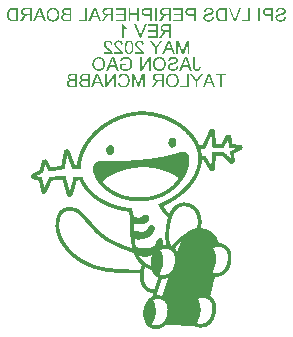
<source format=gbo>
G04*
G04 #@! TF.GenerationSoftware,Altium Limited,Altium Designer,22.10.1 (41)*
G04*
G04 Layer_Color=32896*
%FSLAX25Y25*%
%MOIN*%
G70*
G04*
G04 #@! TF.SameCoordinates,8FEA939C-E76D-43F5-B1C2-14765C5B3C68*
G04*
G04*
G04 #@! TF.FilePolarity,Positive*
G04*
G01*
G75*
G36*
X402257Y342980D02*
X402262Y342959D01*
X402285Y342946D01*
X402339Y342949D01*
X402762Y342946D01*
X402859Y342951D01*
X402880Y342946D01*
X402898Y342923D01*
X402903Y342913D01*
X402911Y342905D01*
X402929Y342897D01*
X403305Y342900D01*
X403329Y342892D01*
X403344Y342867D01*
X403357Y342854D01*
X403659Y342849D01*
X403680Y342854D01*
X403716Y342849D01*
X403723Y342841D01*
X403739Y342815D01*
X403752Y342803D01*
X403793Y342797D01*
X403808Y342803D01*
X403975Y342800D01*
X404044Y342803D01*
X404064Y342797D01*
X404077Y342779D01*
X404082Y342769D01*
X404098Y342754D01*
X404118Y342749D01*
X404403Y342751D01*
X404426Y342723D01*
X404431Y342713D01*
X404449Y342700D01*
X404503Y342703D01*
X404598Y342700D01*
X404680Y342705D01*
X404700Y342700D01*
X404708Y342692D01*
X404723Y342667D01*
X404731Y342659D01*
X404749Y342651D01*
X404931Y342654D01*
X404951Y342649D01*
X404964Y342626D01*
X404982Y342608D01*
X405136Y342603D01*
X405157Y342608D01*
X405192Y342603D01*
X405200Y342595D01*
X405215Y342569D01*
X405228Y342557D01*
X405269Y342551D01*
X405285Y342557D01*
X405354Y342554D01*
X405423Y342557D01*
X405444Y342551D01*
X405462Y342518D01*
X405477Y342508D01*
X405497Y342503D01*
X405685Y342505D01*
X405702Y342482D01*
X405708Y342472D01*
X405731Y342454D01*
X405785Y342457D01*
X405797Y342454D01*
X405849Y342459D01*
X405885Y342454D01*
X405897Y342436D01*
X405902Y342426D01*
X405915Y342413D01*
X405933Y342405D01*
X406064Y342408D01*
X406084Y342403D01*
X406103Y342369D01*
X406110Y342362D01*
X406218Y342356D01*
X406238Y342362D01*
X406274Y342356D01*
X406282Y342349D01*
X406297Y342323D01*
X406310Y342310D01*
X406351Y342305D01*
X406366Y342310D01*
X406395Y342308D01*
X406454Y342310D01*
X406477Y342303D01*
X406492Y342277D01*
X406507Y342262D01*
X406528Y342256D01*
X406669Y342259D01*
X406687Y342236D01*
X406692Y342226D01*
X406715Y342208D01*
X406769Y342210D01*
X406782Y342208D01*
X406833Y342213D01*
X406869Y342208D01*
X406882Y342190D01*
X406887Y342180D01*
X406900Y342167D01*
X406918Y342159D01*
X406997Y342162D01*
X407020Y342154D01*
X407036Y342128D01*
X407048Y342115D01*
X407136Y342110D01*
X407187Y342115D01*
X407215Y342108D01*
X407231Y342082D01*
X407259Y342059D01*
X407341Y342064D01*
X407364Y342057D01*
X407379Y342031D01*
X407392Y342018D01*
X407402Y342013D01*
X407418Y342008D01*
X407453Y342013D01*
X407469Y342018D01*
X407505Y342013D01*
X407513Y342005D01*
X407528Y341980D01*
X407541Y341967D01*
X407592Y341962D01*
X407607Y341967D01*
X407618Y341962D01*
X407684Y341967D01*
X407707Y341959D01*
X407723Y341933D01*
X407735Y341921D01*
X407754Y341913D01*
X407848Y341916D01*
X407856Y341908D01*
X407871Y341882D01*
X407884Y341869D01*
X407941Y341864D01*
X407961Y341869D01*
X407997Y341864D01*
X408005Y341857D01*
X408020Y341831D01*
X408028Y341823D01*
X408046Y341816D01*
X408141Y341818D01*
X408153Y341805D01*
X408169Y341780D01*
X408202Y341762D01*
X408243Y341767D01*
X408258Y341772D01*
X408299Y341762D01*
X408312Y341739D01*
X408341Y341716D01*
X408423Y341721D01*
X408446Y341713D01*
X408461Y341687D01*
X408474Y341675D01*
X408525Y341670D01*
X408546Y341664D01*
X408564Y341631D01*
X408571Y341623D01*
X408597Y341618D01*
X408664Y341623D01*
X408692Y341616D01*
X408707Y341590D01*
X408735Y341567D01*
X408817Y341572D01*
X408840Y341564D01*
X408856Y341539D01*
X408869Y341526D01*
X408920Y341521D01*
X408940Y341516D01*
X408958Y341482D01*
X408966Y341475D01*
X408997Y341470D01*
X409048Y341475D01*
X409084Y341470D01*
X409097Y341452D01*
X409102Y341441D01*
X409115Y341428D01*
X409133Y341421D01*
X409212Y341423D01*
X409235Y341416D01*
X409251Y341390D01*
X409263Y341377D01*
X409330Y341372D01*
X409348Y341344D01*
X409353Y341334D01*
X409374Y341323D01*
X409458Y341326D01*
X409479Y341321D01*
X409504Y341280D01*
X409571Y341275D01*
X409579Y341267D01*
X409594Y341241D01*
X409617Y341223D01*
X409704Y341229D01*
X409730Y341218D01*
X409751Y341182D01*
X409817Y341177D01*
X409825Y341170D01*
X409840Y341144D01*
X409856Y341128D01*
X409922Y341123D01*
X409938Y341098D01*
X409966Y341075D01*
X410048Y341080D01*
X410071Y341072D01*
X410086Y341047D01*
X410099Y341034D01*
X410150Y341028D01*
X410171Y341023D01*
X410189Y340990D01*
X410197Y340982D01*
X410222Y340977D01*
X410243Y340982D01*
X410263Y340977D01*
X410276Y340965D01*
X410281Y340949D01*
X410294Y340936D01*
X410345Y340931D01*
X410366Y340926D01*
X410379Y340903D01*
X410397Y340885D01*
X410417Y340880D01*
X410484Y340885D01*
X410512Y340877D01*
X410527Y340852D01*
X410540Y340839D01*
X410558Y340831D01*
X410591Y340834D01*
X410612Y340829D01*
X410630Y340795D01*
X410638Y340788D01*
X410704Y340782D01*
X410712Y340775D01*
X410727Y340749D01*
X410740Y340736D01*
X410766Y340731D01*
X410781Y340736D01*
X410807Y340731D01*
X410832Y340690D01*
X410899Y340685D01*
X410912Y340672D01*
X410927Y340647D01*
X410943Y340636D01*
X411004Y340631D01*
X411020Y340605D01*
X411032Y340593D01*
X411050Y340585D01*
X411084Y340588D01*
X411104Y340582D01*
X411122Y340549D01*
X411130Y340542D01*
X411196Y340536D01*
X411204Y340529D01*
X411220Y340503D01*
X411232Y340490D01*
X411258Y340485D01*
X411273Y340490D01*
X411299Y340485D01*
X411325Y340444D01*
X411381Y340439D01*
X411402Y340434D01*
X411419Y340401D01*
X411435Y340390D01*
X411496Y340385D01*
X411512Y340359D01*
X411525Y340347D01*
X411543Y340339D01*
X411576Y340341D01*
X411596Y340336D01*
X411614Y340303D01*
X411622Y340295D01*
X411689Y340290D01*
X411696Y340283D01*
X411712Y340257D01*
X411725Y340244D01*
X411750Y340239D01*
X411766Y340244D01*
X411791Y340239D01*
X411817Y340198D01*
X411883Y340193D01*
X411896Y340180D01*
X411901Y340170D01*
X411925Y340147D01*
X411935Y340142D01*
X411942Y340134D01*
X411958Y340108D01*
X411966Y340101D01*
X411983Y340093D01*
X412017Y340095D01*
X412040Y340088D01*
X412055Y340062D01*
X412068Y340049D01*
X412119Y340044D01*
X412140Y340039D01*
X412158Y340006D01*
X412165Y339998D01*
X412191Y339993D01*
X412212Y339998D01*
X412235Y339990D01*
X412250Y339965D01*
X412263Y339952D01*
X412314Y339947D01*
X412335Y339942D01*
X412348Y339918D01*
X412360Y339906D01*
X412371Y339901D01*
X412394Y339878D01*
X412399Y339867D01*
X412406Y339860D01*
X412424Y339847D01*
X412473Y339849D01*
X412486Y339837D01*
X412501Y339811D01*
X412509Y339803D01*
X412576Y339798D01*
X412594Y339775D01*
X412599Y339765D01*
X412622Y339747D01*
X412632Y339742D01*
X412640Y339729D01*
X412645Y339719D01*
X412658Y339706D01*
X412709Y339701D01*
X412730Y339696D01*
X412747Y339662D01*
X412755Y339654D01*
X412822Y339649D01*
X412829Y339642D01*
X412845Y339616D01*
X412863Y339603D01*
X412873Y339598D01*
X412891Y339575D01*
X412896Y339565D01*
X412906Y339555D01*
X412973Y339549D01*
X412993Y339513D01*
X413001Y339506D01*
X413027Y339501D01*
X413047Y339506D01*
X413068Y339501D01*
X413081Y339488D01*
X413086Y339478D01*
X413109Y339455D01*
X413119Y339449D01*
X413137Y339426D01*
X413142Y339416D01*
X413158Y339406D01*
X413219Y339401D01*
X413235Y339375D01*
X413247Y339362D01*
X413265Y339354D01*
X413299Y339357D01*
X413319Y339352D01*
X413332Y339329D01*
X413350Y339311D01*
X413360Y339306D01*
X413373Y339293D01*
X413388Y339267D01*
X413396Y339260D01*
X413422Y339254D01*
X413442Y339260D01*
X413463Y339254D01*
X413481Y339231D01*
X413486Y339221D01*
X413517Y339201D01*
X413532Y339175D01*
X413545Y339162D01*
X413611Y339157D01*
X413624Y339139D01*
X413629Y339129D01*
X413642Y339116D01*
X413652Y339111D01*
X413670Y339093D01*
X413675Y339083D01*
X413693Y339065D01*
X413755Y339060D01*
X413768Y339047D01*
X413773Y339037D01*
X413796Y339014D01*
X413806Y339008D01*
X413814Y339001D01*
X413829Y338975D01*
X413837Y338967D01*
X413904Y338962D01*
X413922Y338939D01*
X413927Y338929D01*
X413950Y338911D01*
X413960Y338906D01*
X413968Y338893D01*
X413973Y338883D01*
X413986Y338870D01*
X414004Y338862D01*
X414037Y338865D01*
X414057Y338860D01*
X414070Y338837D01*
X414088Y338819D01*
X414099Y338814D01*
X414116Y338796D01*
X414122Y338785D01*
X414140Y338767D01*
X414150Y338762D01*
X414160Y338752D01*
X414181Y338721D01*
X414247Y338716D01*
X414255Y338708D01*
X414270Y338683D01*
X414293Y338665D01*
X414304Y338660D01*
X414316Y338642D01*
X414322Y338632D01*
X414329Y338624D01*
X414347Y338616D01*
X414381Y338619D01*
X414401Y338614D01*
X414414Y338591D01*
X414432Y338573D01*
X414442Y338567D01*
X414460Y338549D01*
X414465Y338539D01*
X414478Y338526D01*
X414488Y338521D01*
X414511Y338498D01*
X414516Y338488D01*
X414529Y338475D01*
X414591Y338470D01*
X414604Y338457D01*
X414609Y338447D01*
X414632Y338424D01*
X414642Y338419D01*
X414655Y338406D01*
X414660Y338396D01*
X414683Y338373D01*
X414693Y338368D01*
X414701Y338360D01*
X414716Y338334D01*
X414724Y338327D01*
X414791Y338321D01*
X414809Y338298D01*
X414814Y338288D01*
X414821Y338280D01*
X414832Y338275D01*
X414855Y338252D01*
X414860Y338242D01*
X414868Y338234D01*
X414878Y338229D01*
X414906Y338201D01*
X414911Y338191D01*
X414934Y338173D01*
X414945Y338168D01*
X414952Y338155D01*
X414957Y338144D01*
X414970Y338132D01*
X414988Y338124D01*
X415021Y338126D01*
X415037Y338121D01*
X415047Y338116D01*
X415055Y338098D01*
X415073Y338080D01*
X415083Y338075D01*
X415101Y338057D01*
X415106Y338047D01*
X415124Y338029D01*
X415134Y338024D01*
X415147Y338011D01*
X415152Y338001D01*
X415170Y337983D01*
X415180Y337978D01*
X415193Y337965D01*
X415208Y337939D01*
X415216Y337932D01*
X415283Y337927D01*
X415291Y337919D01*
X415306Y337893D01*
X415342Y337868D01*
X415347Y337857D01*
X415370Y337834D01*
X415388Y337821D01*
X415393Y337811D01*
X415403Y337801D01*
X415409Y337791D01*
X415421Y337783D01*
X415432Y337778D01*
X415449Y337755D01*
X415455Y337744D01*
X415462Y337737D01*
X415514Y337732D01*
X415534Y337727D01*
X415547Y337703D01*
X415560Y337691D01*
X415570Y337686D01*
X415593Y337663D01*
X415598Y337652D01*
X415611Y337639D01*
X415621Y337634D01*
X415644Y337611D01*
X415650Y337601D01*
X415662Y337588D01*
X415673Y337583D01*
X415691Y337565D01*
X415696Y337555D01*
X415708Y337542D01*
X415719Y337537D01*
X415742Y337514D01*
X415747Y337504D01*
X415760Y337491D01*
X415770Y337486D01*
X415788Y337468D01*
X415793Y337457D01*
X415811Y337439D01*
X415872Y337434D01*
X415885Y337421D01*
X415891Y337411D01*
X415913Y337388D01*
X415924Y337383D01*
X415932Y337375D01*
X415937Y337365D01*
X415960Y337342D01*
X415970Y337337D01*
X415983Y337324D01*
X415988Y337314D01*
X416011Y337291D01*
X416021Y337286D01*
X416034Y337273D01*
X416039Y337263D01*
X416062Y337240D01*
X416073Y337234D01*
X416080Y337227D01*
X416085Y337216D01*
X416108Y337193D01*
X416119Y337188D01*
X416131Y337175D01*
X416137Y337165D01*
X416160Y337142D01*
X416170Y337137D01*
X416178Y337129D01*
X416183Y337119D01*
X416206Y337096D01*
X416216Y337091D01*
X416229Y337078D01*
X416234Y337068D01*
X416257Y337045D01*
X416267Y337039D01*
X416275Y337032D01*
X416280Y337022D01*
X416308Y336993D01*
X416319Y336988D01*
X416326Y336981D01*
X416331Y336970D01*
X416355Y336947D01*
X416365Y336942D01*
X416372Y336934D01*
X416388Y336909D01*
X416398Y336898D01*
X416419Y336893D01*
X416447Y336896D01*
X416470Y336888D01*
X416485Y336863D01*
X416493Y336855D01*
X416503Y336850D01*
X416531Y336822D01*
X416537Y336811D01*
X416544Y336804D01*
X416554Y336799D01*
X416577Y336775D01*
X416583Y336765D01*
X416590Y336757D01*
X416601Y336752D01*
X416629Y336724D01*
X416634Y336714D01*
X416642Y336706D01*
X416652Y336701D01*
X416662Y336691D01*
X416688Y336660D01*
X416698Y336655D01*
X416726Y336627D01*
X416731Y336616D01*
X416739Y336609D01*
X416749Y336604D01*
X416778Y336576D01*
X416783Y336565D01*
X416790Y336558D01*
X416801Y336552D01*
X416824Y336529D01*
X416829Y336519D01*
X416837Y336511D01*
X416847Y336506D01*
X416875Y336478D01*
X416880Y336468D01*
X416888Y336460D01*
X416898Y336455D01*
X416908Y336445D01*
X416934Y336414D01*
X416944Y336409D01*
X416954Y336399D01*
X416965Y336393D01*
X416972Y336381D01*
X416978Y336370D01*
X417000Y336352D01*
X417011Y336347D01*
X417019Y336340D01*
X417024Y336288D01*
X417029Y336268D01*
X417052Y336255D01*
X417065Y336242D01*
X417070Y336232D01*
X417093Y336209D01*
X417103Y336204D01*
X417116Y336191D01*
X417121Y336181D01*
X417144Y336158D01*
X417154Y336153D01*
X417167Y336140D01*
X417172Y336129D01*
X417190Y336111D01*
X417201Y336106D01*
X417213Y336093D01*
X417218Y336083D01*
X417241Y336060D01*
X417252Y336055D01*
X417265Y336042D01*
X417270Y336032D01*
X417293Y336009D01*
X417303Y336004D01*
X417311Y335996D01*
X417316Y335986D01*
X417339Y335963D01*
X417349Y335958D01*
X417362Y335945D01*
X417367Y335935D01*
X417390Y335911D01*
X417401Y335906D01*
X417408Y335899D01*
X417413Y335888D01*
X417436Y335865D01*
X417447Y335860D01*
X417459Y335847D01*
X417464Y335837D01*
X417488Y335814D01*
X417498Y335809D01*
X417511Y335796D01*
X417516Y335735D01*
X417529Y335722D01*
X417539Y335717D01*
X417562Y335694D01*
X417567Y335683D01*
X417580Y335670D01*
X417590Y335665D01*
X417613Y335642D01*
X417618Y335632D01*
X417631Y335619D01*
X417641Y335614D01*
X417659Y335596D01*
X417664Y335586D01*
X417677Y335573D01*
X417688Y335568D01*
X417711Y335545D01*
X417716Y335535D01*
X417729Y335522D01*
X417739Y335517D01*
X417757Y335499D01*
X417762Y335489D01*
X417790Y335465D01*
X417800Y335460D01*
X417808Y335453D01*
X417813Y335417D01*
X417808Y335401D01*
X417818Y335381D01*
X417849Y335360D01*
X417854Y335350D01*
X417865Y335340D01*
X417870Y335330D01*
X417877Y335327D01*
X417888Y335317D01*
X417898Y335312D01*
X417911Y335294D01*
X417916Y335283D01*
X417929Y335276D01*
X417946Y335263D01*
X417952Y335253D01*
X417962Y335242D01*
X417967Y335232D01*
X417990Y335219D01*
X418003Y335207D01*
X418008Y335155D01*
X418013Y335135D01*
X418026Y335127D01*
X418036Y335122D01*
X418054Y335104D01*
X418059Y335094D01*
X418077Y335076D01*
X418087Y335071D01*
X418100Y335058D01*
X418106Y335048D01*
X418123Y335030D01*
X418134Y335024D01*
X418152Y335006D01*
X418157Y334996D01*
X418169Y334983D01*
X418195Y334968D01*
X418208Y334945D01*
X418203Y334914D01*
X418208Y334894D01*
X418231Y334876D01*
X418241Y334871D01*
X418244Y334863D01*
X418254Y334853D01*
X418259Y334842D01*
X418282Y334824D01*
X418293Y334819D01*
X418300Y334807D01*
X418305Y334796D01*
X418329Y334778D01*
X418339Y334773D01*
X418347Y334766D01*
X418352Y334714D01*
X418357Y334694D01*
X418375Y334681D01*
X418385Y334676D01*
X418393Y334668D01*
X418398Y334658D01*
X418421Y334635D01*
X418431Y334630D01*
X418444Y334617D01*
X418449Y334607D01*
X418472Y334583D01*
X418482Y334578D01*
X418495Y334566D01*
X418500Y334504D01*
X418518Y334486D01*
X418529Y334481D01*
X418546Y334463D01*
X418551Y334453D01*
X418562Y334442D01*
X418593Y334422D01*
X418598Y334371D01*
X418605Y334348D01*
X418631Y334332D01*
X418649Y334309D01*
X418654Y334299D01*
X418672Y334286D01*
X418682Y334281D01*
X418700Y334258D01*
X418695Y334222D01*
X418700Y334202D01*
X418723Y334189D01*
X418741Y334171D01*
X418746Y334160D01*
X418759Y334148D01*
X418785Y334132D01*
X418798Y334114D01*
X418795Y334076D01*
X418798Y334058D01*
X418805Y334050D01*
X418831Y334035D01*
X418844Y334017D01*
X418849Y334007D01*
X418872Y333989D01*
X418882Y333984D01*
X418892Y333973D01*
X418898Y333907D01*
X418923Y333891D01*
X418936Y333878D01*
X418941Y333868D01*
X418964Y333845D01*
X418974Y333840D01*
X418987Y333827D01*
X418993Y333766D01*
X419005Y333753D01*
X419016Y333748D01*
X419039Y333725D01*
X419044Y333715D01*
X419052Y333707D01*
X419077Y333691D01*
X419085Y333684D01*
X419090Y333632D01*
X419098Y333609D01*
X419123Y333594D01*
X419136Y333581D01*
X419141Y333530D01*
X419146Y333509D01*
X419159Y333502D01*
X419169Y333496D01*
X419182Y333484D01*
X419187Y333473D01*
X419203Y333458D01*
X419234Y333438D01*
X419239Y333371D01*
X419246Y333363D01*
X419272Y333348D01*
X419287Y333327D01*
X419292Y333266D01*
X419318Y333250D01*
X419331Y333238D01*
X419336Y333176D01*
X419354Y333158D01*
X419364Y333153D01*
X419382Y333135D01*
X419387Y333125D01*
X419416Y333102D01*
X419426Y333097D01*
X419439Y333073D01*
X419433Y333043D01*
X419441Y333020D01*
X419467Y333004D01*
X419480Y332992D01*
X419485Y332940D01*
X419490Y332920D01*
X419523Y332902D01*
X419531Y332894D01*
X419536Y332827D01*
X419544Y332820D01*
X419569Y332804D01*
X419577Y332797D01*
X419582Y332745D01*
X419587Y332725D01*
X419628Y332699D01*
X419633Y332643D01*
X419638Y332622D01*
X419667Y332610D01*
X419685Y332587D01*
X419679Y332551D01*
X419687Y332527D01*
X419713Y332512D01*
X419726Y332499D01*
X419731Y332448D01*
X419736Y332428D01*
X419769Y332410D01*
X419777Y332402D01*
X419782Y332335D01*
X419790Y332328D01*
X419815Y332312D01*
X419823Y332305D01*
X419828Y332253D01*
X419833Y332233D01*
X419851Y332220D01*
X419862Y332215D01*
X419874Y332202D01*
X419879Y332166D01*
X419874Y332115D01*
X419882Y332086D01*
X419908Y332071D01*
X419931Y332043D01*
X419926Y332007D01*
X419931Y331987D01*
X419972Y331961D01*
X419977Y331894D01*
X419985Y331887D01*
X420010Y331871D01*
X420028Y331848D01*
X420023Y331766D01*
X420028Y331746D01*
X420036Y331738D01*
X420061Y331722D01*
X420072Y331712D01*
X420077Y331692D01*
X420074Y331648D01*
X420082Y331641D01*
X420100Y331628D01*
X420272Y331630D01*
X420385Y331625D01*
X420405Y331630D01*
X420418Y331648D01*
X420423Y331658D01*
X420436Y331671D01*
X420454Y331679D01*
X420779Y331676D01*
X420800Y331681D01*
X420813Y331699D01*
X420818Y331710D01*
X420831Y331722D01*
X421000Y331728D01*
X421067Y331722D01*
X421095Y331730D01*
X421110Y331756D01*
X421118Y331764D01*
X421143Y331779D01*
X421161Y331802D01*
X421156Y331838D01*
X421164Y331861D01*
X421189Y331876D01*
X421202Y331889D01*
X421208Y331940D01*
X421213Y331961D01*
X421246Y331979D01*
X421259Y331997D01*
X421256Y332035D01*
X421261Y332056D01*
X421287Y332071D01*
X421300Y332084D01*
X421308Y332102D01*
X421305Y332197D01*
X421313Y332205D01*
X421338Y332220D01*
X421354Y332235D01*
X421359Y332302D01*
X421384Y332317D01*
X421407Y332346D01*
X421402Y332381D01*
X421407Y332402D01*
X421441Y332420D01*
X421449Y332428D01*
X421454Y332494D01*
X421461Y332502D01*
X421487Y332517D01*
X421505Y332535D01*
X421502Y332574D01*
X421505Y332597D01*
X421546Y332622D01*
X421551Y332689D01*
X421559Y332697D01*
X421584Y332712D01*
X421600Y332728D01*
X421605Y332794D01*
X421630Y332809D01*
X421654Y332838D01*
X421648Y332874D01*
X421654Y332894D01*
X421687Y332912D01*
X421695Y332920D01*
X421700Y332986D01*
X421707Y332994D01*
X421733Y333010D01*
X421746Y333022D01*
X421751Y333053D01*
X421746Y333068D01*
X421748Y333071D01*
X421754Y333091D01*
X421789Y333112D01*
X421800Y333133D01*
X421797Y333217D01*
X421802Y333238D01*
X421820Y333250D01*
X421831Y333256D01*
X421843Y333268D01*
X421848Y333320D01*
X421853Y333340D01*
X421884Y333355D01*
X421900Y333381D01*
X421895Y333412D01*
X421902Y333435D01*
X421928Y333450D01*
X421943Y333466D01*
X421948Y333532D01*
X421984Y333553D01*
X421997Y333571D01*
X421994Y333609D01*
X421997Y333627D01*
X422005Y333635D01*
X422030Y333650D01*
X422038Y333658D01*
X422043Y333709D01*
X422048Y333730D01*
X422066Y333743D01*
X422077Y333748D01*
X422089Y333761D01*
X422094Y333812D01*
X422100Y333832D01*
X422130Y333848D01*
X422146Y333873D01*
X422141Y333904D01*
X422148Y333927D01*
X422174Y333943D01*
X422189Y333958D01*
X422194Y334025D01*
X422230Y334045D01*
X422243Y334063D01*
X422241Y334102D01*
X422243Y334120D01*
X422251Y334127D01*
X422276Y334143D01*
X422284Y334150D01*
X422289Y334202D01*
X422295Y334222D01*
X422318Y334235D01*
X422335Y334253D01*
X422341Y334309D01*
X422335Y334330D01*
X422341Y334366D01*
X422364Y334384D01*
X422374Y334389D01*
X422392Y334412D01*
X422387Y334448D01*
X422392Y334468D01*
X422433Y334494D01*
X422438Y334560D01*
X422446Y334568D01*
X422471Y334583D01*
X422484Y334596D01*
X422489Y334627D01*
X422484Y334643D01*
X422487Y334645D01*
X422492Y334666D01*
X422517Y334681D01*
X422530Y334694D01*
X422536Y334745D01*
X422541Y334766D01*
X422574Y334784D01*
X422582Y334791D01*
X422587Y334858D01*
X422600Y334871D01*
X422615Y334876D01*
X422638Y334904D01*
X422633Y334940D01*
X422638Y334960D01*
X422671Y334978D01*
X422679Y334986D01*
X422684Y335053D01*
X422692Y335060D01*
X422718Y335076D01*
X422730Y335089D01*
X422735Y335119D01*
X422730Y335135D01*
X422733Y335137D01*
X422738Y335158D01*
X422764Y335173D01*
X422776Y335186D01*
X422782Y335237D01*
X422787Y335258D01*
X422820Y335276D01*
X422833Y335299D01*
X422828Y335381D01*
X422838Y335406D01*
X422871Y335424D01*
X422884Y335448D01*
X422879Y335478D01*
X422884Y335499D01*
X422897Y335512D01*
X422912Y335517D01*
X422928Y335532D01*
X422933Y335599D01*
X422958Y335614D01*
X422976Y335632D01*
X422982Y335658D01*
X422976Y335673D01*
X422982Y335699D01*
X423015Y335717D01*
X423023Y335724D01*
X423028Y335791D01*
X423035Y335799D01*
X423061Y335814D01*
X423076Y335829D01*
X423081Y335896D01*
X423117Y335917D01*
X423130Y335940D01*
X423125Y335970D01*
X423130Y335991D01*
X423143Y336004D01*
X423158Y336009D01*
X423174Y336024D01*
X423179Y336091D01*
X423205Y336106D01*
X423222Y336124D01*
X423228Y336150D01*
X423222Y336165D01*
X423228Y336191D01*
X423261Y336209D01*
X423269Y336217D01*
X423274Y336283D01*
X423281Y336291D01*
X423307Y336306D01*
X423322Y336322D01*
X423328Y336388D01*
X423363Y336409D01*
X423376Y336432D01*
X423371Y336514D01*
X423376Y336535D01*
X423417Y336560D01*
X423422Y336616D01*
X423428Y336637D01*
X423461Y336655D01*
X423469Y336663D01*
X423474Y336693D01*
X423469Y336709D01*
X423476Y336732D01*
X423502Y336747D01*
X423515Y336760D01*
X423520Y336811D01*
X423525Y336832D01*
X423548Y336845D01*
X423566Y336863D01*
X423571Y336873D01*
X423589Y336891D01*
X423599Y336896D01*
X423612Y336909D01*
X423617Y336919D01*
X423635Y336937D01*
X423645Y336942D01*
X423664Y336960D01*
X423669Y336970D01*
X423687Y336988D01*
X423697Y336993D01*
X423710Y337006D01*
X423715Y337016D01*
X423733Y337034D01*
X423743Y337039D01*
X423761Y337057D01*
X423766Y337068D01*
X423784Y337086D01*
X423794Y337091D01*
X423807Y337104D01*
X423822Y337129D01*
X423840Y337142D01*
X423874Y337140D01*
X423897Y337142D01*
X423904Y337150D01*
X423920Y337175D01*
X423927Y337183D01*
X423979Y337188D01*
X423999Y337193D01*
X424012Y337216D01*
X424030Y337234D01*
X424127Y337240D01*
X424163Y337234D01*
X424199Y337245D01*
X424217Y337278D01*
X424240Y337291D01*
X424322Y337286D01*
X424420Y337291D01*
X424443Y337283D01*
X424458Y337257D01*
X424471Y337245D01*
X424489Y337237D01*
X424620Y337240D01*
X424640Y337234D01*
X424666Y337193D01*
X424732Y337188D01*
X424740Y337180D01*
X424756Y337155D01*
X424763Y337147D01*
X424781Y337140D01*
X424815Y337142D01*
X424838Y337134D01*
X424853Y337109D01*
X424861Y337101D01*
X424871Y337096D01*
X424899Y337068D01*
X424904Y337057D01*
X424912Y337050D01*
X424922Y337045D01*
X424945Y337022D01*
X424950Y337011D01*
X424958Y337004D01*
X424968Y336999D01*
X424997Y336970D01*
X425002Y336960D01*
X425009Y336952D01*
X425020Y336947D01*
X425043Y336924D01*
X425048Y336914D01*
X425056Y336906D01*
X425081Y336891D01*
X425099Y336868D01*
X425094Y336832D01*
X425102Y336809D01*
X425127Y336793D01*
X425140Y336781D01*
X425145Y336729D01*
X425150Y336709D01*
X425184Y336691D01*
X425197Y336673D01*
X425191Y336591D01*
X425199Y336563D01*
X425235Y336542D01*
X425245Y336522D01*
X425243Y336191D01*
X425248Y336170D01*
X425266Y336158D01*
X425276Y336153D01*
X425289Y336140D01*
X425294Y335694D01*
X425289Y335658D01*
X425296Y335630D01*
X425322Y335614D01*
X425340Y335596D01*
X425345Y335555D01*
X425340Y335540D01*
X425343Y335183D01*
X425340Y335109D01*
X425348Y335086D01*
X425373Y335071D01*
X425389Y335055D01*
X425394Y335035D01*
X425391Y334566D01*
X425396Y334545D01*
X425420Y334532D01*
X425443Y334509D01*
X425440Y334445D01*
X425443Y334160D01*
X425437Y334079D01*
X425443Y334058D01*
X425450Y334050D01*
X425476Y334035D01*
X425484Y334027D01*
X425491Y334009D01*
X425489Y333520D01*
X425517Y333496D01*
X425527Y333491D01*
X425535Y333484D01*
X425540Y333027D01*
X425535Y333012D01*
X425540Y332976D01*
X425548Y332968D01*
X425573Y332953D01*
X425586Y332940D01*
X425591Y332899D01*
X425586Y332884D01*
X425589Y332574D01*
X425586Y332499D01*
X425591Y332479D01*
X425620Y332461D01*
X425630Y332456D01*
X425635Y332446D01*
X425640Y332425D01*
X425637Y332202D01*
X425643Y332181D01*
X425650Y332174D01*
X427424Y332169D01*
X427445Y332174D01*
X427458Y332192D01*
X427463Y332202D01*
X427486Y332220D01*
X427496Y332225D01*
X427506Y332235D01*
X427512Y332302D01*
X427537Y332317D01*
X427550Y332330D01*
X427558Y332348D01*
X427555Y332381D01*
X427560Y332402D01*
X427594Y332420D01*
X427601Y332428D01*
X427606Y332494D01*
X427614Y332502D01*
X427640Y332517D01*
X427653Y332530D01*
X427658Y332556D01*
X427653Y332571D01*
X427658Y332597D01*
X427699Y332622D01*
X427704Y332689D01*
X427711Y332697D01*
X427740Y332715D01*
X427752Y332733D01*
X427758Y332794D01*
X427783Y332809D01*
X427806Y332838D01*
X427811Y332848D01*
X427824Y332856D01*
X427835Y332861D01*
X427847Y332874D01*
X427852Y332925D01*
X427858Y332945D01*
X427891Y332963D01*
X427899Y332971D01*
X427904Y332997D01*
X427899Y333017D01*
X427906Y333040D01*
X427932Y333056D01*
X427945Y333068D01*
X427950Y333120D01*
X427955Y333140D01*
X427988Y333158D01*
X427996Y333166D01*
X428001Y333232D01*
X428009Y333240D01*
X428034Y333256D01*
X428042Y333263D01*
X428050Y333281D01*
X428047Y333314D01*
X428055Y333338D01*
X428081Y333353D01*
X428093Y333366D01*
X428099Y333417D01*
X428104Y333438D01*
X428137Y333455D01*
X428145Y333463D01*
X428150Y333489D01*
X428145Y333509D01*
X428150Y333530D01*
X428173Y333548D01*
X428183Y333553D01*
X428204Y333584D01*
X428229Y333599D01*
X428242Y333612D01*
X428247Y333679D01*
X428288Y333704D01*
X428296Y333722D01*
X428293Y333771D01*
X428306Y333784D01*
X428332Y333799D01*
X428342Y333809D01*
X428347Y333876D01*
X428373Y333891D01*
X428391Y333909D01*
X428396Y333935D01*
X428391Y333950D01*
X428396Y333976D01*
X428429Y333994D01*
X428437Y334002D01*
X428442Y334068D01*
X428450Y334076D01*
X428475Y334091D01*
X428488Y334104D01*
X428493Y334171D01*
X428511Y334184D01*
X428522Y334189D01*
X428534Y334202D01*
X428540Y334212D01*
X428555Y334227D01*
X428586Y334248D01*
X428591Y334314D01*
X428598Y334322D01*
X428624Y334337D01*
X428637Y334350D01*
X428642Y334376D01*
X428637Y334391D01*
X428645Y334419D01*
X428670Y334435D01*
X428683Y334448D01*
X428688Y334499D01*
X428693Y334520D01*
X428727Y334537D01*
X428734Y334545D01*
X428740Y334612D01*
X428747Y334619D01*
X428773Y334635D01*
X428781Y334643D01*
X428788Y334660D01*
X428786Y334694D01*
X428791Y334714D01*
X428832Y334740D01*
X428837Y334807D01*
X428865Y334830D01*
X428875Y334835D01*
X428883Y334848D01*
X428888Y334858D01*
X428896Y334865D01*
X428906Y334871D01*
X428934Y334899D01*
X428939Y334909D01*
X428947Y334917D01*
X428957Y334922D01*
X428980Y334945D01*
X428986Y334955D01*
X428998Y334968D01*
X429009Y334973D01*
X429032Y334996D01*
X429037Y335006D01*
X429060Y335024D01*
X429070Y335030D01*
X429078Y335042D01*
X429083Y335053D01*
X429111Y335076D01*
X429193Y335071D01*
X429216Y335078D01*
X429232Y335104D01*
X429245Y335117D01*
X429296Y335122D01*
X429316Y335127D01*
X429329Y335150D01*
X429347Y335168D01*
X429419Y335173D01*
X429486Y335168D01*
X429506Y335173D01*
X429529Y335201D01*
X429534Y335212D01*
X429555Y335222D01*
X430060Y335219D01*
X430126Y335224D01*
X430147Y335219D01*
X430155Y335212D01*
X430170Y335186D01*
X430178Y335178D01*
X430196Y335171D01*
X430291Y335173D01*
X430303Y335160D01*
X430319Y335135D01*
X430326Y335127D01*
X430393Y335122D01*
X430401Y335114D01*
X430419Y335086D01*
X430429Y335081D01*
X430439Y335071D01*
X430449Y335066D01*
X430470Y335035D01*
X430480Y335030D01*
X430490Y335019D01*
X430501Y335014D01*
X430503Y335006D01*
X430513Y334996D01*
X430519Y334986D01*
X430526Y334983D01*
X430537Y334973D01*
X430547Y334968D01*
X430567Y334937D01*
X430593Y334922D01*
X430606Y334909D01*
X430611Y334883D01*
X430606Y334868D01*
X430611Y334842D01*
X430629Y334830D01*
X430639Y334824D01*
X430652Y334812D01*
X430657Y334802D01*
X430675Y334784D01*
X430685Y334778D01*
X430703Y334760D01*
X430708Y334740D01*
X430703Y334673D01*
X430711Y334645D01*
X430737Y334630D01*
X430755Y334612D01*
X430760Y334571D01*
X430755Y334555D01*
X430757Y334440D01*
X430755Y334371D01*
X430762Y334348D01*
X430788Y334332D01*
X430803Y334317D01*
X430808Y334055D01*
X430834Y334040D01*
X430857Y334012D01*
X430855Y333958D01*
X430857Y333878D01*
X430852Y333781D01*
X430860Y333758D01*
X430885Y333743D01*
X430898Y333730D01*
X430906Y333712D01*
X430903Y333484D01*
X430908Y333463D01*
X430926Y333450D01*
X430936Y333445D01*
X430949Y333433D01*
X430955Y333248D01*
X430949Y333197D01*
X430957Y333168D01*
X430983Y333153D01*
X431001Y333135D01*
X431006Y333094D01*
X431001Y333079D01*
X431003Y332963D01*
X431001Y332894D01*
X431008Y332871D01*
X431034Y332856D01*
X431049Y332840D01*
X431054Y332579D01*
X431080Y332563D01*
X431103Y332535D01*
X431101Y332481D01*
X431103Y332402D01*
X431098Y332305D01*
X431106Y332281D01*
X431131Y332266D01*
X431144Y332253D01*
X431152Y332235D01*
X431149Y332140D01*
X431178Y332117D01*
X431226Y332120D01*
X431408Y332117D01*
X431506Y332122D01*
X431526Y332117D01*
X431534Y332110D01*
X431549Y332084D01*
X431560Y332074D01*
X431580Y332069D01*
X432003Y332071D01*
X432023Y332066D01*
X432036Y332043D01*
X432054Y332025D01*
X432362Y332020D01*
X432444Y332025D01*
X432470Y332015D01*
X432490Y331979D01*
X432508Y331971D01*
X432900Y331974D01*
X432923Y331945D01*
X432929Y331935D01*
X432936Y331928D01*
X433346Y331923D01*
X433367Y331928D01*
X433403Y331917D01*
X433416Y331894D01*
X433444Y331871D01*
X433487Y331874D01*
X433659Y331871D01*
X433772Y331876D01*
X433795Y331869D01*
X433810Y331843D01*
X433818Y331835D01*
X433844Y331820D01*
X433872Y331822D01*
X433903Y331828D01*
X433936Y331825D01*
X433944Y331817D01*
X433959Y331792D01*
X433972Y331779D01*
X434038Y331774D01*
X434051Y331756D01*
X434057Y331746D01*
X434069Y331733D01*
X434080Y331728D01*
X434097Y331710D01*
X434103Y331699D01*
X434121Y331681D01*
X434182Y331676D01*
X434195Y331663D01*
X434200Y331653D01*
X434223Y331630D01*
X434233Y331625D01*
X434241Y331617D01*
X434246Y331607D01*
X434274Y331579D01*
X434285Y331574D01*
X434292Y331566D01*
X434298Y331556D01*
X434320Y331533D01*
X434331Y331528D01*
X434344Y331515D01*
X434349Y331464D01*
X434354Y331443D01*
X434367Y331435D01*
X434377Y331430D01*
X434395Y331412D01*
X434400Y331402D01*
X434428Y331379D01*
X434439Y331374D01*
X434449Y331353D01*
X434446Y331269D01*
X434451Y331248D01*
X434464Y331235D01*
X434495Y331230D01*
X434497Y330700D01*
X434480Y330692D01*
X434459Y330687D01*
X434446Y330669D01*
X434451Y330582D01*
X434444Y330559D01*
X434418Y330543D01*
X434395Y330515D01*
X434390Y330505D01*
X434377Y330497D01*
X434367Y330492D01*
X434354Y330479D01*
X434349Y330418D01*
X434336Y330405D01*
X434326Y330400D01*
X434303Y330377D01*
X434298Y330366D01*
X434285Y330353D01*
X434274Y330348D01*
X434257Y330330D01*
X434251Y330320D01*
X434228Y330297D01*
X434190Y330300D01*
X434172Y330297D01*
X434159Y330284D01*
X434154Y330274D01*
X434131Y330251D01*
X434121Y330246D01*
X434103Y330223D01*
X434097Y330212D01*
X434087Y330202D01*
X434021Y330197D01*
X434005Y330171D01*
X433987Y330153D01*
X433967Y330148D01*
X433951Y330153D01*
X433921Y330148D01*
X433903Y330115D01*
X433895Y330107D01*
X433828Y330102D01*
X433821Y330095D01*
X433805Y330069D01*
X433792Y330056D01*
X433726Y330051D01*
X433700Y330010D01*
X433634Y330005D01*
X433621Y329992D01*
X433605Y329966D01*
X433595Y329956D01*
X433528Y329951D01*
X433513Y329925D01*
X433495Y329907D01*
X433474Y329902D01*
X433459Y329907D01*
X433428Y329902D01*
X433411Y329869D01*
X433403Y329861D01*
X433336Y329856D01*
X433328Y329849D01*
X433313Y329823D01*
X433300Y329810D01*
X433234Y329805D01*
X433208Y329764D01*
X433141Y329759D01*
X433128Y329746D01*
X433123Y329736D01*
X433100Y329713D01*
X433090Y329708D01*
X433082Y329700D01*
X433067Y329674D01*
X433044Y329656D01*
X433008Y329661D01*
X432985Y329654D01*
X432970Y329628D01*
X432957Y329615D01*
X432905Y329610D01*
X432885Y329605D01*
X432867Y329572D01*
X432859Y329564D01*
X432793Y329559D01*
X432785Y329551D01*
X432769Y329525D01*
X432762Y329518D01*
X432711Y329513D01*
X432690Y329507D01*
X432664Y329467D01*
X432598Y329461D01*
X432590Y329454D01*
X432575Y329428D01*
X432552Y329410D01*
X432516Y329415D01*
X432493Y329408D01*
X432477Y329382D01*
X432465Y329369D01*
X432413Y329364D01*
X432393Y329359D01*
X432375Y329326D01*
X432367Y329318D01*
X432300Y329313D01*
X432293Y329305D01*
X432277Y329279D01*
X432270Y329272D01*
X432218Y329267D01*
X432198Y329261D01*
X432172Y329220D01*
X432106Y329215D01*
X432098Y329208D01*
X432083Y329182D01*
X432059Y329164D01*
X432023Y329169D01*
X432000Y329161D01*
X431985Y329136D01*
X431957Y329113D01*
X431947Y329108D01*
X431939Y329095D01*
X431934Y329084D01*
X431921Y329072D01*
X431854Y329067D01*
X431836Y329033D01*
X431829Y329026D01*
X431762Y329020D01*
X431754Y329013D01*
X431739Y328987D01*
X431731Y328979D01*
X431706Y328964D01*
X431693Y328951D01*
X431688Y328915D01*
X431695Y328887D01*
X431721Y328872D01*
X431739Y328854D01*
X431744Y328813D01*
X431739Y328797D01*
X431742Y328339D01*
X431739Y328269D01*
X431744Y328249D01*
X431767Y328231D01*
X431777Y328226D01*
X431785Y328218D01*
X431790Y327613D01*
X431818Y327590D01*
X431829Y327585D01*
X431842Y327567D01*
X431839Y327513D01*
X431842Y327085D01*
X431836Y326987D01*
X431847Y326962D01*
X431880Y326944D01*
X431890Y326923D01*
X431888Y326285D01*
X431893Y326270D01*
X431888Y326234D01*
X431877Y326223D01*
X431847Y326203D01*
X431839Y326185D01*
X431842Y326100D01*
X431836Y326080D01*
X431795Y326054D01*
X431790Y325988D01*
X431762Y325965D01*
X431752Y325959D01*
X431744Y325947D01*
X431739Y325936D01*
X431731Y325929D01*
X431706Y325913D01*
X431698Y325906D01*
X431693Y325854D01*
X431688Y325834D01*
X431670Y325821D01*
X431660Y325816D01*
X431652Y325808D01*
X431647Y325798D01*
X431624Y325775D01*
X431613Y325770D01*
X431606Y325762D01*
X431590Y325736D01*
X431567Y325718D01*
X431531Y325724D01*
X431508Y325716D01*
X431493Y325690D01*
X431465Y325667D01*
X431454Y325662D01*
X431447Y325649D01*
X431442Y325639D01*
X431424Y325621D01*
X431385Y325624D01*
X431362Y325621D01*
X431344Y325588D01*
X431336Y325580D01*
X431270Y325575D01*
X431262Y325567D01*
X431247Y325542D01*
X431234Y325529D01*
X430644Y325524D01*
X430621Y325531D01*
X430606Y325557D01*
X430593Y325570D01*
X430552Y325575D01*
X430516Y325570D01*
X430480Y325575D01*
X430457Y325603D01*
X430452Y325613D01*
X430439Y325621D01*
X430429Y325626D01*
X430411Y325649D01*
X430406Y325659D01*
X430396Y325670D01*
X430329Y325675D01*
X430314Y325700D01*
X430301Y325713D01*
X430291Y325718D01*
X430267Y325742D01*
X430262Y325752D01*
X430250Y325765D01*
X430239Y325770D01*
X430216Y325793D01*
X430211Y325803D01*
X430203Y325811D01*
X430193Y325816D01*
X430170Y325839D01*
X430165Y325849D01*
X430152Y325862D01*
X430142Y325867D01*
X430119Y325890D01*
X430114Y325901D01*
X430106Y325908D01*
X430096Y325913D01*
X430067Y325941D01*
X430062Y325952D01*
X430055Y325959D01*
X430044Y325965D01*
X430021Y325988D01*
X430016Y325998D01*
X430003Y326011D01*
X429993Y326016D01*
X429970Y326039D01*
X429965Y326049D01*
X429957Y326057D01*
X429947Y326062D01*
X429924Y326085D01*
X429919Y326095D01*
X429906Y326108D01*
X429896Y326113D01*
X429873Y326136D01*
X429868Y326147D01*
X429860Y326154D01*
X429849Y326159D01*
X429821Y326188D01*
X429816Y326198D01*
X429809Y326205D01*
X429798Y326211D01*
X429775Y326234D01*
X429770Y326244D01*
X429757Y326257D01*
X429747Y326262D01*
X429724Y326285D01*
X429719Y326295D01*
X429711Y326303D01*
X429701Y326308D01*
X429678Y326331D01*
X429673Y326341D01*
X429660Y326354D01*
X429650Y326359D01*
X429627Y326382D01*
X429621Y326393D01*
X429614Y326400D01*
X429603Y326406D01*
X429575Y326434D01*
X429570Y326444D01*
X429562Y326452D01*
X429552Y326457D01*
X429529Y326480D01*
X429524Y326490D01*
X429511Y326503D01*
X429501Y326508D01*
X429478Y326531D01*
X429473Y326541D01*
X429465Y326549D01*
X429455Y326554D01*
X429432Y326577D01*
X429426Y326588D01*
X429414Y326600D01*
X429403Y326606D01*
X429380Y326628D01*
X429375Y326639D01*
X429368Y326646D01*
X429357Y326652D01*
X429329Y326680D01*
X429324Y326690D01*
X429316Y326698D01*
X429306Y326703D01*
X429283Y326726D01*
X429278Y326736D01*
X429265Y326749D01*
X429255Y326754D01*
X429232Y326777D01*
X429227Y326787D01*
X429219Y326795D01*
X429209Y326800D01*
X429186Y326823D01*
X429180Y326834D01*
X429168Y326847D01*
X429157Y326852D01*
X429134Y326875D01*
X429129Y326885D01*
X429116Y326898D01*
X429106Y326903D01*
X429083Y326926D01*
X429078Y326936D01*
X429070Y326944D01*
X429060Y326949D01*
X429037Y326972D01*
X429032Y326982D01*
X429019Y326995D01*
X429009Y327000D01*
X428986Y327023D01*
X428980Y327034D01*
X428957Y327051D01*
X428947Y327057D01*
X428937Y327072D01*
X428932Y327134D01*
X428906Y327149D01*
X428893Y327162D01*
X428888Y327172D01*
X428865Y327195D01*
X428855Y327200D01*
X428847Y327208D01*
X428842Y327218D01*
X428814Y327246D01*
X428804Y327252D01*
X428796Y327259D01*
X428791Y327270D01*
X428768Y327292D01*
X428750Y327305D01*
X428745Y327316D01*
X428716Y327344D01*
X428706Y327349D01*
X428698Y327357D01*
X428693Y327367D01*
X428670Y327390D01*
X428652Y327403D01*
X428647Y327413D01*
X428619Y327441D01*
X428609Y327446D01*
X428601Y327454D01*
X428596Y327464D01*
X428568Y327492D01*
X428557Y327498D01*
X428550Y327505D01*
X428545Y327516D01*
X428522Y327539D01*
X428504Y327552D01*
X428499Y327562D01*
X428470Y327590D01*
X428460Y327595D01*
X428452Y327603D01*
X428447Y327613D01*
X428437Y327623D01*
X428406Y327649D01*
X428401Y327659D01*
X428373Y327687D01*
X428363Y327693D01*
X428355Y327700D01*
X428350Y327710D01*
X428322Y327739D01*
X428311Y327744D01*
X428304Y327751D01*
X428299Y327762D01*
X428275Y327785D01*
X428258Y327798D01*
X428252Y327808D01*
X428224Y327836D01*
X428214Y327841D01*
X428206Y327849D01*
X428201Y327859D01*
X428178Y327882D01*
X428160Y327895D01*
X428155Y327905D01*
X428127Y327933D01*
X428117Y327939D01*
X428109Y327946D01*
X428104Y327957D01*
X428076Y327985D01*
X428065Y327990D01*
X428057Y327997D01*
X428052Y328008D01*
X428029Y328031D01*
X428011Y328044D01*
X428006Y328054D01*
X427978Y328082D01*
X427968Y328087D01*
X427960Y328095D01*
X427955Y328105D01*
X427932Y328128D01*
X427914Y328141D01*
X427909Y328151D01*
X427881Y328180D01*
X427870Y328185D01*
X427852Y328208D01*
X427847Y328218D01*
X427840Y328226D01*
X427822Y328233D01*
X427727Y328231D01*
X427711Y328236D01*
X427676Y328231D01*
X427668Y328223D01*
X427650Y328195D01*
X427632Y328182D01*
X426604Y328185D01*
X426589Y328180D01*
X426512Y328185D01*
X426489Y328177D01*
X426473Y328151D01*
X426458Y328136D01*
X426437Y328131D01*
X425620Y328133D01*
X425599Y328128D01*
X425586Y328105D01*
X425589Y328057D01*
X425586Y327726D01*
X425591Y327628D01*
X425584Y327605D01*
X425558Y327590D01*
X425545Y327577D01*
X425537Y327559D01*
X425540Y327085D01*
X425535Y327064D01*
X425517Y327051D01*
X425507Y327046D01*
X425494Y327034D01*
X425489Y326618D01*
X425494Y326552D01*
X425486Y326523D01*
X425461Y326508D01*
X425443Y326490D01*
X425437Y326454D01*
X425443Y326439D01*
X425440Y326062D01*
X425443Y326003D01*
X425437Y325982D01*
X425420Y325970D01*
X425409Y325965D01*
X425396Y325952D01*
X425391Y325490D01*
X425396Y325475D01*
X425386Y325439D01*
X425363Y325426D01*
X425340Y325398D01*
X425343Y325349D01*
X425340Y325019D01*
X425345Y324921D01*
X425338Y324898D01*
X425312Y324883D01*
X425299Y324870D01*
X425291Y324852D01*
X425294Y324378D01*
X425289Y324357D01*
X425271Y324344D01*
X425261Y324339D01*
X425248Y324326D01*
X425243Y323926D01*
X425248Y323906D01*
X425243Y323870D01*
X425235Y323862D01*
X425209Y323847D01*
X425202Y323839D01*
X425194Y323821D01*
X425197Y323691D01*
X425189Y323668D01*
X425163Y323652D01*
X425150Y323639D01*
X425145Y323588D01*
X425140Y323568D01*
X425107Y323550D01*
X425099Y323542D01*
X425094Y323516D01*
X425099Y323496D01*
X425094Y323475D01*
X425066Y323452D01*
X425056Y323447D01*
X425048Y323434D01*
X425043Y323424D01*
X425035Y323416D01*
X425025Y323411D01*
X424997Y323383D01*
X424991Y323373D01*
X424984Y323365D01*
X424973Y323360D01*
X424950Y323337D01*
X424945Y323327D01*
X424938Y323319D01*
X424927Y323314D01*
X424904Y323291D01*
X424899Y323280D01*
X424871Y323257D01*
X424835Y323263D01*
X424815Y323257D01*
X424797Y323224D01*
X424789Y323216D01*
X424722Y323211D01*
X424715Y323203D01*
X424699Y323178D01*
X424676Y323160D01*
X424594Y323165D01*
X424574Y323160D01*
X424566Y323152D01*
X424550Y323127D01*
X424543Y323119D01*
X424525Y323111D01*
X424138Y323114D01*
X424117Y323109D01*
X424081Y323114D01*
X424074Y323122D01*
X424058Y323147D01*
X424035Y323165D01*
X423953Y323160D01*
X423933Y323165D01*
X423925Y323173D01*
X423910Y323198D01*
X423902Y323206D01*
X423835Y323211D01*
X423828Y323219D01*
X423812Y323245D01*
X423799Y323257D01*
X423779Y323263D01*
X423763Y323257D01*
X423733Y323263D01*
X423720Y323286D01*
X423702Y323304D01*
X423692Y323309D01*
X423674Y323327D01*
X423669Y323337D01*
X423651Y323355D01*
X423640Y323360D01*
X423628Y323373D01*
X423622Y323383D01*
X423604Y323401D01*
X423594Y323406D01*
X423576Y323424D01*
X423571Y323434D01*
X423553Y323452D01*
X423543Y323457D01*
X423525Y323475D01*
X423520Y323485D01*
X423507Y323498D01*
X423479Y323516D01*
X423471Y323534D01*
X423474Y323568D01*
X423469Y323588D01*
X423446Y323606D01*
X423435Y323611D01*
X423415Y323642D01*
X423389Y323657D01*
X423376Y323670D01*
X423371Y323696D01*
X423376Y323711D01*
X423369Y323739D01*
X423343Y323755D01*
X423330Y323767D01*
X423325Y323778D01*
X423307Y323796D01*
X423297Y323801D01*
X423279Y323819D01*
X423274Y323870D01*
X423269Y323891D01*
X423240Y323903D01*
X423233Y323911D01*
X423225Y323929D01*
X423228Y323962D01*
X423220Y323985D01*
X423194Y324001D01*
X423176Y324024D01*
X423171Y324034D01*
X423153Y324047D01*
X423143Y324052D01*
X423130Y324065D01*
X423125Y324091D01*
X423130Y324106D01*
X423125Y324131D01*
X423084Y324157D01*
X423079Y324224D01*
X423051Y324247D01*
X423040Y324252D01*
X423033Y324265D01*
X423028Y324275D01*
X423020Y324283D01*
X422994Y324298D01*
X422987Y324306D01*
X422979Y324324D01*
X422982Y324357D01*
X422976Y324378D01*
X422958Y324391D01*
X422948Y324396D01*
X422935Y324408D01*
X422930Y324419D01*
X422912Y324437D01*
X422902Y324442D01*
X422884Y324460D01*
X422879Y324485D01*
X422884Y324506D01*
X422874Y324532D01*
X422846Y324544D01*
X422838Y324552D01*
X422833Y324619D01*
X422825Y324626D01*
X422799Y324642D01*
X422782Y324665D01*
X422776Y324675D01*
X422758Y324688D01*
X422748Y324693D01*
X422741Y324701D01*
X422733Y324719D01*
X422735Y324752D01*
X422730Y324772D01*
X422697Y324790D01*
X422689Y324798D01*
X422684Y324865D01*
X422656Y324888D01*
X422646Y324893D01*
X422638Y324906D01*
X422633Y324916D01*
X422610Y324934D01*
X422600Y324939D01*
X422592Y324947D01*
X422587Y324998D01*
X422582Y325019D01*
X422564Y325031D01*
X422553Y325037D01*
X422546Y325044D01*
X422541Y325055D01*
X422517Y325078D01*
X422507Y325083D01*
X422494Y325096D01*
X422487Y325113D01*
X422489Y325147D01*
X422484Y325167D01*
X422451Y325185D01*
X422443Y325193D01*
X422438Y325259D01*
X422415Y325277D01*
X422405Y325283D01*
X422387Y325306D01*
X422382Y325316D01*
X422359Y325329D01*
X422346Y325342D01*
X422341Y325393D01*
X422335Y325413D01*
X422302Y325431D01*
X422295Y325439D01*
X422289Y325506D01*
X422282Y325513D01*
X422256Y325529D01*
X422243Y325547D01*
X422238Y325557D01*
X422215Y325575D01*
X422205Y325580D01*
X422197Y325588D01*
X422192Y325654D01*
X422159Y325677D01*
X422148Y325682D01*
X422141Y325711D01*
X422146Y325731D01*
X422141Y325752D01*
X422128Y325765D01*
X422118Y325770D01*
X422100Y325788D01*
X422094Y325798D01*
X422082Y325811D01*
X422056Y325826D01*
X422048Y325834D01*
X422043Y325901D01*
X422020Y325918D01*
X422010Y325923D01*
X421992Y325947D01*
X421987Y325957D01*
X421974Y325965D01*
X421964Y325970D01*
X421951Y325982D01*
X421946Y326034D01*
X421941Y326054D01*
X421907Y326072D01*
X421900Y326080D01*
X421895Y326105D01*
X421900Y326126D01*
X421895Y326147D01*
X421872Y326165D01*
X421861Y326170D01*
X421841Y326200D01*
X421812Y326218D01*
X421800Y326236D01*
X421795Y326298D01*
X421759Y326318D01*
X421748Y326344D01*
X421751Y326388D01*
X421733Y326406D01*
X421723Y326411D01*
X421705Y326429D01*
X421700Y326439D01*
X421671Y326462D01*
X421661Y326467D01*
X421654Y326475D01*
X421648Y326500D01*
X421654Y326521D01*
X421646Y326544D01*
X421620Y326559D01*
X421602Y326582D01*
X421597Y326593D01*
X421579Y326606D01*
X421569Y326611D01*
X421554Y326626D01*
X421548Y326693D01*
X421538Y326698D01*
X421507Y326718D01*
X421502Y326739D01*
X421505Y326782D01*
X421477Y326805D01*
X421466Y326811D01*
X421454Y326829D01*
X421449Y326839D01*
X421428Y326854D01*
X421266Y326852D01*
X421200Y326857D01*
X421172Y326849D01*
X421151Y326813D01*
X421131Y326803D01*
X420933Y326805D01*
X420910Y326777D01*
X420913Y326729D01*
X420910Y326362D01*
X420915Y326249D01*
X420910Y326229D01*
X420892Y326216D01*
X420882Y326211D01*
X420869Y326198D01*
X420861Y326180D01*
X420864Y325793D01*
X420851Y325780D01*
X420825Y325765D01*
X420818Y325757D01*
X420813Y325516D01*
X420818Y325480D01*
X420813Y325444D01*
X420805Y325436D01*
X420779Y325421D01*
X420772Y325413D01*
X420764Y325395D01*
X420766Y325167D01*
X420759Y325144D01*
X420733Y325129D01*
X420720Y325116D01*
X420715Y324952D01*
X420720Y324937D01*
X420710Y324896D01*
X420677Y324878D01*
X420669Y324870D01*
X420664Y324824D01*
X420669Y324808D01*
X420667Y324785D01*
X420669Y324726D01*
X420664Y324706D01*
X420656Y324698D01*
X420631Y324683D01*
X420620Y324673D01*
X420615Y324652D01*
X420618Y324475D01*
X420613Y324455D01*
X420584Y324437D01*
X420574Y324431D01*
X420567Y324419D01*
X420572Y324337D01*
X420564Y324308D01*
X420538Y324293D01*
X420531Y324285D01*
X420518Y324267D01*
X420520Y324131D01*
X420515Y324111D01*
X420492Y324098D01*
X420474Y324080D01*
X420469Y323968D01*
X420474Y323947D01*
X420464Y323911D01*
X420431Y323893D01*
X420418Y323875D01*
X420423Y323788D01*
X420415Y323765D01*
X420379Y323744D01*
X420369Y323719D01*
X420372Y323639D01*
X420367Y323619D01*
X420349Y323606D01*
X420338Y323601D01*
X420326Y323588D01*
X420321Y323547D01*
X420326Y323511D01*
X420321Y323475D01*
X420313Y323468D01*
X420287Y323452D01*
X420279Y323445D01*
X420272Y323427D01*
X420274Y323332D01*
X420246Y323309D01*
X420236Y323304D01*
X420228Y323296D01*
X420218Y323265D01*
X420221Y323257D01*
X420228Y323209D01*
X420218Y323173D01*
X420195Y323160D01*
X420185Y323155D01*
X420172Y323137D01*
X420177Y323050D01*
X420169Y323027D01*
X420133Y323006D01*
X420123Y322980D01*
X420126Y322901D01*
X420120Y322881D01*
X420097Y322868D01*
X420080Y322850D01*
X420074Y322798D01*
X420069Y322778D01*
X420033Y322757D01*
X420026Y322740D01*
X420028Y322655D01*
X420023Y322634D01*
X419982Y322609D01*
X419977Y322542D01*
X419969Y322534D01*
X419944Y322519D01*
X419926Y322496D01*
X419931Y322414D01*
X419926Y322393D01*
X419918Y322386D01*
X419892Y322370D01*
X419885Y322363D01*
X419879Y322296D01*
X419872Y322288D01*
X419846Y322273D01*
X419833Y322260D01*
X419828Y322193D01*
X419787Y322168D01*
X419782Y322101D01*
X419754Y322078D01*
X419744Y322073D01*
X419733Y322063D01*
X419728Y322037D01*
X419731Y322009D01*
X419736Y321988D01*
X419731Y321952D01*
X419703Y321929D01*
X419692Y321924D01*
X419685Y321917D01*
X419679Y321891D01*
X419685Y321870D01*
X419677Y321847D01*
X419651Y321832D01*
X419638Y321819D01*
X419633Y321768D01*
X419628Y321747D01*
X419595Y321729D01*
X419587Y321722D01*
X419582Y321655D01*
X419574Y321647D01*
X419549Y321632D01*
X419541Y321624D01*
X419536Y321573D01*
X419528Y321550D01*
X419503Y321535D01*
X419490Y321522D01*
X419485Y321470D01*
X419480Y321450D01*
X419456Y321437D01*
X419446Y321432D01*
X419439Y321424D01*
X419433Y321399D01*
X419439Y321378D01*
X419431Y321355D01*
X419405Y321340D01*
X419392Y321327D01*
X419387Y321276D01*
X419382Y321255D01*
X419349Y321237D01*
X419341Y321230D01*
X419336Y321163D01*
X419328Y321155D01*
X419303Y321140D01*
X419295Y321132D01*
X419290Y321081D01*
X419285Y321060D01*
X419267Y321047D01*
X419256Y321042D01*
X419249Y321035D01*
X419244Y321024D01*
X419221Y321001D01*
X419210Y320996D01*
X419193Y320978D01*
X419187Y320958D01*
X419193Y320942D01*
X419187Y320912D01*
X419154Y320894D01*
X419146Y320886D01*
X419141Y320819D01*
X419134Y320812D01*
X419108Y320796D01*
X419090Y320778D01*
X419093Y320740D01*
X419090Y320717D01*
X419072Y320704D01*
X419062Y320699D01*
X419049Y320686D01*
X419044Y320676D01*
X419028Y320660D01*
X418998Y320640D01*
X418993Y320573D01*
X418985Y320566D01*
X418959Y320550D01*
X418941Y320527D01*
X418946Y320491D01*
X418939Y320468D01*
X418913Y320453D01*
X418900Y320440D01*
X418895Y320430D01*
X418877Y320412D01*
X418867Y320407D01*
X418849Y320389D01*
X418844Y320337D01*
X418839Y320317D01*
X418811Y320304D01*
X418803Y320296D01*
X418798Y320245D01*
X418790Y320222D01*
X418764Y320207D01*
X418746Y320183D01*
X418741Y320173D01*
X418723Y320160D01*
X418713Y320155D01*
X418700Y320143D01*
X418695Y320122D01*
X418700Y320107D01*
X418695Y320076D01*
X418672Y320063D01*
X418654Y320045D01*
X418649Y320035D01*
X418634Y320020D01*
X418603Y319999D01*
X418598Y319932D01*
X418590Y319925D01*
X418564Y319909D01*
X418557Y319901D01*
X418551Y319850D01*
X418546Y319830D01*
X418529Y319817D01*
X418518Y319812D01*
X418505Y319799D01*
X418500Y319789D01*
X418482Y319771D01*
X418472Y319766D01*
X418454Y319748D01*
X418449Y319727D01*
X418454Y319707D01*
X418449Y319686D01*
X418436Y319673D01*
X418426Y319668D01*
X418408Y319650D01*
X418403Y319640D01*
X418390Y319627D01*
X418380Y319622D01*
X418357Y319599D01*
X418352Y319589D01*
X418308Y319555D01*
X418303Y319535D01*
X418305Y319507D01*
X418298Y319484D01*
X418272Y319468D01*
X418254Y319445D01*
X418249Y319435D01*
X418231Y319422D01*
X418221Y319417D01*
X418208Y319404D01*
X418203Y319384D01*
X418208Y319368D01*
X418203Y319338D01*
X418180Y319325D01*
X418162Y319307D01*
X418157Y319297D01*
X418141Y319281D01*
X418111Y319261D01*
X418106Y319194D01*
X418098Y319186D01*
X418072Y319171D01*
X418059Y319153D01*
X418054Y319143D01*
X418047Y319135D01*
X418036Y319130D01*
X418013Y319107D01*
X418000Y319089D01*
X417975Y319074D01*
X417957Y319050D01*
X417962Y319015D01*
X417954Y318991D01*
X417929Y318976D01*
X417916Y318963D01*
X417911Y318953D01*
X417888Y318930D01*
X417877Y318925D01*
X417870Y318917D01*
X417865Y318907D01*
X417841Y318884D01*
X417831Y318879D01*
X417818Y318866D01*
X417811Y318848D01*
X417813Y318804D01*
X417795Y318786D01*
X417785Y318781D01*
X417767Y318763D01*
X417762Y318753D01*
X417749Y318740D01*
X417739Y318735D01*
X417716Y318712D01*
X417711Y318702D01*
X417703Y318694D01*
X417677Y318679D01*
X417670Y318671D01*
X417664Y318604D01*
X417657Y318597D01*
X417631Y318581D01*
X417613Y318558D01*
X417608Y318548D01*
X417595Y318540D01*
X417577Y318527D01*
X417572Y318517D01*
X417562Y318507D01*
X417557Y318497D01*
X417549Y318494D01*
X417539Y318484D01*
X417529Y318479D01*
X417516Y318461D01*
X417511Y318450D01*
X417493Y318438D01*
X417483Y318432D01*
X417464Y318409D01*
X417470Y318374D01*
X417464Y318353D01*
X417442Y318340D01*
X417423Y318322D01*
X417418Y318312D01*
X417401Y318294D01*
X417390Y318289D01*
X417372Y318271D01*
X417367Y318261D01*
X417349Y318243D01*
X417339Y318238D01*
X417316Y318210D01*
X417288Y318186D01*
X417265Y318158D01*
X417236Y318135D01*
X417226Y318130D01*
X417218Y318102D01*
X417224Y318081D01*
X417218Y318061D01*
X417211Y318053D01*
X417185Y318038D01*
X417172Y318020D01*
X417167Y318009D01*
X417160Y318002D01*
X417149Y317997D01*
X417126Y317974D01*
X417121Y317963D01*
X417113Y317956D01*
X417103Y317951D01*
X417075Y317922D01*
X417070Y317912D01*
X417062Y317904D01*
X417052Y317899D01*
X417024Y317871D01*
X417019Y317861D01*
X417011Y317853D01*
X417000Y317848D01*
X416978Y317825D01*
X416972Y317815D01*
X416949Y317797D01*
X416939Y317792D01*
X416929Y317781D01*
X416924Y317715D01*
X416898Y317699D01*
X416885Y317687D01*
X416880Y317676D01*
X416857Y317653D01*
X416847Y317648D01*
X416834Y317635D01*
X416829Y317625D01*
X416806Y317602D01*
X416795Y317597D01*
X416788Y317589D01*
X416783Y317579D01*
X416754Y317551D01*
X416744Y317546D01*
X416737Y317538D01*
X416731Y317528D01*
X416708Y317505D01*
X416698Y317499D01*
X416685Y317487D01*
X416680Y317476D01*
X416657Y317453D01*
X416647Y317448D01*
X416639Y317440D01*
X416634Y317430D01*
X416611Y317407D01*
X416601Y317402D01*
X416588Y317389D01*
X416583Y317379D01*
X416560Y317356D01*
X416549Y317351D01*
X416542Y317343D01*
X416537Y317333D01*
X416508Y317304D01*
X416498Y317299D01*
X416490Y317292D01*
X416485Y317282D01*
X416462Y317258D01*
X416452Y317253D01*
X416439Y317241D01*
X416434Y317179D01*
X416416Y317161D01*
X416406Y317156D01*
X416388Y317138D01*
X416383Y317128D01*
X416370Y317115D01*
X416360Y317110D01*
X416336Y317087D01*
X416331Y317076D01*
X416319Y317064D01*
X416308Y317058D01*
X416290Y317040D01*
X416285Y317030D01*
X416272Y317017D01*
X416262Y317012D01*
X416239Y316989D01*
X416234Y316979D01*
X416221Y316966D01*
X416211Y316961D01*
X416193Y316943D01*
X416188Y316933D01*
X416175Y316920D01*
X416165Y316915D01*
X416142Y316892D01*
X416137Y316881D01*
X416124Y316869D01*
X416114Y316864D01*
X416090Y316841D01*
X416085Y316830D01*
X416073Y316817D01*
X416062Y316812D01*
X416044Y316794D01*
X416039Y316784D01*
X416026Y316771D01*
X416016Y316766D01*
X415993Y316743D01*
X415988Y316733D01*
X415975Y316720D01*
X415965Y316715D01*
X415947Y316697D01*
X415942Y316687D01*
X415929Y316674D01*
X415919Y316669D01*
X415896Y316646D01*
X415891Y316635D01*
X415878Y316623D01*
X415867Y316617D01*
X415844Y316594D01*
X415839Y316584D01*
X415826Y316571D01*
X415816Y316566D01*
X415798Y316548D01*
X415793Y316538D01*
X415780Y316525D01*
X415770Y316520D01*
X415747Y316497D01*
X415742Y316487D01*
X415729Y316474D01*
X415719Y316469D01*
X415701Y316451D01*
X415696Y316441D01*
X415683Y316428D01*
X415673Y316423D01*
X415650Y316400D01*
X415644Y316389D01*
X415631Y316376D01*
X415621Y316371D01*
X415598Y316348D01*
X415593Y316338D01*
X415580Y316325D01*
X415570Y316320D01*
X415552Y316302D01*
X415547Y316292D01*
X415529Y316274D01*
X415509Y316269D01*
X415488Y316274D01*
X415468Y316269D01*
X415455Y316256D01*
X415449Y316246D01*
X415426Y316223D01*
X415416Y316218D01*
X415409Y316210D01*
X415403Y316200D01*
X415380Y316177D01*
X415370Y316171D01*
X415357Y316159D01*
X415352Y316148D01*
X415329Y316125D01*
X415319Y316120D01*
X415311Y316112D01*
X415306Y316102D01*
X415278Y316074D01*
X415268Y316069D01*
X415260Y316061D01*
X415255Y316051D01*
X415232Y316028D01*
X415221Y316023D01*
X415208Y316010D01*
X415203Y316000D01*
X415180Y315977D01*
X415170Y315971D01*
X415162Y315964D01*
X415157Y315953D01*
X415134Y315930D01*
X415124Y315925D01*
X415111Y315913D01*
X415106Y315902D01*
X415083Y315879D01*
X415073Y315874D01*
X415065Y315866D01*
X415060Y315856D01*
X415037Y315833D01*
X415027Y315828D01*
X415003Y315800D01*
X414998Y315789D01*
X414991Y315782D01*
X414965Y315777D01*
X414945Y315782D01*
X414921Y315774D01*
X414906Y315748D01*
X414898Y315741D01*
X414888Y315736D01*
X414860Y315707D01*
X414855Y315697D01*
X414847Y315689D01*
X414837Y315684D01*
X414814Y315661D01*
X414801Y315643D01*
X414791Y315638D01*
X414762Y315610D01*
X414757Y315600D01*
X414750Y315592D01*
X414739Y315587D01*
X414711Y315559D01*
X414706Y315548D01*
X414698Y315541D01*
X414688Y315536D01*
X414678Y315525D01*
X414652Y315495D01*
X414642Y315490D01*
X414632Y315479D01*
X414621Y315474D01*
X414614Y315461D01*
X414609Y315451D01*
X414596Y315438D01*
X414544Y315433D01*
X414524Y315428D01*
X414516Y315415D01*
X414511Y315405D01*
X414498Y315392D01*
X414488Y315387D01*
X414470Y315369D01*
X414465Y315359D01*
X414447Y315341D01*
X414437Y315336D01*
X414419Y315318D01*
X414414Y315307D01*
X414396Y315289D01*
X414386Y315284D01*
X414373Y315272D01*
X414368Y315261D01*
X414350Y315243D01*
X414339Y315238D01*
X414327Y315225D01*
X414311Y315200D01*
X414304Y315192D01*
X414237Y315187D01*
X414229Y315179D01*
X414214Y315154D01*
X414196Y315141D01*
X414186Y315136D01*
X414178Y315128D01*
X414173Y315118D01*
X414150Y315095D01*
X414132Y315082D01*
X414127Y315072D01*
X414116Y315061D01*
X414111Y315051D01*
X414099Y315043D01*
X414088Y315038D01*
X414070Y315015D01*
X414065Y315005D01*
X414057Y314997D01*
X414006Y314992D01*
X413986Y314987D01*
X413973Y314964D01*
X413960Y314951D01*
X413950Y314946D01*
X413927Y314923D01*
X413922Y314913D01*
X413909Y314900D01*
X413899Y314895D01*
X413875Y314872D01*
X413870Y314861D01*
X413858Y314849D01*
X413847Y314843D01*
X413829Y314826D01*
X413824Y314815D01*
X413806Y314797D01*
X413786Y314792D01*
X413765Y314797D01*
X413745Y314792D01*
X413732Y314779D01*
X413727Y314769D01*
X413704Y314746D01*
X413693Y314741D01*
X413686Y314733D01*
X413681Y314723D01*
X413658Y314700D01*
X413647Y314695D01*
X413640Y314687D01*
X413624Y314661D01*
X413617Y314654D01*
X413599Y314646D01*
X413565Y314649D01*
X413542Y314641D01*
X413527Y314615D01*
X413519Y314608D01*
X413509Y314602D01*
X413481Y314574D01*
X413476Y314564D01*
X413452Y314546D01*
X413442Y314541D01*
X413435Y314528D01*
X413429Y314518D01*
X413417Y314505D01*
X413365Y314500D01*
X413345Y314495D01*
X413337Y314482D01*
X413332Y314472D01*
X413314Y314454D01*
X413304Y314449D01*
X413286Y314431D01*
X413281Y314420D01*
X413268Y314408D01*
X413258Y314403D01*
X413242Y314387D01*
X413222Y314356D01*
X413155Y314351D01*
X413147Y314344D01*
X413132Y314318D01*
X413114Y314305D01*
X413104Y314300D01*
X413086Y314277D01*
X413081Y314267D01*
X413073Y314259D01*
X413022Y314254D01*
X413001Y314249D01*
X412988Y314226D01*
X412976Y314213D01*
X412965Y314208D01*
X412942Y314185D01*
X412937Y314174D01*
X412924Y314161D01*
X412914Y314156D01*
X412891Y314133D01*
X412886Y314123D01*
X412873Y314110D01*
X412812Y314105D01*
X412799Y314092D01*
X412794Y314082D01*
X412771Y314059D01*
X412760Y314054D01*
X412753Y314046D01*
X412737Y314020D01*
X412730Y314013D01*
X412663Y314008D01*
X412645Y313985D01*
X412640Y313974D01*
X412617Y313956D01*
X412606Y313951D01*
X412594Y313928D01*
X412581Y313915D01*
X412563Y313908D01*
X412530Y313910D01*
X412509Y313905D01*
X412496Y313882D01*
X412478Y313864D01*
X412468Y313859D01*
X412450Y313841D01*
X412445Y313831D01*
X412427Y313813D01*
X412417Y313808D01*
X412406Y313797D01*
X412386Y313767D01*
X412319Y313762D01*
X412296Y313733D01*
X412291Y313723D01*
X412283Y313721D01*
X412273Y313710D01*
X412263Y313705D01*
X412250Y313687D01*
X412245Y313677D01*
X412237Y313669D01*
X412219Y313662D01*
X412186Y313664D01*
X412165Y313659D01*
X412140Y313618D01*
X412073Y313613D01*
X412060Y313600D01*
X412055Y313590D01*
X412032Y313567D01*
X412022Y313562D01*
X412014Y313554D01*
X411999Y313528D01*
X411991Y313521D01*
X411925Y313515D01*
X411907Y313492D01*
X411901Y313482D01*
X411878Y313464D01*
X411868Y313459D01*
X411855Y313436D01*
X411842Y313423D01*
X411791Y313418D01*
X411771Y313413D01*
X411763Y313400D01*
X411758Y313390D01*
X411740Y313372D01*
X411730Y313367D01*
X411717Y313354D01*
X411701Y313328D01*
X411684Y313316D01*
X411648Y313321D01*
X411627Y313316D01*
X411619Y313308D01*
X411604Y313282D01*
X411596Y313275D01*
X411545Y313269D01*
X411525Y313264D01*
X411512Y313241D01*
X411499Y313228D01*
X411489Y313223D01*
X411466Y313200D01*
X411460Y313190D01*
X411448Y313177D01*
X411386Y313172D01*
X411368Y313154D01*
X411363Y313144D01*
X411345Y313126D01*
X411335Y313121D01*
X411312Y313092D01*
X411307Y313082D01*
X411289Y313069D01*
X411253Y313074D01*
X411230Y313067D01*
X411214Y313041D01*
X411202Y313028D01*
X411150Y313023D01*
X411130Y313018D01*
X411112Y312985D01*
X411094Y312972D01*
X411055Y312975D01*
X411037Y312972D01*
X411030Y312964D01*
X411014Y312939D01*
X410984Y312918D01*
X410968Y312893D01*
X410955Y312880D01*
X410889Y312875D01*
X410866Y312841D01*
X410861Y312831D01*
X410843Y312823D01*
X410812Y312828D01*
X410791Y312823D01*
X410779Y312810D01*
X410773Y312800D01*
X410755Y312782D01*
X410745Y312777D01*
X410722Y312749D01*
X410717Y312739D01*
X410702Y312728D01*
X410640Y312723D01*
X410625Y312698D01*
X410612Y312685D01*
X410561Y312680D01*
X410540Y312675D01*
X410522Y312641D01*
X410514Y312634D01*
X410448Y312629D01*
X410440Y312621D01*
X410425Y312595D01*
X410402Y312577D01*
X410366Y312582D01*
X410345Y312577D01*
X410332Y312559D01*
X410327Y312549D01*
X410315Y312536D01*
X410304Y312531D01*
X410286Y312513D01*
X410281Y312503D01*
X410263Y312485D01*
X410202Y312480D01*
X410194Y312472D01*
X410179Y312446D01*
X410171Y312439D01*
X410120Y312434D01*
X410097Y312426D01*
X410081Y312400D01*
X410068Y312387D01*
X410017Y312382D01*
X409997Y312377D01*
X409979Y312344D01*
X409961Y312331D01*
X409925Y312336D01*
X409902Y312329D01*
X409886Y312303D01*
X409874Y312290D01*
X409822Y312285D01*
X409802Y312280D01*
X409776Y312239D01*
X409710Y312234D01*
X409702Y312226D01*
X409686Y312200D01*
X409679Y312193D01*
X409627Y312188D01*
X409604Y312180D01*
X409589Y312154D01*
X409576Y312141D01*
X409525Y312136D01*
X409504Y312131D01*
X409486Y312098D01*
X409469Y312085D01*
X409433Y312090D01*
X409410Y312082D01*
X409394Y312057D01*
X409381Y312044D01*
X409330Y312039D01*
X409310Y312034D01*
X409284Y311993D01*
X409217Y311987D01*
X409210Y311980D01*
X409194Y311954D01*
X409187Y311947D01*
X409135Y311941D01*
X409112Y311934D01*
X409097Y311908D01*
X409084Y311895D01*
X409033Y311890D01*
X409012Y311885D01*
X408994Y311852D01*
X408976Y311839D01*
X408940Y311844D01*
X408920Y311839D01*
X408907Y311826D01*
X408902Y311811D01*
X408889Y311798D01*
X408838Y311793D01*
X408817Y311788D01*
X408792Y311747D01*
X408725Y311741D01*
X408717Y311734D01*
X408702Y311708D01*
X408694Y311700D01*
X408676Y311693D01*
X408592Y311695D01*
X408571Y311690D01*
X408553Y311657D01*
X408546Y311649D01*
X408479Y311644D01*
X408471Y311636D01*
X408456Y311611D01*
X408433Y311593D01*
X408397Y311598D01*
X408376Y311593D01*
X408351Y311552D01*
X408284Y311547D01*
X408271Y311534D01*
X408256Y311508D01*
X408238Y311495D01*
X408156Y311500D01*
X408128Y311493D01*
X408112Y311467D01*
X408115Y311429D01*
X408112Y311385D01*
X408117Y311365D01*
X408135Y311352D01*
X408146Y311347D01*
X408158Y311334D01*
X408164Y311323D01*
X408182Y311306D01*
X408192Y311300D01*
X408210Y311282D01*
X408215Y311221D01*
X408223Y311213D01*
X408248Y311198D01*
X408256Y311190D01*
X408261Y311139D01*
X408269Y311116D01*
X408294Y311101D01*
X408302Y311093D01*
X408307Y311083D01*
X408318Y311072D01*
X408323Y311062D01*
X408341Y311054D01*
X408358Y311036D01*
X408364Y311016D01*
X408358Y311000D01*
X408364Y310970D01*
X408376Y310962D01*
X408387Y310957D01*
X408405Y310939D01*
X408410Y310929D01*
X408423Y310916D01*
X408448Y310901D01*
X408456Y310893D01*
X408461Y310826D01*
X408484Y310808D01*
X408494Y310803D01*
X408515Y310772D01*
X408540Y310757D01*
X408553Y310744D01*
X408558Y310693D01*
X408564Y310672D01*
X408576Y310665D01*
X408587Y310660D01*
X408599Y310647D01*
X408605Y310636D01*
X408628Y310613D01*
X408638Y310608D01*
X408651Y310595D01*
X408656Y310585D01*
X408674Y310567D01*
X408684Y310562D01*
X408702Y310544D01*
X408707Y310483D01*
X408720Y310470D01*
X408730Y310465D01*
X408753Y310442D01*
X408758Y310431D01*
X408766Y310424D01*
X408776Y310419D01*
X408787Y310408D01*
X408812Y310378D01*
X408838Y310362D01*
X408856Y310339D01*
X408851Y310303D01*
X408858Y310280D01*
X408884Y310265D01*
X408897Y310252D01*
X408902Y310242D01*
X408925Y310219D01*
X408935Y310213D01*
X408943Y310206D01*
X408948Y310195D01*
X408971Y310173D01*
X408981Y310167D01*
X408994Y310155D01*
X409002Y310137D01*
X408999Y310093D01*
X409017Y310075D01*
X409028Y310070D01*
X409046Y310052D01*
X409051Y310042D01*
X409063Y310029D01*
X409074Y310024D01*
X409097Y310001D01*
X409102Y309991D01*
X409115Y309978D01*
X409125Y309973D01*
X409143Y309955D01*
X409148Y309944D01*
X409161Y309931D01*
X409187Y309916D01*
X409194Y309908D01*
X409199Y309842D01*
X409207Y309834D01*
X409235Y309816D01*
X409240Y309806D01*
X409251Y309796D01*
X409256Y309785D01*
X409263Y309783D01*
X409274Y309772D01*
X409284Y309767D01*
X409297Y309750D01*
X409302Y309739D01*
X409333Y309719D01*
X409338Y309708D01*
X409348Y309698D01*
X409353Y309688D01*
X409371Y309675D01*
X409381Y309670D01*
X409402Y309639D01*
X409412Y309634D01*
X409422Y309624D01*
X409433Y309619D01*
X409445Y309601D01*
X409451Y309591D01*
X409481Y309570D01*
X409486Y309560D01*
X409497Y309549D01*
X409502Y309539D01*
X409525Y309526D01*
X409538Y309514D01*
X409543Y309462D01*
X409548Y309442D01*
X409561Y309434D01*
X409571Y309429D01*
X409584Y309416D01*
X409589Y309406D01*
X409612Y309383D01*
X409622Y309378D01*
X409635Y309365D01*
X409640Y309355D01*
X409658Y309337D01*
X409668Y309332D01*
X409686Y309314D01*
X409692Y309303D01*
X409710Y309285D01*
X409720Y309280D01*
X409733Y309267D01*
X409738Y309257D01*
X409756Y309239D01*
X409766Y309234D01*
X409784Y309216D01*
X409789Y309206D01*
X409807Y309188D01*
X409817Y309183D01*
X409830Y309170D01*
X409835Y309160D01*
X409858Y309137D01*
X409868Y309132D01*
X409881Y309119D01*
X409886Y309109D01*
X409904Y309091D01*
X409915Y309085D01*
X409933Y309068D01*
X409938Y309057D01*
X409956Y309039D01*
X409966Y309034D01*
X409979Y309021D01*
X409984Y309011D01*
X410007Y308988D01*
X410017Y308983D01*
X410043Y308942D01*
X410068Y308937D01*
X410076Y308945D01*
X410091Y308970D01*
X410104Y308983D01*
X410115Y308988D01*
X410127Y309001D01*
X410133Y309052D01*
X410138Y309073D01*
X410171Y309091D01*
X410179Y309098D01*
X410184Y309165D01*
X410191Y309173D01*
X410217Y309188D01*
X410225Y309196D01*
X410230Y309247D01*
X410238Y309270D01*
X410263Y309285D01*
X410276Y309298D01*
X410281Y309349D01*
X410286Y309370D01*
X410315Y309383D01*
X410332Y309406D01*
X410327Y309442D01*
X410335Y309465D01*
X410361Y309480D01*
X410373Y309493D01*
X410379Y309544D01*
X410384Y309565D01*
X410417Y309583D01*
X410425Y309591D01*
X410430Y309657D01*
X410438Y309665D01*
X410463Y309680D01*
X410471Y309688D01*
X410476Y309739D01*
X410481Y309760D01*
X410499Y309772D01*
X410509Y309778D01*
X410517Y309785D01*
X410522Y309796D01*
X410545Y309819D01*
X410556Y309824D01*
X410573Y309842D01*
X410579Y309862D01*
X410573Y309878D01*
X410579Y309908D01*
X410612Y309926D01*
X410620Y309934D01*
X410625Y310001D01*
X410632Y310008D01*
X410658Y310024D01*
X410676Y310047D01*
X410681Y310057D01*
X410704Y310070D01*
X410717Y310083D01*
X410722Y310134D01*
X410727Y310155D01*
X410750Y310167D01*
X410768Y310185D01*
X410773Y310195D01*
X410786Y310208D01*
X410812Y310224D01*
X410825Y310247D01*
X410820Y310278D01*
X410825Y310298D01*
X410832Y310306D01*
X410858Y310321D01*
X410879Y310352D01*
X410907Y310370D01*
X410920Y310388D01*
X410925Y310449D01*
X410950Y310465D01*
X410963Y310478D01*
X410968Y310488D01*
X410991Y310511D01*
X411002Y310516D01*
X411014Y310529D01*
X411020Y310590D01*
X411032Y310603D01*
X411043Y310608D01*
X411066Y310631D01*
X411071Y310642D01*
X411084Y310654D01*
X411094Y310660D01*
X411112Y310678D01*
X411117Y310688D01*
X411130Y310701D01*
X411140Y310706D01*
X411163Y310729D01*
X411168Y310739D01*
X411212Y310772D01*
X411217Y310793D01*
X411214Y310821D01*
X411222Y310844D01*
X411248Y310859D01*
X411266Y310883D01*
X411271Y310893D01*
X411302Y310913D01*
X411307Y310924D01*
X411317Y310934D01*
X411322Y310944D01*
X411335Y310952D01*
X411353Y310965D01*
X411358Y310975D01*
X411368Y310985D01*
X411373Y310995D01*
X411386Y311003D01*
X411396Y311008D01*
X411414Y311031D01*
X411419Y311042D01*
X411432Y311049D01*
X411450Y311062D01*
X411455Y311072D01*
X411466Y311083D01*
X411471Y311093D01*
X411484Y311101D01*
X411494Y311106D01*
X411502Y311113D01*
X411507Y311124D01*
X411517Y311134D01*
X411522Y311144D01*
X411548Y311159D01*
X411553Y311170D01*
X411563Y311180D01*
X411568Y311190D01*
X411581Y311198D01*
X411599Y311211D01*
X411604Y311221D01*
X411614Y311231D01*
X411619Y311242D01*
X411627Y311244D01*
X411637Y311254D01*
X411648Y311260D01*
X411660Y311277D01*
X411666Y311288D01*
X411678Y311295D01*
X411696Y311308D01*
X411701Y311318D01*
X411712Y311329D01*
X411717Y311339D01*
X411730Y311347D01*
X411740Y311352D01*
X411748Y311359D01*
X411753Y311370D01*
X411776Y311393D01*
X411794Y311406D01*
X411799Y311416D01*
X411809Y311426D01*
X411814Y311436D01*
X411827Y311444D01*
X411845Y311457D01*
X411850Y311467D01*
X411860Y311477D01*
X411866Y311488D01*
X411873Y311490D01*
X411883Y311500D01*
X411894Y311506D01*
X411907Y311524D01*
X411912Y311534D01*
X411925Y311542D01*
X411942Y311554D01*
X411948Y311564D01*
X411958Y311575D01*
X411963Y311585D01*
X411976Y311593D01*
X411986Y311598D01*
X412004Y311621D01*
X412009Y311631D01*
X412017Y311639D01*
X412068Y311644D01*
X412089Y311649D01*
X412101Y311672D01*
X412114Y311685D01*
X412124Y311690D01*
X412148Y311713D01*
X412153Y311723D01*
X412165Y311736D01*
X412176Y311741D01*
X412194Y311759D01*
X412199Y311770D01*
X412217Y311788D01*
X412278Y311793D01*
X412291Y311806D01*
X412296Y311816D01*
X412319Y311839D01*
X412330Y311844D01*
X412337Y311852D01*
X412353Y311877D01*
X412360Y311885D01*
X412427Y311890D01*
X412445Y311913D01*
X412450Y311923D01*
X412473Y311941D01*
X412483Y311947D01*
X412491Y311959D01*
X412496Y311970D01*
X412509Y311982D01*
X412527Y311990D01*
X412560Y311987D01*
X412581Y311993D01*
X412599Y312026D01*
X412606Y312034D01*
X412673Y312039D01*
X412681Y312047D01*
X412696Y312072D01*
X412714Y312085D01*
X412724Y312090D01*
X412742Y312113D01*
X412747Y312123D01*
X412755Y312131D01*
X412806Y312136D01*
X412827Y312141D01*
X412852Y312182D01*
X412919Y312188D01*
X412927Y312195D01*
X412942Y312221D01*
X412953Y312231D01*
X412973Y312236D01*
X413001Y312234D01*
X413024Y312241D01*
X413040Y312267D01*
X413055Y312282D01*
X413081Y312287D01*
X413109Y312285D01*
X413124Y312280D01*
X413165Y312285D01*
X413173Y312293D01*
X413188Y312318D01*
X413211Y312336D01*
X413247Y312331D01*
X413270Y312339D01*
X413286Y312364D01*
X413299Y312377D01*
X413317Y312385D01*
X413396Y312382D01*
X413419Y312390D01*
X413435Y312416D01*
X413447Y312428D01*
X413488Y312434D01*
X413524Y312428D01*
X413560Y312434D01*
X413568Y312441D01*
X413583Y312467D01*
X413591Y312475D01*
X413609Y312482D01*
X413740Y312480D01*
X413763Y312487D01*
X413778Y312513D01*
X413791Y312526D01*
X413909Y312531D01*
X413924Y312526D01*
X413960Y312536D01*
X413973Y312559D01*
X414001Y312582D01*
X414078Y312577D01*
X414093Y312582D01*
X414181Y312577D01*
X414204Y312585D01*
X414219Y312611D01*
X414232Y312623D01*
X414250Y312631D01*
X414739Y312629D01*
X414747Y312636D01*
X414762Y312662D01*
X414775Y312675D01*
X415180Y312680D01*
X415193Y312667D01*
X415208Y312641D01*
X415216Y312634D01*
X415673Y312629D01*
X415688Y312634D01*
X415724Y312629D01*
X415731Y312621D01*
X415750Y312593D01*
X415767Y312580D01*
X415908Y312582D01*
X415924Y312577D01*
X416001Y312582D01*
X416024Y312575D01*
X416049Y312539D01*
X416075Y312528D01*
X416252Y312531D01*
X416272Y312526D01*
X416285Y312503D01*
X416303Y312485D01*
X416365Y312480D01*
X416447Y312485D01*
X416472Y312475D01*
X416490Y312441D01*
X416511Y312431D01*
X416596Y312434D01*
X416616Y312428D01*
X416629Y312410D01*
X416634Y312400D01*
X416647Y312387D01*
X416703Y312382D01*
X416724Y312387D01*
X416760Y312382D01*
X416778Y312359D01*
X416783Y312349D01*
X416806Y312331D01*
X416888Y312336D01*
X416908Y312331D01*
X416916Y312323D01*
X416931Y312298D01*
X416939Y312290D01*
X416949Y312285D01*
X416965Y312280D01*
X416988Y312282D01*
X417019Y312287D01*
X417052Y312285D01*
X417065Y312272D01*
X417080Y312246D01*
X417098Y312234D01*
X417136Y312236D01*
X417157Y312231D01*
X417172Y312206D01*
X417185Y312193D01*
X417203Y312185D01*
X417298Y312188D01*
X417306Y312180D01*
X417321Y312154D01*
X417336Y312139D01*
X417403Y312134D01*
X417418Y312108D01*
X417447Y312085D01*
X417477Y312090D01*
X417498Y312085D01*
X417506Y312077D01*
X417521Y312052D01*
X417529Y312044D01*
X417595Y312039D01*
X417603Y312031D01*
X417618Y312005D01*
X417636Y311987D01*
X417675Y311990D01*
X417698Y311987D01*
X417724Y311947D01*
X417790Y311941D01*
X417798Y311934D01*
X417813Y311908D01*
X417829Y311893D01*
X417895Y311888D01*
X417911Y311862D01*
X417923Y311849D01*
X417934Y311844D01*
X417957Y311821D01*
X417962Y311811D01*
X417975Y311798D01*
X418036Y311793D01*
X418054Y311775D01*
X418059Y311765D01*
X418077Y311747D01*
X418087Y311741D01*
X418095Y311734D01*
X418111Y311708D01*
X418118Y311700D01*
X418185Y311695D01*
X418193Y311688D01*
X418208Y311662D01*
X418221Y311649D01*
X418272Y311644D01*
X418293Y311639D01*
X418300Y311626D01*
X418305Y311616D01*
X418318Y311603D01*
X418329Y311598D01*
X418347Y311580D01*
X418352Y311570D01*
X418369Y311552D01*
X418380Y311547D01*
X418393Y311534D01*
X418408Y311508D01*
X418426Y311495D01*
X418459Y311498D01*
X418482Y311495D01*
X418490Y311488D01*
X418505Y311462D01*
X418523Y311449D01*
X418534Y311444D01*
X418541Y311436D01*
X418546Y311426D01*
X418557Y311416D01*
X418587Y311390D01*
X418603Y311365D01*
X418626Y311347D01*
X418662Y311352D01*
X418682Y311347D01*
X418695Y311329D01*
X418700Y311318D01*
X418713Y311306D01*
X418723Y311300D01*
X418746Y311277D01*
X418751Y311267D01*
X418759Y311260D01*
X418769Y311254D01*
X418792Y311231D01*
X418798Y311221D01*
X418811Y311208D01*
X418821Y311203D01*
X418844Y311180D01*
X418849Y311170D01*
X418857Y311162D01*
X418867Y311157D01*
X418890Y311134D01*
X418895Y311124D01*
X418908Y311111D01*
X418918Y311106D01*
X418941Y311083D01*
X418946Y311072D01*
X418959Y311059D01*
X419021Y311054D01*
X419039Y311036D01*
X419044Y311026D01*
X419062Y311008D01*
X419072Y311003D01*
X419085Y310990D01*
X419090Y310980D01*
X419113Y310957D01*
X419123Y310952D01*
X419136Y310939D01*
X419141Y310929D01*
X419159Y310911D01*
X419169Y310906D01*
X419182Y310893D01*
X419187Y310883D01*
X419210Y310859D01*
X419221Y310854D01*
X419234Y310842D01*
X419239Y310780D01*
X419251Y310767D01*
X419262Y310762D01*
X419285Y310739D01*
X419290Y310729D01*
X419303Y310716D01*
X419313Y310711D01*
X419336Y310688D01*
X419341Y310678D01*
X419349Y310670D01*
X419359Y310665D01*
X419382Y310642D01*
X419387Y310631D01*
X419400Y310619D01*
X419410Y310613D01*
X419433Y310590D01*
X419439Y310580D01*
X419451Y310567D01*
X419462Y310562D01*
X419485Y310539D01*
X419490Y310529D01*
X419513Y310511D01*
X419523Y310506D01*
X419536Y310488D01*
X419533Y310449D01*
X419538Y310429D01*
X419564Y310414D01*
X419577Y310401D01*
X419582Y310390D01*
X419605Y310367D01*
X419615Y310362D01*
X419633Y310339D01*
X419638Y310329D01*
X419662Y310316D01*
X419685Y310288D01*
X419679Y310252D01*
X419685Y310231D01*
X419708Y310219D01*
X419726Y310201D01*
X419731Y310190D01*
X419744Y310178D01*
X419769Y310162D01*
X419777Y310155D01*
X419782Y310088D01*
X419805Y310070D01*
X419815Y310065D01*
X419836Y310034D01*
X419862Y310019D01*
X419877Y310003D01*
X419882Y309937D01*
X419918Y309916D01*
X419931Y309893D01*
X419926Y309862D01*
X419931Y309842D01*
X419944Y309829D01*
X419954Y309824D01*
X419977Y309801D01*
X419982Y309790D01*
X420005Y309772D01*
X420015Y309767D01*
X420026Y309752D01*
X420031Y309690D01*
X420056Y309675D01*
X420069Y309662D01*
X420074Y309611D01*
X420080Y309591D01*
X420113Y309573D01*
X420120Y309565D01*
X420126Y309498D01*
X420133Y309490D01*
X420159Y309475D01*
X420177Y309452D01*
X420172Y309416D01*
X420177Y309396D01*
X420195Y309383D01*
X420205Y309378D01*
X420213Y309370D01*
X420228Y309344D01*
X420226Y309316D01*
X420221Y309285D01*
X420223Y309252D01*
X420231Y309244D01*
X420256Y309229D01*
X420269Y309216D01*
X420274Y309150D01*
X420302Y309132D01*
X420313Y309126D01*
X420323Y309106D01*
X420321Y309021D01*
X420326Y309001D01*
X420367Y308975D01*
X420372Y308909D01*
X420379Y308901D01*
X420405Y308886D01*
X420423Y308862D01*
X420418Y308775D01*
X420428Y308750D01*
X420451Y308737D01*
X420462Y308732D01*
X420472Y308706D01*
X420469Y308565D01*
X420497Y308542D01*
X420508Y308537D01*
X420520Y308519D01*
X420515Y308437D01*
X420520Y308416D01*
X420549Y308393D01*
X420559Y308388D01*
X420569Y308368D01*
X420567Y308222D01*
X420579Y308209D01*
X420605Y308193D01*
X420613Y308186D01*
X420618Y308022D01*
X420613Y308001D01*
X420623Y307965D01*
X420646Y307952D01*
X420669Y307924D01*
X420664Y307837D01*
X420669Y307822D01*
X420664Y307745D01*
X420672Y307722D01*
X420697Y307706D01*
X420713Y307691D01*
X420718Y307670D01*
X420715Y307396D01*
X420720Y307376D01*
X420744Y307363D01*
X420761Y307345D01*
X420766Y306909D01*
X420761Y306873D01*
X420766Y306837D01*
X420785Y306824D01*
X420795Y306819D01*
X420802Y306811D01*
X420815Y306794D01*
X420813Y305463D01*
X420818Y305381D01*
X420808Y305355D01*
X420774Y305337D01*
X420764Y305317D01*
X420766Y304740D01*
X420761Y304720D01*
X420744Y304707D01*
X420733Y304702D01*
X420720Y304689D01*
X420715Y304325D01*
X420720Y304309D01*
X420715Y304294D01*
X420710Y304274D01*
X420697Y304266D01*
X420687Y304261D01*
X420669Y304243D01*
X420664Y304202D01*
X420669Y304181D01*
X420664Y304115D01*
X420669Y304079D01*
X420679Y304068D01*
X420700Y304063D01*
X420928Y304066D01*
X420949Y304061D01*
X420961Y304038D01*
X420979Y304020D01*
X421231Y304015D01*
X421251Y304020D01*
X421287Y304015D01*
X421295Y304007D01*
X421310Y303981D01*
X421323Y303968D01*
X421364Y303963D01*
X421379Y303968D01*
X421500Y303966D01*
X421564Y303968D01*
X421584Y303963D01*
X421592Y303956D01*
X421607Y303930D01*
X421615Y303922D01*
X421784Y303917D01*
X421800Y303922D01*
X421815Y303917D01*
X421836Y303912D01*
X421848Y303889D01*
X421866Y303871D01*
X421912Y303866D01*
X421928Y303871D01*
X421943Y303866D01*
X422005Y303871D01*
X422025Y303866D01*
X422033Y303858D01*
X422048Y303833D01*
X422074Y303817D01*
X422220Y303820D01*
X422243Y303792D01*
X422248Y303781D01*
X422266Y303768D01*
X422348Y303774D01*
X422369Y303768D01*
X422379Y303758D01*
X422400Y303728D01*
X422417Y303720D01*
X422502Y303722D01*
X422523Y303717D01*
X422541Y303689D01*
X422546Y303679D01*
X422564Y303671D01*
X422579Y303666D01*
X422615Y303671D01*
X422630Y303676D01*
X422648Y303674D01*
X422669Y303668D01*
X422684Y303643D01*
X422702Y303625D01*
X422728Y303620D01*
X422743Y303625D01*
X422769Y303620D01*
X422787Y303587D01*
X422794Y303579D01*
X422861Y303574D01*
X422869Y303566D01*
X422884Y303540D01*
X422897Y303527D01*
X422938Y303522D01*
X422974Y303527D01*
X423010Y303522D01*
X423017Y303515D01*
X423033Y303489D01*
X423040Y303481D01*
X423058Y303474D01*
X423092Y303476D01*
X423115Y303468D01*
X423130Y303443D01*
X423143Y303430D01*
X423194Y303425D01*
X423215Y303420D01*
X423222Y303402D01*
X423246Y303379D01*
X423256Y303374D01*
X423266Y303363D01*
X423287Y303333D01*
X423353Y303327D01*
X423361Y303320D01*
X423376Y303294D01*
X423389Y303281D01*
X423456Y303276D01*
X423469Y303258D01*
X423474Y303248D01*
X423487Y303235D01*
X423497Y303230D01*
X423512Y303215D01*
X423533Y303184D01*
X423599Y303179D01*
X423622Y303151D01*
X423628Y303140D01*
X423640Y303133D01*
X423651Y303128D01*
X423658Y303120D01*
X423674Y303094D01*
X423681Y303086D01*
X423748Y303081D01*
X423766Y303058D01*
X423771Y303048D01*
X423779Y303040D01*
X423789Y303035D01*
X423812Y303012D01*
X423817Y303002D01*
X423843Y302981D01*
X423881Y302984D01*
X423902Y302979D01*
X423920Y302945D01*
X423927Y302938D01*
X423994Y302933D01*
X424002Y302925D01*
X424017Y302899D01*
X424030Y302887D01*
X424051Y302881D01*
X424066Y302887D01*
X424097Y302881D01*
X424110Y302864D01*
X424115Y302853D01*
X424127Y302840D01*
X424138Y302835D01*
X424153Y302820D01*
X424174Y302789D01*
X424240Y302784D01*
X424263Y302756D01*
X424268Y302746D01*
X424281Y302738D01*
X424292Y302733D01*
X424309Y302710D01*
X424315Y302699D01*
X424325Y302689D01*
X424392Y302684D01*
X424407Y302658D01*
X424420Y302646D01*
X424430Y302641D01*
X424453Y302617D01*
X424458Y302607D01*
X424486Y302584D01*
X424497Y302579D01*
X424504Y302566D01*
X424509Y302556D01*
X424522Y302543D01*
X424574Y302538D01*
X424594Y302533D01*
X424602Y302515D01*
X424625Y302492D01*
X424635Y302487D01*
X424648Y302474D01*
X424653Y302464D01*
X424671Y302446D01*
X424681Y302441D01*
X424694Y302428D01*
X424699Y302417D01*
X424722Y302394D01*
X424732Y302389D01*
X424745Y302376D01*
X424750Y302366D01*
X424768Y302348D01*
X424779Y302343D01*
X424797Y302325D01*
X424802Y302315D01*
X424820Y302297D01*
X424830Y302292D01*
X424843Y302279D01*
X424848Y302269D01*
X424871Y302246D01*
X424881Y302240D01*
X424894Y302228D01*
X424899Y302218D01*
X424917Y302200D01*
X424927Y302194D01*
X424940Y302182D01*
X424945Y302171D01*
X424968Y302148D01*
X424979Y302143D01*
X424991Y302130D01*
X424997Y302120D01*
X425014Y302102D01*
X425025Y302097D01*
X425043Y302079D01*
X425048Y302069D01*
X425066Y302051D01*
X425076Y302046D01*
X425089Y302033D01*
X425094Y302023D01*
X425117Y302000D01*
X425127Y301994D01*
X425140Y301982D01*
X425145Y301971D01*
X425163Y301953D01*
X425173Y301948D01*
X425186Y301936D01*
X425191Y301925D01*
X425214Y301902D01*
X425225Y301897D01*
X425238Y301884D01*
X425243Y301874D01*
X425261Y301856D01*
X425271Y301851D01*
X425289Y301833D01*
X425294Y301823D01*
X425312Y301805D01*
X425322Y301800D01*
X425345Y301771D01*
X425340Y301741D01*
X425345Y301720D01*
X425358Y301707D01*
X425368Y301702D01*
X425391Y301679D01*
X425396Y301669D01*
X425404Y301661D01*
X425414Y301656D01*
X425437Y301633D01*
X425443Y301623D01*
X425450Y301615D01*
X425476Y301600D01*
X425484Y301592D01*
X425489Y301541D01*
X425494Y301520D01*
X425512Y301507D01*
X425522Y301502D01*
X425530Y301495D01*
X425535Y301484D01*
X425558Y301461D01*
X425568Y301456D01*
X425591Y301428D01*
X425586Y301392D01*
X425591Y301372D01*
X425625Y301354D01*
X425632Y301346D01*
X425637Y301279D01*
X425645Y301272D01*
X425671Y301256D01*
X425689Y301233D01*
X425694Y301223D01*
X425712Y301210D01*
X425722Y301205D01*
X425730Y301197D01*
X425735Y301146D01*
X425740Y301125D01*
X425773Y301107D01*
X425781Y301100D01*
X425786Y301033D01*
X425794Y301025D01*
X425819Y301010D01*
X425837Y300987D01*
X425832Y300951D01*
X425840Y300928D01*
X425866Y300913D01*
X425878Y300900D01*
X425884Y300849D01*
X425889Y300828D01*
X425922Y300810D01*
X425930Y300802D01*
X425935Y300772D01*
X425930Y300756D01*
X425937Y300733D01*
X425963Y300718D01*
X425976Y300705D01*
X425981Y300654D01*
X425986Y300633D01*
X426019Y300615D01*
X426027Y300607D01*
X426032Y300541D01*
X426040Y300533D01*
X426066Y300518D01*
X426084Y300495D01*
X426078Y300459D01*
X426086Y300436D01*
X426112Y300420D01*
X426125Y300408D01*
X426130Y300397D01*
X426135Y300382D01*
X426130Y300346D01*
X426125Y300331D01*
X426130Y300295D01*
X426137Y300287D01*
X426163Y300272D01*
X426176Y300259D01*
X426181Y300228D01*
X426176Y300213D01*
X426184Y300190D01*
X426219Y300169D01*
X426230Y300149D01*
X426227Y300064D01*
X426232Y300044D01*
X426250Y300031D01*
X426260Y300026D01*
X426273Y300013D01*
X426278Y299956D01*
X426273Y299936D01*
X426278Y299900D01*
X426286Y299892D01*
X426312Y299877D01*
X426330Y299854D01*
X426325Y299772D01*
X426330Y299751D01*
X426337Y299744D01*
X426363Y299728D01*
X426371Y299721D01*
X426376Y299710D01*
X426381Y299695D01*
X426373Y299641D01*
X426376Y299608D01*
X426389Y299595D01*
X426414Y299580D01*
X426422Y299572D01*
X426427Y299510D01*
X426422Y299428D01*
X426427Y299408D01*
X426435Y299400D01*
X426460Y299385D01*
X426468Y299377D01*
X426476Y299359D01*
X426473Y299264D01*
X426486Y299251D01*
X426512Y299236D01*
X426519Y299228D01*
X426524Y299167D01*
X426519Y299151D01*
X426524Y299110D01*
X426537Y299097D01*
X426906Y299092D01*
X426973Y299097D01*
X427001Y299090D01*
X427017Y299064D01*
X427024Y299057D01*
X427042Y299044D01*
X427276Y299046D01*
X427299Y299039D01*
X427314Y299013D01*
X427327Y299000D01*
X427491Y298995D01*
X427506Y299000D01*
X427537Y298995D01*
X427545Y298987D01*
X427560Y298962D01*
X427573Y298949D01*
X427619Y298944D01*
X427635Y298949D01*
X427653Y298946D01*
X427717Y298949D01*
X427740Y298941D01*
X427755Y298916D01*
X427768Y298903D01*
X427786Y298895D01*
X427881Y298898D01*
X427904Y298869D01*
X427909Y298859D01*
X427927Y298846D01*
X428014Y298851D01*
X428040Y298841D01*
X428052Y298813D01*
X428060Y298805D01*
X428127Y298800D01*
X428134Y298792D01*
X428150Y298767D01*
X428165Y298751D01*
X428191Y298746D01*
X428219Y298749D01*
X428240Y298754D01*
X428275Y298749D01*
X428283Y298741D01*
X428299Y298715D01*
X428311Y298703D01*
X428337Y298698D01*
X428358Y298703D01*
X428381Y298695D01*
X428396Y298669D01*
X428409Y298657D01*
X428460Y298651D01*
X428481Y298646D01*
X428499Y298613D01*
X428506Y298605D01*
X428573Y298600D01*
X428581Y298592D01*
X428596Y298567D01*
X428604Y298559D01*
X428655Y298554D01*
X428675Y298549D01*
X428688Y298526D01*
X428706Y298508D01*
X428716Y298503D01*
X428734Y298485D01*
X428740Y298475D01*
X428757Y298457D01*
X428778Y298451D01*
X428798Y298457D01*
X428819Y298451D01*
X428827Y298444D01*
X428842Y298418D01*
X428850Y298410D01*
X428916Y298405D01*
X428934Y298382D01*
X428939Y298372D01*
X428963Y298354D01*
X428973Y298349D01*
X428980Y298336D01*
X428986Y298326D01*
X428998Y298313D01*
X429016Y298305D01*
X429050Y298308D01*
X429070Y298303D01*
X429078Y298290D01*
X429083Y298280D01*
X429101Y298262D01*
X429111Y298257D01*
X429124Y298244D01*
X429129Y298234D01*
X429152Y298211D01*
X429163Y298205D01*
X429175Y298193D01*
X429180Y298182D01*
X429198Y298164D01*
X429209Y298159D01*
X429221Y298146D01*
X429237Y298121D01*
X429245Y298113D01*
X429311Y298108D01*
X429329Y298085D01*
X429334Y298075D01*
X429365Y298054D01*
X429370Y298044D01*
X429386Y298028D01*
X429416Y298003D01*
X429421Y297993D01*
X429432Y297982D01*
X429437Y297972D01*
X429445Y297970D01*
X429455Y297959D01*
X429465Y297954D01*
X429478Y297936D01*
X429483Y297926D01*
X429514Y297905D01*
X429519Y297895D01*
X429529Y297885D01*
X429534Y297875D01*
X429542Y297872D01*
X429552Y297862D01*
X429562Y297857D01*
X429575Y297839D01*
X429580Y297829D01*
X429611Y297808D01*
X429616Y297798D01*
X429627Y297787D01*
X429632Y297777D01*
X429644Y297769D01*
X429662Y297757D01*
X429668Y297746D01*
X429678Y297736D01*
X429683Y297726D01*
X429691Y297723D01*
X429701Y297713D01*
X429711Y297708D01*
X429724Y297690D01*
X429729Y297680D01*
X429760Y297659D01*
X429765Y297649D01*
X429775Y297639D01*
X429780Y297628D01*
X429788Y297626D01*
X429798Y297616D01*
X429809Y297611D01*
X429821Y297593D01*
X429826Y297582D01*
X429857Y297562D01*
X429862Y297552D01*
X429873Y297541D01*
X429878Y297531D01*
X429896Y297518D01*
X429906Y297513D01*
X429914Y297505D01*
X429919Y297454D01*
X429924Y297434D01*
X429947Y297421D01*
X429965Y297403D01*
X429970Y297393D01*
X429988Y297375D01*
X429998Y297370D01*
X430011Y297357D01*
X430016Y297346D01*
X430032Y297331D01*
X430062Y297311D01*
X430067Y297244D01*
X430096Y297221D01*
X430106Y297216D01*
X430114Y297203D01*
X430119Y297193D01*
X430126Y297185D01*
X430152Y297170D01*
X430160Y297162D01*
X430165Y297111D01*
X430170Y297090D01*
X430188Y297077D01*
X430198Y297072D01*
X430211Y297059D01*
X430216Y296993D01*
X430250Y296975D01*
X430257Y296967D01*
X430265Y296949D01*
X430262Y296916D01*
X430270Y296893D01*
X430296Y296877D01*
X430308Y296865D01*
X430314Y296813D01*
X430319Y296793D01*
X430352Y296775D01*
X430365Y296757D01*
X430362Y296724D01*
X430365Y296701D01*
X430372Y296693D01*
X430398Y296677D01*
X430406Y296670D01*
X430411Y296619D01*
X430416Y296598D01*
X430434Y296585D01*
X430444Y296580D01*
X430457Y296567D01*
X430462Y296516D01*
X430467Y296495D01*
X430503Y296475D01*
X430511Y296457D01*
X430508Y296372D01*
X430513Y296352D01*
X430542Y296334D01*
X430552Y296329D01*
X430560Y296311D01*
X430565Y296295D01*
X430560Y296259D01*
X430554Y296244D01*
X430557Y296226D01*
X430562Y296206D01*
X430588Y296190D01*
X430611Y296162D01*
X430606Y296080D01*
X430614Y296057D01*
X430639Y296042D01*
X430652Y296029D01*
X430660Y296011D01*
X430657Y295880D01*
X430662Y295860D01*
X430680Y295847D01*
X430690Y295842D01*
X430703Y295829D01*
X430708Y295670D01*
X430703Y295655D01*
X430708Y295619D01*
X430716Y295611D01*
X430742Y295596D01*
X430755Y295583D01*
X430760Y295542D01*
X430755Y295526D01*
X430757Y295411D01*
X430755Y295342D01*
X430760Y295321D01*
X430783Y295303D01*
X430793Y295298D01*
X430801Y295290D01*
X430806Y293516D01*
X430801Y293496D01*
X430778Y293483D01*
X430755Y293455D01*
X430757Y293406D01*
X430755Y293127D01*
X430760Y293029D01*
X430755Y293009D01*
X430747Y293001D01*
X430721Y292986D01*
X430714Y292978D01*
X430706Y292960D01*
X430708Y292717D01*
X430680Y292693D01*
X430670Y292688D01*
X430662Y292681D01*
X430657Y292552D01*
X430662Y292486D01*
X430652Y292460D01*
X430619Y292442D01*
X430611Y292429D01*
X430606Y292394D01*
X430611Y292378D01*
X430608Y292304D01*
X430611Y292240D01*
X430603Y292217D01*
X430578Y292201D01*
X430565Y292189D01*
X430560Y292040D01*
X430554Y292019D01*
X430532Y292006D01*
X430513Y291988D01*
X430508Y291942D01*
X430513Y291927D01*
X430508Y291912D01*
X430513Y291860D01*
X430508Y291824D01*
X430490Y291812D01*
X430480Y291807D01*
X430473Y291799D01*
X430460Y291781D01*
X430462Y291696D01*
X430457Y291676D01*
X430439Y291663D01*
X430429Y291658D01*
X430416Y291645D01*
X430411Y291604D01*
X430416Y291568D01*
X430411Y291532D01*
X430403Y291525D01*
X430378Y291509D01*
X430360Y291486D01*
X430365Y291404D01*
X430360Y291384D01*
X430352Y291376D01*
X430326Y291360D01*
X430319Y291353D01*
X430314Y291342D01*
X430308Y291327D01*
X430314Y291291D01*
X430319Y291276D01*
X430314Y291240D01*
X430301Y291227D01*
X430275Y291212D01*
X430267Y291204D01*
X430262Y291178D01*
X430267Y291158D01*
X430260Y291135D01*
X430234Y291119D01*
X430221Y291107D01*
X430214Y291089D01*
X430216Y290994D01*
X430208Y290986D01*
X430180Y290968D01*
X430167Y290950D01*
X430162Y290889D01*
X430137Y290873D01*
X430129Y290866D01*
X430116Y290848D01*
X430119Y290809D01*
X430114Y290789D01*
X430075Y290766D01*
X430062Y290732D01*
X430067Y290712D01*
X430073Y290676D01*
X430062Y290640D01*
X430029Y290622D01*
X430021Y290614D01*
X430016Y290589D01*
X430021Y290568D01*
X430016Y290548D01*
X429988Y290525D01*
X429978Y290519D01*
X429970Y290507D01*
X429965Y290496D01*
X429942Y290478D01*
X429932Y290473D01*
X429921Y290458D01*
X429916Y290396D01*
X429891Y290381D01*
X429883Y290373D01*
X429870Y290355D01*
X429873Y290317D01*
X429868Y290297D01*
X429834Y290279D01*
X429826Y290271D01*
X429821Y290204D01*
X429798Y290186D01*
X429788Y290181D01*
X429770Y290158D01*
X429765Y290148D01*
X429747Y290135D01*
X429737Y290130D01*
X429729Y290122D01*
X429724Y290071D01*
X429719Y290050D01*
X429685Y290032D01*
X429678Y290025D01*
X429673Y289958D01*
X429660Y289945D01*
X429650Y289940D01*
X429627Y289917D01*
X429621Y289907D01*
X429614Y289899D01*
X429603Y289894D01*
X429580Y289871D01*
X429567Y289853D01*
X429542Y289838D01*
X429529Y289825D01*
X429524Y289799D01*
X429529Y289784D01*
X429521Y289756D01*
X429496Y289740D01*
X429483Y289727D01*
X429478Y289717D01*
X429455Y289694D01*
X429445Y289689D01*
X429437Y289681D01*
X429432Y289671D01*
X429409Y289648D01*
X429398Y289643D01*
X429391Y289635D01*
X429378Y289617D01*
X429380Y289568D01*
X429362Y289550D01*
X429352Y289545D01*
X429334Y289527D01*
X429329Y289517D01*
X429316Y289504D01*
X429306Y289499D01*
X429283Y289476D01*
X429278Y289466D01*
X429265Y289453D01*
X429255Y289448D01*
X429232Y289425D01*
X429227Y289415D01*
X429214Y289402D01*
X429204Y289397D01*
X429186Y289379D01*
X429180Y289369D01*
X429168Y289356D01*
X429157Y289351D01*
X429134Y289327D01*
X429129Y289317D01*
X429116Y289304D01*
X429106Y289299D01*
X429088Y289281D01*
X429083Y289271D01*
X429070Y289258D01*
X429060Y289253D01*
X429037Y289230D01*
X429032Y289220D01*
X429019Y289207D01*
X429009Y289202D01*
X428986Y289179D01*
X428980Y289169D01*
X428968Y289156D01*
X428957Y289151D01*
X428939Y289133D01*
X428934Y289122D01*
X428922Y289109D01*
X428911Y289104D01*
X428888Y289081D01*
X428883Y289071D01*
X428870Y289058D01*
X428860Y289053D01*
X428842Y289035D01*
X428837Y289025D01*
X428824Y289012D01*
X428814Y289007D01*
X428791Y288984D01*
X428786Y288974D01*
X428773Y288961D01*
X428763Y288956D01*
X428740Y288933D01*
X428734Y288922D01*
X428722Y288910D01*
X428711Y288904D01*
X428693Y288886D01*
X428688Y288876D01*
X428660Y288853D01*
X428629Y288858D01*
X428609Y288853D01*
X428596Y288840D01*
X428591Y288830D01*
X428568Y288807D01*
X428557Y288802D01*
X428550Y288794D01*
X428545Y288784D01*
X428522Y288761D01*
X428511Y288756D01*
X428504Y288748D01*
X428488Y288722D01*
X428481Y288715D01*
X428429Y288710D01*
X428409Y288704D01*
X428396Y288686D01*
X428391Y288676D01*
X428368Y288658D01*
X428358Y288653D01*
X428345Y288630D01*
X428316Y288607D01*
X428281Y288612D01*
X428260Y288607D01*
X428252Y288594D01*
X428247Y288584D01*
X428229Y288566D01*
X428219Y288561D01*
X428206Y288548D01*
X428191Y288522D01*
X428173Y288510D01*
X428140Y288512D01*
X428117Y288510D01*
X428109Y288502D01*
X428093Y288476D01*
X428086Y288469D01*
X428034Y288463D01*
X428014Y288458D01*
X427988Y288417D01*
X427922Y288412D01*
X427914Y288404D01*
X427899Y288379D01*
X427876Y288361D01*
X427840Y288366D01*
X427817Y288358D01*
X427801Y288333D01*
X427788Y288320D01*
X427737Y288315D01*
X427717Y288310D01*
X427699Y288276D01*
X427691Y288269D01*
X427660Y288264D01*
X427609Y288269D01*
X427573Y288264D01*
X427547Y288223D01*
X427481Y288217D01*
X427468Y288205D01*
X427453Y288179D01*
X427429Y288166D01*
X427347Y288171D01*
X427322Y288161D01*
X427304Y288128D01*
X427281Y288115D01*
X427199Y288120D01*
X427176Y288112D01*
X427155Y288076D01*
X427145Y288071D01*
X427124Y288066D01*
X426999Y288069D01*
X426978Y288064D01*
X426960Y288030D01*
X426953Y288022D01*
X426891Y288017D01*
X426809Y288022D01*
X426789Y288017D01*
X426781Y288010D01*
X426765Y287984D01*
X426758Y287976D01*
X426740Y287969D01*
X426496Y287971D01*
X426473Y287943D01*
X426468Y287933D01*
X426460Y287925D01*
X426163Y287920D01*
X426127Y287925D01*
X426091Y287915D01*
X426073Y287881D01*
X426066Y287874D01*
X426019Y287869D01*
X426004Y287874D01*
X425350Y287871D01*
X425281Y287874D01*
X425261Y287869D01*
X425248Y287856D01*
X425243Y287815D01*
X425248Y287779D01*
X425243Y287743D01*
X425235Y287735D01*
X425209Y287720D01*
X425197Y287707D01*
X425191Y287671D01*
X425197Y287656D01*
X425194Y287571D01*
X425197Y287512D01*
X425191Y287492D01*
X425163Y287474D01*
X425153Y287469D01*
X425145Y287456D01*
X425148Y287335D01*
X425145Y287302D01*
X425117Y287279D01*
X425107Y287274D01*
X425099Y287266D01*
X425094Y287220D01*
X425099Y287205D01*
X425097Y287187D01*
X425099Y287123D01*
X425094Y287102D01*
X425086Y287094D01*
X425061Y287079D01*
X425053Y287071D01*
X425045Y287053D01*
X425048Y286907D01*
X425040Y286900D01*
X425014Y286884D01*
X425002Y286872D01*
X424997Y286748D01*
X425002Y286682D01*
X424997Y286661D01*
X424986Y286651D01*
X424956Y286631D01*
X424948Y286613D01*
X424950Y286482D01*
X424945Y286461D01*
X424922Y286443D01*
X424912Y286438D01*
X424899Y286425D01*
X424902Y286300D01*
X424899Y286266D01*
X424891Y286259D01*
X424866Y286243D01*
X424853Y286230D01*
X424848Y286184D01*
X424853Y286169D01*
X424848Y286154D01*
X424853Y286087D01*
X424845Y286064D01*
X424820Y286049D01*
X424807Y286036D01*
X424799Y286018D01*
X424802Y285887D01*
X424797Y285866D01*
X424756Y285841D01*
X424750Y285764D01*
X424756Y285697D01*
X424750Y285677D01*
X424743Y285669D01*
X424717Y285654D01*
X424709Y285646D01*
X424702Y285628D01*
X424704Y285497D01*
X424699Y285477D01*
X424676Y285459D01*
X424666Y285454D01*
X424658Y285446D01*
X424653Y285277D01*
X424658Y285262D01*
X424653Y285246D01*
X424648Y285226D01*
X424635Y285218D01*
X424625Y285213D01*
X424607Y285195D01*
X424602Y285149D01*
X424607Y285133D01*
X424604Y285121D01*
X424607Y285056D01*
X424602Y285036D01*
X424594Y285028D01*
X424568Y285013D01*
X424558Y285003D01*
X424553Y284982D01*
X424556Y284841D01*
X424548Y284833D01*
X424522Y284818D01*
X424509Y284805D01*
X424504Y284728D01*
X424509Y284662D01*
X424499Y284636D01*
X424468Y284615D01*
X424456Y284597D01*
X424458Y284462D01*
X424453Y284441D01*
X424435Y284428D01*
X424425Y284423D01*
X424412Y284410D01*
X424407Y284292D01*
X424412Y284277D01*
X424407Y284262D01*
X424402Y284241D01*
X424368Y284223D01*
X424361Y284210D01*
X424356Y284164D01*
X424361Y284149D01*
X424358Y284136D01*
X424361Y284072D01*
X424356Y284051D01*
X424348Y284044D01*
X424322Y284028D01*
X424312Y284018D01*
X424307Y283998D01*
X424309Y283857D01*
X424302Y283849D01*
X424276Y283834D01*
X424258Y283810D01*
X424263Y283728D01*
X424258Y283708D01*
X424251Y283700D01*
X424225Y283685D01*
X424217Y283677D01*
X424209Y283659D01*
X424212Y283528D01*
X424207Y283508D01*
X424184Y283490D01*
X424174Y283485D01*
X424161Y283472D01*
X424163Y283347D01*
X424161Y283313D01*
X424138Y283295D01*
X424127Y283290D01*
X424115Y283277D01*
X424110Y283231D01*
X424115Y283216D01*
X424110Y283200D01*
X424115Y283134D01*
X424107Y283111D01*
X424081Y283095D01*
X424068Y283082D01*
X424061Y283064D01*
X424063Y282934D01*
X424058Y282913D01*
X424025Y282895D01*
X424017Y282888D01*
X424012Y282811D01*
X424017Y282744D01*
X424012Y282723D01*
X424004Y282716D01*
X423979Y282700D01*
X423971Y282693D01*
X423963Y282675D01*
X423966Y282544D01*
X423961Y282523D01*
X423938Y282506D01*
X423927Y282500D01*
X423915Y282488D01*
X423917Y282362D01*
X423915Y282329D01*
X423892Y282311D01*
X423881Y282306D01*
X423863Y282282D01*
X423869Y282201D01*
X423863Y282180D01*
X423856Y282172D01*
X423830Y282157D01*
X423822Y282149D01*
X423815Y282131D01*
X423817Y282000D01*
X423810Y281978D01*
X423784Y281962D01*
X423771Y281949D01*
X423766Y281877D01*
X423771Y281811D01*
X423763Y281783D01*
X423738Y281767D01*
X423717Y281742D01*
X423720Y281606D01*
X423715Y281585D01*
X423697Y281572D01*
X423687Y281567D01*
X423669Y281549D01*
X423664Y281513D01*
X423674Y281488D01*
X423697Y281475D01*
X423720Y281447D01*
X423725Y281436D01*
X423756Y281416D01*
X423771Y281390D01*
X423794Y281372D01*
X423830Y281378D01*
X423851Y281372D01*
X423863Y281354D01*
X423869Y281344D01*
X423881Y281331D01*
X423892Y281326D01*
X423910Y281308D01*
X423915Y281298D01*
X423933Y281280D01*
X423994Y281275D01*
X424007Y281262D01*
X424012Y281252D01*
X424035Y281229D01*
X424045Y281224D01*
X424053Y281216D01*
X424058Y281206D01*
X424087Y281178D01*
X424097Y281172D01*
X424104Y281165D01*
X424110Y281154D01*
X424133Y281131D01*
X424143Y281126D01*
X424151Y281119D01*
X424166Y281093D01*
X424174Y281085D01*
X424240Y281080D01*
X424258Y281057D01*
X424263Y281047D01*
X424271Y281039D01*
X424281Y281034D01*
X424309Y281006D01*
X424315Y280996D01*
X424322Y280988D01*
X424333Y280983D01*
X424356Y280960D01*
X424361Y280949D01*
X424368Y280942D01*
X424379Y280937D01*
X424407Y280908D01*
X424412Y280898D01*
X424420Y280890D01*
X424430Y280885D01*
X424453Y280862D01*
X424458Y280852D01*
X424466Y280844D01*
X424476Y280839D01*
X424504Y280811D01*
X424509Y280801D01*
X424517Y280793D01*
X424527Y280788D01*
X424556Y280760D01*
X424561Y280750D01*
X424568Y280742D01*
X424579Y280737D01*
X424602Y280714D01*
X424607Y280703D01*
X424630Y280685D01*
X424640Y280680D01*
X424648Y280673D01*
X424653Y280606D01*
X424676Y280588D01*
X424686Y280583D01*
X424694Y280575D01*
X424699Y280565D01*
X424722Y280542D01*
X424732Y280537D01*
X424745Y280524D01*
X424750Y280514D01*
X424774Y280490D01*
X424784Y280485D01*
X424791Y280478D01*
X424797Y280468D01*
X424820Y280444D01*
X424830Y280439D01*
X424838Y280432D01*
X424850Y280414D01*
X424848Y280365D01*
X424866Y280347D01*
X424876Y280342D01*
X424894Y280324D01*
X424899Y280314D01*
X424912Y280301D01*
X424938Y280285D01*
X424950Y280268D01*
X424948Y280234D01*
X424950Y280211D01*
X424973Y280193D01*
X424984Y280188D01*
X425004Y280157D01*
X425030Y280142D01*
X425045Y280127D01*
X425050Y280060D01*
X425086Y280039D01*
X425099Y280016D01*
X425094Y279985D01*
X425099Y279965D01*
X425107Y279957D01*
X425132Y279942D01*
X425143Y279932D01*
X425148Y279865D01*
X425173Y279850D01*
X425191Y279832D01*
X425197Y279806D01*
X425191Y279785D01*
X425202Y279760D01*
X425230Y279747D01*
X425238Y279739D01*
X425243Y279673D01*
X425250Y279665D01*
X425276Y279650D01*
X425291Y279634D01*
X425296Y279568D01*
X425332Y279547D01*
X425345Y279524D01*
X425340Y279442D01*
X425348Y279419D01*
X425373Y279403D01*
X425381Y279396D01*
X425396Y279370D01*
X425391Y279329D01*
X425386Y279314D01*
X425391Y279278D01*
X425399Y279270D01*
X425425Y279255D01*
X425443Y279232D01*
X425437Y279150D01*
X425443Y279129D01*
X425450Y279121D01*
X425476Y279106D01*
X425484Y279099D01*
X425491Y279081D01*
X425489Y278950D01*
X425496Y278927D01*
X425522Y278911D01*
X425535Y278899D01*
X425540Y278740D01*
X425535Y278724D01*
X425540Y278688D01*
X425568Y278665D01*
X425578Y278660D01*
X425586Y278652D01*
X425591Y278611D01*
X425586Y278596D01*
X425589Y278481D01*
X425586Y278411D01*
X425591Y278391D01*
X425599Y278383D01*
X425625Y278368D01*
X425635Y278352D01*
X425640Y278332D01*
X425637Y277765D01*
X425643Y277745D01*
X425676Y277727D01*
X425684Y277719D01*
X425689Y277658D01*
X425684Y277642D01*
X425689Y277637D01*
X425686Y277383D01*
X425689Y277324D01*
X425684Y277304D01*
X425661Y277291D01*
X425637Y277268D01*
X425640Y276501D01*
X425637Y276473D01*
X425630Y276466D01*
X425604Y276450D01*
X425586Y276427D01*
X425589Y276378D01*
X425586Y276145D01*
X425591Y276048D01*
X425584Y276025D01*
X425558Y276009D01*
X425545Y275996D01*
X425537Y275978D01*
X425540Y275735D01*
X425532Y275727D01*
X425507Y275712D01*
X425494Y275699D01*
X425489Y275586D01*
X425494Y275504D01*
X425484Y275479D01*
X425461Y275466D01*
X425450Y275461D01*
X425443Y275453D01*
X425437Y275412D01*
X425443Y275397D01*
X425440Y275317D01*
X425443Y275258D01*
X425435Y275235D01*
X425409Y275220D01*
X425396Y275207D01*
X425391Y275089D01*
X425396Y275074D01*
X425386Y275038D01*
X425363Y275025D01*
X425340Y275002D01*
X425345Y274915D01*
X425338Y274891D01*
X425312Y274876D01*
X425299Y274863D01*
X425291Y274845D01*
X425294Y274715D01*
X425289Y274694D01*
X425266Y274681D01*
X425248Y274663D01*
X425243Y274643D01*
X425248Y274576D01*
X425240Y274548D01*
X425214Y274533D01*
X425191Y274504D01*
X425197Y274422D01*
X425189Y274399D01*
X425163Y274384D01*
X425150Y274371D01*
X425145Y274361D01*
X425140Y274345D01*
X425145Y274310D01*
X425150Y274294D01*
X425145Y274258D01*
X425138Y274251D01*
X425112Y274235D01*
X425099Y274222D01*
X425094Y274197D01*
X425099Y274176D01*
X425091Y274153D01*
X425066Y274138D01*
X425053Y274125D01*
X425045Y274107D01*
X425048Y274012D01*
X425040Y274005D01*
X425014Y273989D01*
X425002Y273976D01*
X424997Y273910D01*
X424956Y273884D01*
X424948Y273866D01*
X424950Y273817D01*
X424938Y273804D01*
X424912Y273789D01*
X424902Y273779D01*
X424897Y273712D01*
X424871Y273697D01*
X424853Y273679D01*
X424848Y273658D01*
X424853Y273643D01*
X424848Y273612D01*
X424815Y273594D01*
X424807Y273587D01*
X424802Y273520D01*
X424794Y273512D01*
X424768Y273497D01*
X424756Y273484D01*
X424750Y273417D01*
X424709Y273392D01*
X424702Y273374D01*
X424704Y273325D01*
X424691Y273312D01*
X424681Y273307D01*
X424658Y273284D01*
X424645Y273266D01*
X424620Y273251D01*
X424607Y273238D01*
X424602Y273212D01*
X424607Y273192D01*
X424599Y273169D01*
X424574Y273153D01*
X424561Y273141D01*
X424556Y273079D01*
X424538Y273061D01*
X424527Y273056D01*
X424509Y273038D01*
X424504Y273028D01*
X424494Y273018D01*
X424463Y272997D01*
X424456Y272979D01*
X424458Y272946D01*
X424453Y272925D01*
X424430Y272907D01*
X424420Y272902D01*
X424399Y272871D01*
X424389Y272866D01*
X424379Y272856D01*
X424368Y272851D01*
X424366Y272843D01*
X424356Y272833D01*
X424351Y272823D01*
X424333Y272810D01*
X424322Y272805D01*
X424315Y272797D01*
X424309Y272746D01*
X424304Y272725D01*
X424281Y272712D01*
X424263Y272694D01*
X424258Y272684D01*
X424240Y272666D01*
X424230Y272661D01*
X424217Y272648D01*
X424212Y272638D01*
X424194Y272620D01*
X424184Y272615D01*
X424166Y272597D01*
X424161Y272587D01*
X424143Y272569D01*
X424133Y272564D01*
X424115Y272546D01*
X424110Y272525D01*
X424115Y272505D01*
X424110Y272484D01*
X424081Y272461D01*
X424071Y272456D01*
X424063Y272443D01*
X424058Y272433D01*
X424051Y272425D01*
X424040Y272420D01*
X424017Y272397D01*
X424012Y272387D01*
X423999Y272374D01*
X423989Y272369D01*
X423966Y272346D01*
X423961Y272336D01*
X423953Y272328D01*
X423943Y272323D01*
X423915Y272294D01*
X423910Y272284D01*
X423902Y272277D01*
X423892Y272271D01*
X423869Y272248D01*
X423863Y272238D01*
X423856Y272231D01*
X423845Y272225D01*
X423817Y272197D01*
X423812Y272187D01*
X423805Y272179D01*
X423794Y272174D01*
X423771Y272151D01*
X423766Y272141D01*
X423753Y272128D01*
X423743Y272123D01*
X423720Y272100D01*
X423715Y272090D01*
X423707Y272082D01*
X423697Y272077D01*
X423674Y272054D01*
X423669Y272043D01*
X423661Y272036D01*
X423643Y272023D01*
X423594Y272025D01*
X423576Y272007D01*
X423571Y271997D01*
X423553Y271979D01*
X423543Y271974D01*
X423525Y271956D01*
X423520Y271946D01*
X423502Y271928D01*
X423492Y271923D01*
X423479Y271910D01*
X423474Y271900D01*
X423456Y271882D01*
X423446Y271877D01*
X423433Y271864D01*
X423417Y271838D01*
X423410Y271831D01*
X423343Y271825D01*
X423335Y271818D01*
X423320Y271792D01*
X423289Y271772D01*
X423274Y271746D01*
X423261Y271733D01*
X423210Y271728D01*
X423189Y271723D01*
X423176Y271700D01*
X423164Y271687D01*
X423153Y271682D01*
X423135Y271664D01*
X423117Y271636D01*
X423051Y271631D01*
X423028Y271602D01*
X423023Y271592D01*
X423010Y271584D01*
X422999Y271579D01*
X422992Y271572D01*
X422976Y271546D01*
X422953Y271528D01*
X422917Y271533D01*
X422894Y271526D01*
X422879Y271500D01*
X422866Y271487D01*
X422815Y271482D01*
X422794Y271477D01*
X422776Y271443D01*
X422758Y271431D01*
X422725Y271433D01*
X422702Y271431D01*
X422689Y271418D01*
X422684Y271402D01*
X422671Y271390D01*
X422620Y271385D01*
X422600Y271379D01*
X422574Y271338D01*
X422507Y271333D01*
X422500Y271325D01*
X422484Y271300D01*
X422461Y271282D01*
X422379Y271287D01*
X422359Y271282D01*
X422351Y271274D01*
X422335Y271249D01*
X422302Y271231D01*
X422256Y271236D01*
X422241Y271241D01*
X422225Y271236D01*
X422205Y271231D01*
X422192Y271208D01*
X422169Y271184D01*
X422087Y271190D01*
X422059Y271182D01*
X422043Y271156D01*
X422030Y271144D01*
X422013Y271136D01*
X421933Y271138D01*
X421910Y271131D01*
X421895Y271105D01*
X421882Y271092D01*
X421795Y271087D01*
X421743Y271092D01*
X421715Y271084D01*
X421700Y271059D01*
X421682Y271041D01*
X421641Y271036D01*
X421625Y271041D01*
X421561Y271038D01*
X421492Y271041D01*
X421472Y271036D01*
X421464Y271028D01*
X421449Y271003D01*
X421438Y270992D01*
X421418Y270987D01*
X421143Y270990D01*
X421123Y270985D01*
X421110Y270961D01*
X421092Y270943D01*
X421036Y270938D01*
X421020Y270943D01*
X421015Y270938D01*
X419972Y270941D01*
X419913Y270938D01*
X419892Y270943D01*
X419874Y270977D01*
X419867Y270985D01*
X419646Y270990D01*
X419631Y270985D01*
X419615Y270990D01*
X419595Y270995D01*
X419577Y271028D01*
X419569Y271036D01*
X419518Y271041D01*
X419503Y271036D01*
X419490Y271038D01*
X419426Y271036D01*
X419405Y271041D01*
X419397Y271049D01*
X419382Y271074D01*
X419375Y271082D01*
X419356Y271090D01*
X419272Y271087D01*
X419251Y271092D01*
X419234Y271126D01*
X419226Y271133D01*
X419200Y271138D01*
X419134Y271133D01*
X419105Y271141D01*
X419090Y271167D01*
X419064Y271187D01*
X418980Y271184D01*
X418957Y271192D01*
X418941Y271218D01*
X418928Y271231D01*
X418877Y271236D01*
X418857Y271241D01*
X418839Y271274D01*
X418831Y271282D01*
X418805Y271287D01*
X418785Y271282D01*
X418764Y271287D01*
X418751Y271300D01*
X418746Y271315D01*
X418734Y271328D01*
X418682Y271333D01*
X418662Y271338D01*
X418636Y271379D01*
X418570Y271385D01*
X418562Y271392D01*
X418546Y271418D01*
X418539Y271426D01*
X418521Y271433D01*
X418436Y271431D01*
X418416Y271436D01*
X418398Y271469D01*
X418380Y271482D01*
X417372Y271479D01*
X417339Y271482D01*
X417331Y271490D01*
X417316Y271515D01*
X417293Y271533D01*
X417244Y271531D01*
X416370Y271533D01*
X416272Y271528D01*
X416252Y271533D01*
X416239Y271551D01*
X416234Y271561D01*
X416221Y271574D01*
X416203Y271582D01*
X415139Y271579D01*
X415116Y271587D01*
X415101Y271613D01*
X415088Y271625D01*
X414140Y271631D01*
X414057Y271625D01*
X414032Y271636D01*
X414019Y271659D01*
X414014Y271669D01*
X414001Y271677D01*
X413965Y271682D01*
X413950Y271677D01*
X413035Y271679D01*
X412976Y271677D01*
X412953Y271684D01*
X412937Y271710D01*
X412919Y271728D01*
X411860Y271725D01*
X411827Y271728D01*
X411819Y271736D01*
X411804Y271761D01*
X411781Y271779D01*
X411732Y271777D01*
X410858Y271779D01*
X410761Y271774D01*
X410738Y271782D01*
X410722Y271808D01*
X410709Y271820D01*
X410691Y271828D01*
X409663Y271825D01*
X409651Y271838D01*
X409635Y271864D01*
X409627Y271871D01*
X408987Y271877D01*
X408966Y271871D01*
X408953Y271854D01*
X408948Y271843D01*
X408935Y271831D01*
X408925Y271825D01*
X408907Y271808D01*
X408902Y271797D01*
X408889Y271784D01*
X408879Y271779D01*
X408856Y271756D01*
X408851Y271746D01*
X408838Y271733D01*
X408828Y271728D01*
X408805Y271705D01*
X408799Y271695D01*
X408792Y271687D01*
X408781Y271682D01*
X408758Y271659D01*
X408753Y271649D01*
X408741Y271636D01*
X408730Y271631D01*
X408707Y271607D01*
X408702Y271597D01*
X408694Y271590D01*
X408684Y271584D01*
X408661Y271561D01*
X408656Y271551D01*
X408643Y271538D01*
X408633Y271533D01*
X408610Y271510D01*
X408605Y271500D01*
X408592Y271487D01*
X408530Y271482D01*
X408517Y271469D01*
X408512Y271459D01*
X408489Y271436D01*
X408479Y271431D01*
X408466Y271418D01*
X408461Y271408D01*
X408438Y271385D01*
X408428Y271379D01*
X408420Y271372D01*
X408405Y271346D01*
X408397Y271338D01*
X408330Y271333D01*
X408312Y271310D01*
X408307Y271300D01*
X408284Y271282D01*
X408274Y271277D01*
X408261Y271254D01*
X408248Y271241D01*
X408197Y271236D01*
X408177Y271231D01*
X408169Y271218D01*
X408164Y271208D01*
X408146Y271190D01*
X408135Y271184D01*
X408123Y271172D01*
X408105Y271144D01*
X408038Y271138D01*
X408030Y271131D01*
X408015Y271105D01*
X408000Y271090D01*
X407933Y271084D01*
X407917Y271059D01*
X407889Y271036D01*
X407853Y271041D01*
X407828Y271031D01*
X407815Y271003D01*
X407807Y270995D01*
X407741Y270990D01*
X407733Y270982D01*
X407718Y270956D01*
X407705Y270943D01*
X407679Y270938D01*
X407664Y270943D01*
X407638Y270938D01*
X407612Y270897D01*
X407546Y270892D01*
X407538Y270884D01*
X407523Y270859D01*
X407510Y270846D01*
X407453Y270841D01*
X407433Y270846D01*
X407397Y270841D01*
X407374Y270813D01*
X407369Y270802D01*
X407351Y270790D01*
X407264Y270795D01*
X407243Y270790D01*
X407225Y270761D01*
X407220Y270751D01*
X407192Y270738D01*
X407151Y270744D01*
X407136Y270749D01*
X407095Y270738D01*
X407082Y270715D01*
X407064Y270697D01*
X407018Y270692D01*
X406920Y270697D01*
X406895Y270687D01*
X406882Y270664D01*
X406877Y270654D01*
X406856Y270644D01*
X406710Y270646D01*
X406697Y270633D01*
X406682Y270608D01*
X406674Y270600D01*
X406536Y270595D01*
X406484Y270600D01*
X406456Y270592D01*
X406441Y270567D01*
X406433Y270559D01*
X406415Y270546D01*
X406218Y270549D01*
X406202Y270544D01*
X406146Y270549D01*
X406110Y270544D01*
X406103Y270536D01*
X406097Y270500D01*
X405069Y270497D01*
X405062Y270531D01*
X405038Y270549D01*
X404985Y270546D01*
X404905Y270549D01*
X404808Y270544D01*
X404787Y270549D01*
X404780Y270556D01*
X404764Y270582D01*
X404739Y270597D01*
X404557Y270595D01*
X404536Y270600D01*
X404523Y270618D01*
X404518Y270628D01*
X404505Y270641D01*
X404428Y270646D01*
X404362Y270641D01*
X404336Y270651D01*
X404328Y270664D01*
X404323Y270674D01*
X404316Y270682D01*
X404298Y270695D01*
X404213Y270692D01*
X404190Y270700D01*
X404175Y270726D01*
X404162Y270738D01*
X404110Y270744D01*
X404090Y270749D01*
X404072Y270782D01*
X404049Y270795D01*
X403982Y270790D01*
X403946Y270795D01*
X403921Y270836D01*
X403854Y270841D01*
X403847Y270849D01*
X403828Y270877D01*
X403811Y270890D01*
X403749Y270895D01*
X403734Y270920D01*
X403726Y270928D01*
X403708Y270941D01*
X403670Y270938D01*
X403649Y270943D01*
X403631Y270977D01*
X403623Y270985D01*
X403557Y270990D01*
X403549Y270997D01*
X403534Y271023D01*
X403511Y271041D01*
X403500Y271046D01*
X403487Y271069D01*
X403475Y271082D01*
X403423Y271087D01*
X403403Y271092D01*
X403390Y271115D01*
X403372Y271133D01*
X403362Y271138D01*
X403344Y271156D01*
X403339Y271167D01*
X403331Y271174D01*
X403313Y271187D01*
X403265Y271184D01*
X403241Y271213D01*
X403236Y271223D01*
X403229Y271226D01*
X403218Y271236D01*
X403208Y271241D01*
X403200Y271249D01*
X403195Y271259D01*
X403172Y271282D01*
X403162Y271287D01*
X403154Y271295D01*
X403139Y271320D01*
X403131Y271328D01*
X403080Y271333D01*
X403059Y271338D01*
X403047Y271356D01*
X403042Y271367D01*
X403034Y271374D01*
X403023Y271379D01*
X403000Y271402D01*
X402995Y271413D01*
X402983Y271426D01*
X402972Y271431D01*
X402949Y271454D01*
X402944Y271464D01*
X402936Y271472D01*
X402926Y271477D01*
X402898Y271505D01*
X402893Y271515D01*
X402885Y271523D01*
X402875Y271528D01*
X402852Y271551D01*
X402847Y271561D01*
X402839Y271569D01*
X402829Y271574D01*
X402801Y271602D01*
X402795Y271613D01*
X402788Y271620D01*
X402777Y271625D01*
X402754Y271649D01*
X402749Y271659D01*
X402736Y271672D01*
X402726Y271677D01*
X402703Y271700D01*
X402698Y271710D01*
X402690Y271718D01*
X402680Y271723D01*
X402652Y271751D01*
X402647Y271761D01*
X402624Y271779D01*
X402613Y271784D01*
X402606Y271792D01*
X402600Y271823D01*
X402606Y271838D01*
X402598Y271861D01*
X402572Y271877D01*
X402560Y271889D01*
X402554Y271900D01*
X402531Y271923D01*
X402521Y271928D01*
X402503Y271951D01*
X402498Y271961D01*
X402485Y271969D01*
X402475Y271974D01*
X402467Y271982D01*
X402454Y272000D01*
X402457Y272048D01*
X402439Y272066D01*
X402429Y272072D01*
X402411Y272090D01*
X402406Y272100D01*
X402393Y272112D01*
X402367Y272128D01*
X402354Y272146D01*
X402357Y272179D01*
X402354Y272202D01*
X402331Y272220D01*
X402321Y272225D01*
X402301Y272256D01*
X402275Y272271D01*
X402259Y272287D01*
X402254Y272354D01*
X402218Y272374D01*
X402206Y272397D01*
X402211Y272428D01*
X402206Y272448D01*
X402198Y272456D01*
X402172Y272471D01*
X402162Y272482D01*
X402157Y272548D01*
X402131Y272564D01*
X402113Y272582D01*
X402108Y272607D01*
X402113Y272623D01*
X402108Y272648D01*
X402075Y272666D01*
X402067Y272674D01*
X402062Y272741D01*
X402055Y272748D01*
X402029Y272764D01*
X402013Y272779D01*
X402008Y272846D01*
X401972Y272866D01*
X401960Y272889D01*
X401965Y272920D01*
X401960Y272941D01*
X401952Y272948D01*
X401926Y272964D01*
X401919Y272971D01*
X401913Y272982D01*
X401908Y272997D01*
X401911Y273020D01*
X401916Y273051D01*
X401913Y273084D01*
X401901Y273097D01*
X401875Y273112D01*
X401867Y273120D01*
X401862Y273151D01*
X401867Y273166D01*
X401860Y273189D01*
X401834Y273205D01*
X401821Y273218D01*
X401814Y273235D01*
X401816Y273330D01*
X401788Y273353D01*
X401778Y273358D01*
X401770Y273366D01*
X401765Y273423D01*
X401770Y273443D01*
X401765Y273479D01*
X401737Y273502D01*
X401726Y273507D01*
X401714Y273530D01*
X401719Y273612D01*
X401714Y273633D01*
X401685Y273651D01*
X401675Y273656D01*
X401670Y273666D01*
X401665Y273687D01*
X401667Y273822D01*
X401654Y273835D01*
X401629Y273851D01*
X401616Y273869D01*
X401621Y273951D01*
X401614Y273979D01*
X401578Y273999D01*
X401567Y274020D01*
X401570Y274166D01*
X401557Y274179D01*
X401532Y274194D01*
X401524Y274202D01*
X401519Y274356D01*
X401524Y274392D01*
X401516Y274420D01*
X401490Y274435D01*
X401473Y274453D01*
X401467Y274494D01*
X401473Y274510D01*
X401470Y274620D01*
X401473Y274694D01*
X401465Y274717D01*
X401439Y274733D01*
X401424Y274748D01*
X401419Y274768D01*
X401421Y275140D01*
X401416Y275161D01*
X401393Y275173D01*
X401375Y275191D01*
X401370Y275248D01*
X401375Y275263D01*
X401370Y275268D01*
X401372Y276014D01*
X401370Y276073D01*
X401375Y276094D01*
X401398Y276107D01*
X401421Y276130D01*
X401419Y276548D01*
X401421Y276581D01*
X401429Y276589D01*
X401455Y276604D01*
X401473Y276627D01*
X401470Y276676D01*
X401473Y276760D01*
X401467Y276858D01*
X401475Y276881D01*
X401501Y276896D01*
X401513Y276909D01*
X401521Y276927D01*
X401519Y277109D01*
X401524Y277130D01*
X401557Y277148D01*
X401565Y277155D01*
X401570Y277263D01*
X401565Y277283D01*
X401570Y277319D01*
X401578Y277327D01*
X401603Y277342D01*
X401611Y277350D01*
X401619Y277368D01*
X401616Y277499D01*
X401624Y277522D01*
X401649Y277537D01*
X401662Y277550D01*
X401667Y277668D01*
X401662Y277683D01*
X401665Y277696D01*
X401670Y277717D01*
X401695Y277732D01*
X401719Y277760D01*
X401714Y277842D01*
X401719Y277863D01*
X401742Y277881D01*
X401752Y277886D01*
X401760Y277894D01*
X401767Y277911D01*
X401765Y278006D01*
X401793Y278029D01*
X401803Y278035D01*
X401814Y278050D01*
X401819Y278112D01*
X401844Y278127D01*
X401867Y278155D01*
X401862Y278237D01*
X401870Y278260D01*
X401896Y278276D01*
X401911Y278291D01*
X401916Y278358D01*
X401942Y278373D01*
X401965Y278401D01*
X401960Y278483D01*
X401967Y278506D01*
X401993Y278522D01*
X402006Y278535D01*
X402011Y278586D01*
X402016Y278606D01*
X402049Y278624D01*
X402057Y278632D01*
X402062Y278698D01*
X402070Y278706D01*
X402096Y278722D01*
X402103Y278729D01*
X402111Y278747D01*
X402108Y278781D01*
X402113Y278801D01*
X402154Y278827D01*
X402160Y278883D01*
X402165Y278904D01*
X402193Y278917D01*
X402206Y278929D01*
X402211Y278955D01*
X402206Y278975D01*
X402213Y278998D01*
X402239Y279014D01*
X402252Y279027D01*
X402257Y279078D01*
X402262Y279099D01*
X402295Y279116D01*
X402303Y279124D01*
X402308Y279191D01*
X402316Y279199D01*
X402342Y279214D01*
X402349Y279222D01*
X402357Y279240D01*
X402354Y279273D01*
X402359Y279293D01*
X402383Y279306D01*
X402401Y279324D01*
X402406Y279334D01*
X402424Y279352D01*
X402434Y279357D01*
X402452Y279375D01*
X402457Y279396D01*
X402452Y279416D01*
X402457Y279437D01*
X402465Y279445D01*
X402490Y279460D01*
X402498Y279468D01*
X402503Y279534D01*
X402526Y279552D01*
X402536Y279557D01*
X402554Y279580D01*
X402560Y279591D01*
X402583Y279604D01*
X402595Y279616D01*
X402603Y279634D01*
X402600Y279668D01*
X402606Y279688D01*
X402619Y279696D01*
X402629Y279701D01*
X402647Y279719D01*
X402652Y279729D01*
X402665Y279742D01*
X402690Y279757D01*
X402698Y279765D01*
X402703Y279791D01*
X402698Y279811D01*
X402703Y279832D01*
X402726Y279850D01*
X402736Y279855D01*
X402757Y279886D01*
X402782Y279901D01*
X402795Y279914D01*
X402801Y279980D01*
X402818Y279993D01*
X402829Y279998D01*
X402842Y280011D01*
X402847Y280021D01*
X402865Y280039D01*
X402875Y280045D01*
X402893Y280062D01*
X402898Y280073D01*
X402916Y280091D01*
X402926Y280096D01*
X402944Y280114D01*
X402949Y280134D01*
X402944Y280155D01*
X402949Y280175D01*
X402962Y280188D01*
X402972Y280193D01*
X402995Y280216D01*
X403000Y280226D01*
X403008Y280234D01*
X403018Y280239D01*
X403042Y280262D01*
X403047Y280273D01*
X403059Y280285D01*
X403070Y280291D01*
X403093Y280314D01*
X403098Y280324D01*
X403105Y280332D01*
X403116Y280337D01*
X403139Y280360D01*
X403144Y280370D01*
X403157Y280383D01*
X403167Y280388D01*
X403190Y280411D01*
X403195Y280421D01*
X403203Y280429D01*
X403213Y280434D01*
X403241Y280462D01*
X403246Y280473D01*
X403254Y280480D01*
X403265Y280485D01*
X403288Y280508D01*
X403293Y280519D01*
X403305Y280532D01*
X403316Y280537D01*
X403339Y280560D01*
X403344Y280570D01*
X403352Y280578D01*
X403362Y280583D01*
X403385Y280606D01*
X403390Y280616D01*
X403403Y280629D01*
X403413Y280634D01*
X403436Y280657D01*
X403441Y280667D01*
X403449Y280675D01*
X403459Y280680D01*
X403487Y280708D01*
X403493Y280719D01*
X403500Y280726D01*
X403511Y280732D01*
X403534Y280755D01*
X403539Y280765D01*
X403552Y280778D01*
X403562Y280783D01*
X403585Y280806D01*
X403590Y280816D01*
X403603Y280829D01*
X403664Y280834D01*
X403677Y280847D01*
X403682Y280857D01*
X403706Y280880D01*
X403716Y280885D01*
X403728Y280898D01*
X403734Y280908D01*
X403752Y280926D01*
X403762Y280931D01*
X403775Y280944D01*
X403790Y280970D01*
X403808Y280983D01*
X403847Y280980D01*
X403864Y280983D01*
X403882Y281006D01*
X403888Y281016D01*
X403918Y281037D01*
X403934Y281062D01*
X403949Y281078D01*
X404016Y281083D01*
X404036Y281119D01*
X404059Y281131D01*
X404090Y281126D01*
X404110Y281131D01*
X404118Y281139D01*
X404134Y281165D01*
X404146Y281172D01*
X404164Y281185D01*
X404180Y281211D01*
X404200Y281226D01*
X404262Y281231D01*
X404277Y281257D01*
X404290Y281270D01*
X404341Y281275D01*
X404362Y281280D01*
X404369Y281293D01*
X404375Y281303D01*
X404392Y281321D01*
X404403Y281326D01*
X404426Y281354D01*
X404421Y281436D01*
X404428Y281460D01*
X404454Y281475D01*
X404467Y281488D01*
X404474Y281506D01*
X404472Y281637D01*
X404477Y281657D01*
X404500Y281670D01*
X404518Y281688D01*
X404523Y281708D01*
X404518Y281775D01*
X404526Y281803D01*
X404552Y281819D01*
X404559Y281826D01*
X404572Y281844D01*
X404569Y281980D01*
X404574Y282000D01*
X404598Y282013D01*
X404618Y282034D01*
X404623Y282054D01*
X404621Y282088D01*
X404615Y282103D01*
X404618Y282126D01*
X404623Y282147D01*
X404649Y282162D01*
X404667Y282180D01*
X404672Y282226D01*
X404667Y282242D01*
X404669Y282259D01*
X404667Y282324D01*
X404672Y282344D01*
X404690Y282357D01*
X404700Y282362D01*
X404713Y282375D01*
X404723Y282400D01*
X404718Y282416D01*
X404721Y282465D01*
X404718Y282477D01*
X404713Y282498D01*
X404687Y282508D01*
X404249Y282506D01*
X404236Y282518D01*
X404221Y282544D01*
X404213Y282552D01*
X404003Y282557D01*
X403987Y282552D01*
X403952Y282557D01*
X403944Y282564D01*
X403929Y282590D01*
X403916Y282603D01*
X403875Y282608D01*
X403859Y282603D01*
X403826Y282606D01*
X403772Y282603D01*
X403752Y282608D01*
X403734Y282631D01*
X403728Y282641D01*
X403718Y282652D01*
X403693Y282657D01*
X403557Y282654D01*
X403549Y282662D01*
X403534Y282688D01*
X403511Y282705D01*
X403429Y282700D01*
X403408Y282705D01*
X403400Y282713D01*
X403385Y282739D01*
X403377Y282747D01*
X403359Y282754D01*
X403265Y282752D01*
X403252Y282765D01*
X403236Y282790D01*
X403221Y282800D01*
X403159Y282805D01*
X403144Y282831D01*
X403116Y282854D01*
X403034Y282849D01*
X403013Y282854D01*
X402995Y282877D01*
X402990Y282888D01*
X402980Y282898D01*
X402913Y282903D01*
X402885Y282946D01*
X402854Y282952D01*
X402839Y282946D01*
X402813Y282952D01*
X402795Y282985D01*
X402788Y282993D01*
X402721Y282998D01*
X402713Y283005D01*
X402698Y283031D01*
X402685Y283044D01*
X402634Y283049D01*
X402613Y283054D01*
X402606Y283067D01*
X402600Y283077D01*
X402588Y283090D01*
X402577Y283095D01*
X402562Y283111D01*
X402542Y283141D01*
X402475Y283147D01*
X402452Y283175D01*
X402447Y283185D01*
X402434Y283193D01*
X402424Y283198D01*
X402406Y283221D01*
X402401Y283231D01*
X402393Y283239D01*
X402342Y283244D01*
X402321Y283249D01*
X402308Y283272D01*
X402290Y283290D01*
X402280Y283295D01*
X402262Y283313D01*
X402257Y283323D01*
X402229Y283347D01*
X402198Y283341D01*
X402177Y283347D01*
X402165Y283359D01*
X402160Y283369D01*
X402142Y283387D01*
X402131Y283393D01*
X402119Y283405D01*
X402113Y283416D01*
X402090Y283439D01*
X402080Y283444D01*
X402067Y283457D01*
X402062Y283467D01*
X402039Y283490D01*
X402029Y283495D01*
X402021Y283503D01*
X402016Y283513D01*
X401993Y283536D01*
X401983Y283541D01*
X401972Y283552D01*
X401952Y283582D01*
X401934Y283590D01*
X401901Y283587D01*
X401878Y283595D01*
X401862Y283621D01*
X401855Y283629D01*
X401844Y283634D01*
X401816Y283662D01*
X401811Y283672D01*
X401803Y283680D01*
X401793Y283685D01*
X401770Y283708D01*
X401757Y283726D01*
X401747Y283731D01*
X401737Y283741D01*
X401726Y283746D01*
X401719Y283759D01*
X401714Y283769D01*
X401690Y283787D01*
X401680Y283792D01*
X401673Y283800D01*
X401667Y283852D01*
X401662Y283872D01*
X401639Y283885D01*
X401626Y283898D01*
X401621Y283908D01*
X401598Y283931D01*
X401588Y283936D01*
X401575Y283949D01*
X401570Y283959D01*
X401547Y283982D01*
X401537Y283987D01*
X401529Y283995D01*
X401524Y284005D01*
X401501Y284028D01*
X401490Y284033D01*
X401478Y284046D01*
X401473Y284057D01*
X401449Y284080D01*
X401439Y284085D01*
X401426Y284098D01*
X401421Y284159D01*
X401408Y284172D01*
X401398Y284177D01*
X401375Y284200D01*
X401370Y284210D01*
X401357Y284223D01*
X401347Y284228D01*
X401324Y284251D01*
X401319Y284262D01*
X401311Y284269D01*
X401285Y284285D01*
X401278Y284292D01*
X401272Y284359D01*
X401250Y284377D01*
X401239Y284382D01*
X401221Y284405D01*
X401216Y284416D01*
X401203Y284423D01*
X401193Y284428D01*
X401180Y284441D01*
X401175Y284492D01*
X401170Y284513D01*
X401137Y284531D01*
X401124Y284549D01*
X401126Y284582D01*
X401124Y284605D01*
X401101Y284623D01*
X401090Y284628D01*
X401078Y284646D01*
X401073Y284657D01*
X401050Y284674D01*
X401039Y284680D01*
X401029Y284690D01*
X401024Y284756D01*
X400988Y284777D01*
X400975Y284800D01*
X400980Y284831D01*
X400975Y284851D01*
X400968Y284859D01*
X400942Y284874D01*
X400934Y284882D01*
X400929Y284949D01*
X400921Y284956D01*
X400896Y284972D01*
X400883Y284985D01*
X400878Y285010D01*
X400883Y285026D01*
X400878Y285051D01*
X400849Y285069D01*
X400839Y285074D01*
X400829Y285095D01*
X400832Y285179D01*
X400827Y285200D01*
X400785Y285226D01*
X400780Y285282D01*
X400775Y285302D01*
X400747Y285315D01*
X400729Y285338D01*
X400734Y285426D01*
X400729Y285441D01*
X400724Y285451D01*
X400701Y285464D01*
X400691Y285469D01*
X400678Y285497D01*
X400683Y285543D01*
X400688Y285559D01*
X400683Y285574D01*
X400678Y285595D01*
X400655Y285608D01*
X400632Y285631D01*
X400637Y285718D01*
X400629Y285741D01*
X400603Y285756D01*
X400591Y285769D01*
X400583Y285787D01*
X400586Y285882D01*
X400578Y285890D01*
X400552Y285905D01*
X400539Y285918D01*
X400534Y286020D01*
X400539Y286056D01*
X400532Y286084D01*
X400506Y286100D01*
X400488Y286118D01*
X400483Y286159D01*
X400488Y286174D01*
X400486Y286202D01*
X400488Y286261D01*
X400483Y286282D01*
X400465Y286295D01*
X400455Y286300D01*
X400439Y286315D01*
X400434Y286336D01*
X400437Y286523D01*
X400429Y286530D01*
X400403Y286546D01*
X400386Y286569D01*
X400388Y286628D01*
X400386Y286656D01*
X400391Y286754D01*
X400380Y286779D01*
X400357Y286792D01*
X400347Y286797D01*
X400337Y286818D01*
X400339Y287148D01*
X400334Y287169D01*
X400311Y287182D01*
X400293Y287200D01*
X400288Y287543D01*
X400293Y287579D01*
X400283Y287615D01*
X400250Y287633D01*
X400242Y287646D01*
X400237Y287687D01*
X400242Y287702D01*
X400239Y288356D01*
X400242Y288425D01*
X400234Y288448D01*
X400209Y288463D01*
X400193Y288479D01*
X400188Y288499D01*
X400191Y288743D01*
X400186Y288758D01*
X400188Y288771D01*
X400193Y288792D01*
X400219Y288807D01*
X400237Y288825D01*
X400242Y288871D01*
X400237Y288886D01*
X400242Y288968D01*
X400237Y288989D01*
X400224Y289002D01*
X400188Y289007D01*
X400173Y289002D01*
X397083Y289004D01*
X397014Y289002D01*
X397002Y289015D01*
X396986Y289040D01*
X396968Y289053D01*
X395863Y289051D01*
X395830Y289053D01*
X395822Y289061D01*
X395807Y289087D01*
X395784Y289104D01*
X395735Y289102D01*
X395009Y289104D01*
X394912Y289099D01*
X394889Y289107D01*
X394874Y289133D01*
X394861Y289145D01*
X394843Y289153D01*
X394010Y289151D01*
X394002Y289158D01*
X393987Y289184D01*
X393974Y289197D01*
X393246Y289202D01*
X393195Y289197D01*
X393166Y289204D01*
X393151Y289230D01*
X393133Y289248D01*
X393097Y289253D01*
X393082Y289248D01*
X392510Y289250D01*
X392451Y289248D01*
X392428Y289256D01*
X392413Y289281D01*
X392395Y289299D01*
X391828Y289297D01*
X391795Y289299D01*
X391772Y289327D01*
X391767Y289338D01*
X391749Y289351D01*
X391700Y289348D01*
X391318Y289351D01*
X391220Y289345D01*
X391197Y289353D01*
X391182Y289379D01*
X391169Y289391D01*
X391151Y289399D01*
X390677Y289397D01*
X390654Y289404D01*
X390638Y289430D01*
X390626Y289443D01*
X390292Y289448D01*
X390241Y289443D01*
X390213Y289451D01*
X390198Y289476D01*
X390180Y289494D01*
X390144Y289499D01*
X390128Y289494D01*
X389900Y289497D01*
X389841Y289494D01*
X389818Y289502D01*
X389803Y289527D01*
X389785Y289545D01*
X389464Y289543D01*
X389431Y289545D01*
X389423Y289553D01*
X389408Y289579D01*
X389385Y289597D01*
X389336Y289594D01*
X389200Y289597D01*
X389103Y289592D01*
X389080Y289599D01*
X389064Y289625D01*
X389052Y289638D01*
X389034Y289645D01*
X388806Y289643D01*
X388785Y289648D01*
X388772Y289671D01*
X388754Y289689D01*
X388503Y289694D01*
X388482Y289689D01*
X388447Y289694D01*
X388439Y289702D01*
X388423Y289727D01*
X388411Y289740D01*
X388375Y289745D01*
X388359Y289740D01*
X388275Y289743D01*
X388216Y289740D01*
X388195Y289745D01*
X388182Y289763D01*
X388177Y289774D01*
X388165Y289786D01*
X387949Y289791D01*
X387934Y289786D01*
X387898Y289797D01*
X387885Y289820D01*
X387867Y289838D01*
X387842Y289843D01*
X387790Y289838D01*
X387775Y289843D01*
X387678Y289838D01*
X387657Y289843D01*
X387649Y289850D01*
X387634Y289876D01*
X387626Y289884D01*
X387608Y289891D01*
X387478Y289889D01*
X387455Y289897D01*
X387439Y289922D01*
X387426Y289935D01*
X387272Y289940D01*
X387252Y289935D01*
X387216Y289940D01*
X387208Y289948D01*
X387193Y289973D01*
X387185Y289981D01*
X387167Y289989D01*
X387037Y289986D01*
X387014Y289994D01*
X386998Y290020D01*
X386985Y290032D01*
X386821Y290038D01*
X386801Y290032D01*
X386765Y290043D01*
X386747Y290076D01*
X386739Y290084D01*
X386688Y290089D01*
X386673Y290084D01*
X386660Y290086D01*
X386596Y290084D01*
X386575Y290089D01*
X386567Y290096D01*
X386552Y290122D01*
X386544Y290130D01*
X386526Y290138D01*
X386442Y290135D01*
X386421Y290140D01*
X386403Y290173D01*
X386396Y290181D01*
X386288Y290186D01*
X386267Y290181D01*
X386232Y290186D01*
X386224Y290194D01*
X386209Y290220D01*
X386201Y290227D01*
X386183Y290235D01*
X386052Y290232D01*
X386029Y290240D01*
X386014Y290266D01*
X385998Y290281D01*
X385973Y290286D01*
X385945Y290284D01*
X385924Y290279D01*
X385888Y290284D01*
X385880Y290291D01*
X385865Y290317D01*
X385852Y290330D01*
X385806Y290335D01*
X385791Y290330D01*
X385768Y290332D01*
X385709Y290330D01*
X385688Y290335D01*
X385680Y290343D01*
X385665Y290368D01*
X385657Y290376D01*
X385639Y290384D01*
X385544Y290381D01*
X385522Y290409D01*
X385516Y290420D01*
X385498Y290432D01*
X385411Y290427D01*
X385386Y290438D01*
X385373Y290461D01*
X385368Y290471D01*
X385347Y290481D01*
X385263Y290478D01*
X385242Y290484D01*
X385229Y290507D01*
X385209Y290527D01*
X385188Y290532D01*
X385155Y290530D01*
X385139Y290525D01*
X385099Y290530D01*
X385081Y290553D01*
X385075Y290563D01*
X385052Y290581D01*
X384970Y290576D01*
X384950Y290581D01*
X384932Y290604D01*
X384927Y290614D01*
X384919Y290622D01*
X384901Y290630D01*
X384806Y290627D01*
X384783Y290655D01*
X384778Y290666D01*
X384760Y290679D01*
X384673Y290673D01*
X384647Y290684D01*
X384629Y290717D01*
X384609Y290727D01*
X384524Y290725D01*
X384504Y290730D01*
X384478Y290771D01*
X384422Y290776D01*
X384401Y290781D01*
X384388Y290809D01*
X384365Y290827D01*
X384278Y290822D01*
X384253Y290832D01*
X384240Y290855D01*
X384234Y290866D01*
X384209Y290876D01*
X384129Y290873D01*
X384109Y290879D01*
X384083Y290919D01*
X384017Y290925D01*
X384009Y290932D01*
X383994Y290958D01*
X383986Y290966D01*
X383968Y290973D01*
X383883Y290971D01*
X383863Y290976D01*
X383845Y291009D01*
X383837Y291017D01*
X383770Y291022D01*
X383763Y291030D01*
X383747Y291055D01*
X383724Y291073D01*
X383642Y291068D01*
X383622Y291073D01*
X383614Y291081D01*
X383599Y291107D01*
X383591Y291114D01*
X383524Y291119D01*
X383517Y291127D01*
X383501Y291153D01*
X383486Y291168D01*
X383419Y291173D01*
X383399Y291209D01*
X383378Y291219D01*
X383294Y291217D01*
X383273Y291222D01*
X383247Y291263D01*
X383191Y291268D01*
X383171Y291273D01*
X383158Y291301D01*
X383135Y291319D01*
X383099Y291314D01*
X383076Y291322D01*
X383060Y291348D01*
X383048Y291360D01*
X382996Y291366D01*
X382976Y291371D01*
X382958Y291404D01*
X382940Y291417D01*
X382858Y291412D01*
X382830Y291419D01*
X382814Y291445D01*
X382802Y291458D01*
X382784Y291465D01*
X382740Y291463D01*
X382727Y291476D01*
X382712Y291501D01*
X382701Y291512D01*
X382635Y291517D01*
X382619Y291542D01*
X382601Y291560D01*
X382581Y291565D01*
X382566Y291560D01*
X382535Y291565D01*
X382509Y291606D01*
X382442Y291612D01*
X382435Y291619D01*
X382419Y291645D01*
X382396Y291663D01*
X382314Y291658D01*
X382294Y291663D01*
X382286Y291671D01*
X382271Y291696D01*
X382263Y291704D01*
X382245Y291712D01*
X382212Y291709D01*
X382189Y291717D01*
X382173Y291742D01*
X382158Y291758D01*
X382091Y291763D01*
X382071Y291799D01*
X382063Y291807D01*
X382037Y291812D01*
X382017Y291807D01*
X381996Y291812D01*
X381979Y291835D01*
X381973Y291845D01*
X381966Y291853D01*
X381914Y291858D01*
X381894Y291863D01*
X381868Y291904D01*
X381812Y291909D01*
X381791Y291914D01*
X381779Y291942D01*
X381771Y291950D01*
X381753Y291958D01*
X381720Y291955D01*
X381697Y291963D01*
X381681Y291988D01*
X381666Y292004D01*
X381599Y292009D01*
X381579Y292045D01*
X381571Y292053D01*
X381545Y292058D01*
X381525Y292053D01*
X381504Y292058D01*
X381486Y292081D01*
X381481Y292091D01*
X381471Y292101D01*
X381404Y292106D01*
X381376Y292150D01*
X381309Y292155D01*
X381297Y292168D01*
X381292Y292178D01*
X381268Y292201D01*
X381258Y292206D01*
X381250Y292214D01*
X381235Y292240D01*
X381225Y292250D01*
X381158Y292255D01*
X381143Y292281D01*
X381125Y292299D01*
X381104Y292304D01*
X381089Y292299D01*
X381058Y292304D01*
X381032Y292345D01*
X380966Y292350D01*
X380958Y292358D01*
X380943Y292383D01*
X380927Y292399D01*
X380861Y292404D01*
X380845Y292429D01*
X380833Y292442D01*
X380822Y292447D01*
X380799Y292471D01*
X380794Y292481D01*
X380781Y292494D01*
X380730Y292499D01*
X380710Y292504D01*
X380697Y292532D01*
X380674Y292550D01*
X380638Y292545D01*
X380615Y292552D01*
X380599Y292578D01*
X380587Y292591D01*
X380535Y292596D01*
X380515Y292601D01*
X380507Y292614D01*
X380502Y292624D01*
X380484Y292642D01*
X380474Y292647D01*
X380466Y292655D01*
X380440Y292691D01*
X380420Y292696D01*
X380376Y292693D01*
X380369Y292701D01*
X380353Y292727D01*
X380338Y292742D01*
X380271Y292747D01*
X380256Y292773D01*
X380243Y292786D01*
X380233Y292791D01*
X380210Y292814D01*
X380205Y292824D01*
X380192Y292837D01*
X380140Y292842D01*
X380120Y292847D01*
X380102Y292881D01*
X380084Y292894D01*
X380046Y292891D01*
X380028Y292894D01*
X380010Y292917D01*
X380005Y292927D01*
X379981Y292945D01*
X379971Y292950D01*
X379963Y292963D01*
X379958Y292973D01*
X379945Y292986D01*
X379894Y292991D01*
X379874Y292996D01*
X379866Y293009D01*
X379861Y293019D01*
X379848Y293032D01*
X379838Y293037D01*
X379822Y293052D01*
X379802Y293083D01*
X379735Y293088D01*
X379712Y293116D01*
X379707Y293127D01*
X379699Y293129D01*
X379689Y293140D01*
X379679Y293145D01*
X379666Y293163D01*
X379661Y293173D01*
X379653Y293181D01*
X379635Y293188D01*
X379602Y293186D01*
X379581Y293191D01*
X379569Y293209D01*
X379564Y293219D01*
X379551Y293232D01*
X379540Y293237D01*
X379522Y293255D01*
X379517Y293265D01*
X379489Y293288D01*
X379458Y293283D01*
X379438Y293288D01*
X379425Y293301D01*
X379420Y293311D01*
X379402Y293329D01*
X379392Y293334D01*
X379369Y293363D01*
X379364Y293373D01*
X379356Y293381D01*
X379289Y293386D01*
X379271Y293409D01*
X379266Y293419D01*
X379243Y293437D01*
X379233Y293442D01*
X379225Y293455D01*
X379220Y293465D01*
X379207Y293478D01*
X379156Y293483D01*
X379135Y293488D01*
X379128Y293501D01*
X379123Y293511D01*
X379110Y293524D01*
X379099Y293529D01*
X379082Y293547D01*
X379077Y293558D01*
X379059Y293575D01*
X379048Y293581D01*
X379035Y293593D01*
X379020Y293619D01*
X379012Y293627D01*
X378946Y293632D01*
X378938Y293639D01*
X378923Y293665D01*
X378905Y293678D01*
X378894Y293683D01*
X378887Y293691D01*
X378882Y293701D01*
X378859Y293724D01*
X378841Y293737D01*
X378825Y293763D01*
X378802Y293780D01*
X378766Y293775D01*
X378746Y293780D01*
X378733Y293798D01*
X378728Y293809D01*
X378715Y293822D01*
X378705Y293827D01*
X378687Y293845D01*
X378682Y293855D01*
X378669Y293868D01*
X378659Y293873D01*
X378636Y293896D01*
X378630Y293906D01*
X378618Y293919D01*
X378600Y293927D01*
X378556Y293924D01*
X378538Y293942D01*
X378533Y293952D01*
X378515Y293970D01*
X378505Y293975D01*
X378492Y293988D01*
X378487Y293998D01*
X378464Y294022D01*
X378453Y294027D01*
X378446Y294034D01*
X378430Y294060D01*
X378423Y294068D01*
X378356Y294073D01*
X378338Y294096D01*
X378333Y294106D01*
X378325Y294114D01*
X378315Y294119D01*
X378287Y294147D01*
X378282Y294157D01*
X378274Y294165D01*
X378264Y294170D01*
X378241Y294193D01*
X378236Y294203D01*
X378212Y294221D01*
X378202Y294227D01*
X378189Y294245D01*
X378184Y294255D01*
X378161Y294273D01*
X378125Y294268D01*
X378105Y294273D01*
X378092Y294296D01*
X378074Y294314D01*
X378064Y294319D01*
X378046Y294337D01*
X378041Y294347D01*
X378023Y294365D01*
X378013Y294370D01*
X377995Y294388D01*
X377990Y294398D01*
X377977Y294411D01*
X377966Y294416D01*
X377948Y294434D01*
X377943Y294444D01*
X377925Y294462D01*
X377915Y294468D01*
X377902Y294480D01*
X377887Y294506D01*
X377864Y294519D01*
X377833Y294514D01*
X377813Y294519D01*
X377795Y294542D01*
X377789Y294552D01*
X377772Y294565D01*
X377761Y294570D01*
X377743Y294593D01*
X377738Y294603D01*
X377725Y294611D01*
X377708Y294624D01*
X377702Y294634D01*
X377674Y294662D01*
X377664Y294668D01*
X377646Y294691D01*
X377641Y294701D01*
X377628Y294708D01*
X377610Y294721D01*
X377605Y294732D01*
X377595Y294742D01*
X377590Y294752D01*
X377577Y294760D01*
X377567Y294765D01*
X377549Y294788D01*
X377543Y294798D01*
X377536Y294806D01*
X377484Y294811D01*
X377464Y294816D01*
X377451Y294839D01*
X377438Y294852D01*
X377428Y294857D01*
X377405Y294880D01*
X377400Y294891D01*
X377387Y294903D01*
X377377Y294908D01*
X377354Y294932D01*
X377349Y294942D01*
X377336Y294955D01*
X377326Y294960D01*
X377308Y294978D01*
X377302Y294988D01*
X377290Y295001D01*
X377279Y295006D01*
X377256Y295029D01*
X377251Y295039D01*
X377238Y295052D01*
X377228Y295057D01*
X377205Y295080D01*
X377200Y295091D01*
X377192Y295098D01*
X377182Y295103D01*
X377159Y295126D01*
X377154Y295137D01*
X377141Y295149D01*
X377131Y295155D01*
X377108Y295178D01*
X377102Y295188D01*
X377090Y295201D01*
X377079Y295206D01*
X377061Y295224D01*
X377056Y295234D01*
X377044Y295247D01*
X377033Y295252D01*
X377010Y295275D01*
X377005Y295285D01*
X376992Y295298D01*
X376982Y295303D01*
X376959Y295326D01*
X376954Y295337D01*
X376946Y295344D01*
X376936Y295349D01*
X376913Y295373D01*
X376908Y295383D01*
X376895Y295396D01*
X376885Y295401D01*
X376862Y295424D01*
X376856Y295434D01*
X376849Y295442D01*
X376838Y295447D01*
X376815Y295470D01*
X376810Y295480D01*
X376797Y295493D01*
X376787Y295498D01*
X376764Y295521D01*
X376759Y295532D01*
X376746Y295544D01*
X376736Y295549D01*
X376718Y295567D01*
X376713Y295578D01*
X376700Y295590D01*
X376690Y295596D01*
X376667Y295619D01*
X376661Y295629D01*
X376649Y295642D01*
X376638Y295647D01*
X376615Y295670D01*
X376610Y295680D01*
X376603Y295688D01*
X376592Y295693D01*
X376569Y295716D01*
X376564Y295726D01*
X376551Y295739D01*
X376541Y295744D01*
X376518Y295767D01*
X376513Y295778D01*
X376500Y295790D01*
X376490Y295795D01*
X376472Y295813D01*
X376467Y295824D01*
X376454Y295836D01*
X376444Y295842D01*
X376420Y295865D01*
X376415Y295875D01*
X376403Y295888D01*
X376392Y295893D01*
X376369Y295916D01*
X376364Y295926D01*
X376356Y295934D01*
X376346Y295939D01*
X376323Y295962D01*
X376318Y295972D01*
X376305Y295985D01*
X376295Y295990D01*
X376272Y296013D01*
X376267Y296024D01*
X376254Y296037D01*
X376244Y296042D01*
X376226Y296060D01*
X376221Y296070D01*
X376208Y296083D01*
X376198Y296088D01*
X376174Y296111D01*
X376169Y296121D01*
X376156Y296134D01*
X376146Y296139D01*
X376123Y296162D01*
X376118Y296172D01*
X376105Y296185D01*
X376095Y296190D01*
X376077Y296208D01*
X376072Y296218D01*
X376064Y296226D01*
X376039Y296242D01*
X376021Y296265D01*
X376026Y296301D01*
X376018Y296324D01*
X375992Y296339D01*
X375985Y296347D01*
X375980Y296357D01*
X375951Y296385D01*
X375941Y296390D01*
X375933Y296398D01*
X375928Y296408D01*
X375905Y296431D01*
X375887Y296444D01*
X375882Y296454D01*
X375872Y296465D01*
X375867Y296475D01*
X375854Y296483D01*
X375844Y296488D01*
X375836Y296495D01*
X375831Y296506D01*
X375803Y296534D01*
X375792Y296539D01*
X375775Y296562D01*
X375769Y296572D01*
X375757Y296580D01*
X375746Y296585D01*
X375733Y296598D01*
X375728Y296649D01*
X375723Y296670D01*
X375710Y296677D01*
X375700Y296683D01*
X375682Y296701D01*
X375677Y296711D01*
X375664Y296724D01*
X375654Y296729D01*
X375636Y296747D01*
X375631Y296757D01*
X375613Y296775D01*
X375603Y296780D01*
X375585Y296798D01*
X375580Y296808D01*
X375562Y296826D01*
X375552Y296831D01*
X375534Y296849D01*
X375528Y296859D01*
X375518Y296870D01*
X375487Y296890D01*
X375482Y296957D01*
X375454Y296980D01*
X375444Y296985D01*
X375436Y296998D01*
X375423Y297016D01*
X375413Y297021D01*
X375385Y297049D01*
X375380Y297059D01*
X375357Y297077D01*
X375346Y297082D01*
X375344Y297090D01*
X375326Y297113D01*
X375300Y297129D01*
X375282Y297152D01*
X375287Y297188D01*
X375282Y297208D01*
X375264Y297221D01*
X375254Y297226D01*
X375241Y297239D01*
X375236Y297249D01*
X375213Y297272D01*
X375203Y297277D01*
X375195Y297285D01*
X375190Y297295D01*
X375167Y297318D01*
X375157Y297323D01*
X375144Y297336D01*
X375139Y297398D01*
X375121Y297416D01*
X375111Y297421D01*
X375093Y297439D01*
X375087Y297449D01*
X375075Y297462D01*
X375064Y297467D01*
X375041Y297490D01*
X375036Y297500D01*
X375028Y297508D01*
X375003Y297523D01*
X374995Y297531D01*
X374990Y297598D01*
X374967Y297616D01*
X374957Y297621D01*
X374939Y297644D01*
X374934Y297654D01*
X374921Y297662D01*
X374903Y297675D01*
X374898Y297685D01*
X374887Y297695D01*
X374882Y297706D01*
X374869Y297713D01*
X374859Y297718D01*
X374847Y297731D01*
X374841Y297782D01*
X374836Y297803D01*
X374823Y297811D01*
X374813Y297816D01*
X374795Y297834D01*
X374790Y297844D01*
X374777Y297857D01*
X374767Y297862D01*
X374749Y297880D01*
X374744Y297890D01*
X374731Y297903D01*
X374706Y297918D01*
X374693Y297936D01*
X374695Y297975D01*
X374693Y297993D01*
X374670Y298010D01*
X374659Y298016D01*
X374646Y298034D01*
X374641Y298044D01*
X374634Y298052D01*
X374623Y298057D01*
X374600Y298080D01*
X374587Y298098D01*
X374562Y298113D01*
X374544Y298136D01*
X374549Y298172D01*
X374544Y298193D01*
X374526Y298205D01*
X374516Y298211D01*
X374503Y298223D01*
X374498Y298234D01*
X374480Y298252D01*
X374470Y298257D01*
X374447Y298280D01*
X374449Y298318D01*
X374447Y298336D01*
X374434Y298349D01*
X374423Y298354D01*
X374400Y298377D01*
X374395Y298387D01*
X374388Y298395D01*
X374362Y298410D01*
X374354Y298418D01*
X374349Y298485D01*
X374326Y298503D01*
X374316Y298508D01*
X374298Y298531D01*
X374293Y298541D01*
X374280Y298549D01*
X374270Y298554D01*
X374257Y298567D01*
X374252Y298618D01*
X374247Y298639D01*
X374234Y298646D01*
X374223Y298651D01*
X374205Y298669D01*
X374200Y298680D01*
X374157Y298713D01*
X374152Y298733D01*
X374154Y298777D01*
X374126Y298800D01*
X374116Y298805D01*
X374095Y298836D01*
X374070Y298851D01*
X374052Y298874D01*
X374057Y298910D01*
X374052Y298931D01*
X374034Y298944D01*
X374024Y298949D01*
X374011Y298962D01*
X374006Y298972D01*
X373988Y298990D01*
X373977Y298995D01*
X373959Y299013D01*
X373954Y299074D01*
X373947Y299082D01*
X373921Y299097D01*
X373913Y299105D01*
X373908Y299156D01*
X373901Y299180D01*
X373875Y299195D01*
X373857Y299218D01*
X373852Y299228D01*
X373834Y299241D01*
X373823Y299246D01*
X373811Y299259D01*
X373806Y299279D01*
X373811Y299295D01*
X373806Y299326D01*
X373772Y299344D01*
X373765Y299351D01*
X373760Y299418D01*
X373731Y299441D01*
X373721Y299446D01*
X373713Y299459D01*
X373708Y299469D01*
X373685Y299487D01*
X373675Y299492D01*
X373667Y299500D01*
X373659Y299518D01*
X373662Y299551D01*
X373657Y299572D01*
X373616Y299597D01*
X373611Y299654D01*
X373606Y299674D01*
X373577Y299687D01*
X373559Y299710D01*
X373565Y299746D01*
X373557Y299769D01*
X373531Y299785D01*
X373518Y299797D01*
X373513Y299849D01*
X373508Y299869D01*
X373495Y299877D01*
X373485Y299882D01*
X373467Y299900D01*
X373462Y299910D01*
X373418Y299943D01*
X373413Y299964D01*
X373416Y300008D01*
X373408Y300015D01*
X373383Y300031D01*
X373367Y300046D01*
X373362Y300113D01*
X373326Y300133D01*
X373313Y300156D01*
X373319Y300187D01*
X373313Y300208D01*
X373306Y300215D01*
X373280Y300231D01*
X373272Y300238D01*
X373267Y300305D01*
X373259Y300313D01*
X373234Y300328D01*
X373221Y300341D01*
X373216Y300382D01*
X373221Y300418D01*
X373216Y300454D01*
X373208Y300461D01*
X373183Y300477D01*
X373175Y300484D01*
X373170Y300536D01*
X373165Y300556D01*
X373124Y300582D01*
X373119Y300638D01*
X373113Y300659D01*
X373085Y300672D01*
X373067Y300695D01*
X373072Y300730D01*
X373065Y300754D01*
X373039Y300769D01*
X373026Y300782D01*
X373021Y300833D01*
X373016Y300854D01*
X372983Y300871D01*
X372975Y300879D01*
X372970Y300910D01*
X372975Y300961D01*
X372970Y300997D01*
X372929Y301023D01*
X372924Y301090D01*
X372911Y301102D01*
X372885Y301118D01*
X372878Y301125D01*
X372872Y301161D01*
X372878Y301213D01*
X372867Y301248D01*
X372834Y301266D01*
X372821Y301284D01*
X372826Y301372D01*
X372821Y301392D01*
X372780Y301418D01*
X372775Y301484D01*
X372767Y301492D01*
X372742Y301507D01*
X372724Y301530D01*
X372729Y301618D01*
X372719Y301643D01*
X372695Y301656D01*
X372685Y301661D01*
X372675Y301682D01*
X372678Y301766D01*
X372673Y301787D01*
X372649Y301800D01*
X372631Y301817D01*
X372626Y301853D01*
X372631Y301905D01*
X372624Y301933D01*
X372598Y301948D01*
X372580Y301966D01*
X372575Y302012D01*
X372580Y302028D01*
X372578Y302046D01*
X372580Y302110D01*
X372575Y302130D01*
X372557Y302143D01*
X372547Y302148D01*
X372534Y302161D01*
X372526Y302179D01*
X372529Y302274D01*
X372506Y302292D01*
X372496Y302297D01*
X372483Y302310D01*
X372478Y302381D01*
X372483Y302448D01*
X372475Y302476D01*
X372449Y302492D01*
X372429Y302517D01*
X372431Y302653D01*
X372426Y302674D01*
X372393Y302692D01*
X372385Y302699D01*
X372380Y302864D01*
X372385Y302879D01*
X372383Y302897D01*
X372378Y302917D01*
X372352Y302933D01*
X372329Y302961D01*
X372334Y303038D01*
X372329Y303053D01*
X372334Y303140D01*
X372329Y303161D01*
X372321Y303169D01*
X372296Y303184D01*
X372285Y303194D01*
X372280Y303215D01*
X372283Y303284D01*
Y303289D01*
Y303453D01*
X372255Y303476D01*
X372244Y303481D01*
X372237Y303489D01*
X372232Y303761D01*
X372237Y303827D01*
X372232Y303848D01*
X372203Y303871D01*
X372193Y303876D01*
X372183Y303897D01*
X372185Y304473D01*
X372180Y304494D01*
X372157Y304507D01*
X372139Y304525D01*
X372134Y305273D01*
X372147Y305286D01*
X372173Y305301D01*
X372180Y305309D01*
X372185Y305976D01*
X372180Y306042D01*
X372185Y306063D01*
X372193Y306071D01*
X372219Y306086D01*
X372226Y306094D01*
X372234Y306112D01*
X372232Y306540D01*
X372237Y306560D01*
X372255Y306573D01*
X372265Y306578D01*
X372278Y306591D01*
X372283Y306853D01*
X372278Y306868D01*
X372283Y306899D01*
X372311Y306922D01*
X372321Y306927D01*
X372334Y306945D01*
X372329Y307037D01*
X372334Y307052D01*
X372329Y307129D01*
X372337Y307153D01*
X372362Y307168D01*
X372375Y307181D01*
X372383Y307199D01*
X372380Y307391D01*
X372388Y307399D01*
X372413Y307414D01*
X372426Y307427D01*
X372431Y307499D01*
X372426Y307565D01*
X372434Y307593D01*
X372460Y307609D01*
X372473Y307622D01*
X372480Y307640D01*
X372478Y307770D01*
X372483Y307791D01*
X372501Y307804D01*
X372511Y307809D01*
X372524Y307822D01*
X372529Y307878D01*
X372524Y307893D01*
X372529Y307934D01*
X372552Y307952D01*
X372562Y307958D01*
X372580Y307980D01*
X372575Y308063D01*
X372580Y308083D01*
X372588Y308091D01*
X372614Y308106D01*
X372624Y308116D01*
X372629Y308137D01*
X372626Y308227D01*
X372639Y308240D01*
X372665Y308255D01*
X372678Y308273D01*
X372673Y308360D01*
X372683Y308386D01*
X372719Y308406D01*
X372724Y308473D01*
X372752Y308496D01*
X372762Y308501D01*
X372770Y308509D01*
X372775Y308565D01*
X372770Y308586D01*
X372775Y308622D01*
X372803Y308645D01*
X372814Y308650D01*
X372826Y308668D01*
X372821Y308703D01*
X372829Y308727D01*
X372854Y308742D01*
X372867Y308755D01*
X372872Y308806D01*
X372878Y308827D01*
X372911Y308844D01*
X372919Y308852D01*
X372924Y308919D01*
X372931Y308927D01*
X372957Y308942D01*
X372965Y308950D01*
X372970Y309001D01*
X372975Y309021D01*
X372993Y309034D01*
X373003Y309039D01*
X373011Y309047D01*
X373016Y309057D01*
X373039Y309080D01*
X373049Y309085D01*
X373067Y309103D01*
X373072Y309124D01*
X373067Y309139D01*
X373072Y309170D01*
X373106Y309188D01*
X373113Y309196D01*
X373119Y309262D01*
X373126Y309270D01*
X373152Y309285D01*
X373170Y309309D01*
X373175Y309319D01*
X373193Y309332D01*
X373203Y309337D01*
X373211Y309344D01*
X373216Y309396D01*
X373221Y309416D01*
X373244Y309429D01*
X373262Y309447D01*
X373267Y309457D01*
X373285Y309475D01*
X373295Y309480D01*
X373308Y309493D01*
X373313Y309503D01*
X373329Y309519D01*
X373359Y309539D01*
X373365Y309606D01*
X373393Y309629D01*
X373403Y309634D01*
X373411Y309647D01*
X373416Y309657D01*
X373424Y309665D01*
X373434Y309670D01*
X373462Y309698D01*
X373467Y309708D01*
X373475Y309716D01*
X373485Y309721D01*
X373508Y309744D01*
X373521Y309762D01*
X373531Y309767D01*
X373559Y309796D01*
X373565Y309806D01*
X373572Y309814D01*
X373583Y309819D01*
X373611Y309847D01*
X373616Y309857D01*
X373624Y309865D01*
X373634Y309870D01*
X373657Y309893D01*
X373662Y309903D01*
X373670Y309911D01*
X373680Y309916D01*
X373708Y309944D01*
X373713Y309955D01*
X373721Y309962D01*
X373731Y309967D01*
X373754Y309991D01*
X373767Y310008D01*
X373777Y310014D01*
X373806Y310042D01*
X373811Y310052D01*
X373818Y310060D01*
X373829Y310065D01*
X373857Y310093D01*
X373862Y310103D01*
X373870Y310111D01*
X373880Y310116D01*
X373903Y310139D01*
X373908Y310149D01*
X373916Y310157D01*
X373926Y310162D01*
X373954Y310190D01*
X373959Y310201D01*
X373983Y310219D01*
X373993Y310224D01*
X374006Y310247D01*
X374018Y310260D01*
X374036Y310267D01*
X374070Y310265D01*
X374090Y310270D01*
X374103Y310293D01*
X374121Y310311D01*
X374131Y310316D01*
X374149Y310334D01*
X374154Y310344D01*
X374172Y310362D01*
X374183Y310367D01*
X374193Y310378D01*
X374213Y310408D01*
X374280Y310414D01*
X374288Y310421D01*
X374303Y310447D01*
X374326Y310465D01*
X374336Y310470D01*
X374349Y310488D01*
X374354Y310498D01*
X374362Y310506D01*
X374380Y310513D01*
X374413Y310511D01*
X374434Y310516D01*
X374459Y310557D01*
X374526Y310562D01*
X374539Y310575D01*
X374544Y310585D01*
X374567Y310608D01*
X374577Y310613D01*
X374585Y310621D01*
X374600Y310647D01*
X374608Y310654D01*
X374675Y310660D01*
X374682Y310667D01*
X374698Y310693D01*
X374711Y310706D01*
X374777Y310711D01*
X374803Y310752D01*
X374821Y310759D01*
X374905Y310757D01*
X374926Y310762D01*
X374952Y310803D01*
X375008Y310808D01*
X375028Y310813D01*
X375041Y310842D01*
X375064Y310859D01*
X375151Y310854D01*
X375177Y310865D01*
X375190Y310888D01*
X375195Y310898D01*
X375221Y310908D01*
X375300Y310906D01*
X375321Y310911D01*
X375333Y310934D01*
X375352Y310952D01*
X375372Y310957D01*
X375439Y310952D01*
X375467Y310960D01*
X375482Y310985D01*
X375490Y310993D01*
X375508Y311006D01*
X375705Y311003D01*
X375718Y311016D01*
X375733Y311042D01*
X375741Y311049D01*
X375910Y311054D01*
X375926Y311049D01*
X375962Y311059D01*
X375974Y311083D01*
X376003Y311106D01*
X376046Y311103D01*
X376367Y311106D01*
X376480Y311101D01*
X376500Y311106D01*
X376513Y311124D01*
X376518Y311134D01*
X376531Y311147D01*
X376549Y311154D01*
X376879Y311152D01*
X376915Y311157D01*
X376943Y311149D01*
X376959Y311124D01*
X376967Y311116D01*
X376985Y311103D01*
X377418Y311106D01*
X377433Y311101D01*
X377510Y311106D01*
X377533Y311098D01*
X377559Y311062D01*
X377584Y311052D01*
X377823Y311054D01*
X377836Y311042D01*
X377851Y311016D01*
X377859Y311008D01*
X377982Y311003D01*
X378048Y311008D01*
X378077Y311000D01*
X378092Y310975D01*
X378105Y310962D01*
X378123Y310954D01*
X378254Y310957D01*
X378274Y310952D01*
X378300Y310911D01*
X378413Y310906D01*
X378428Y310911D01*
X378464Y310906D01*
X378487Y310877D01*
X378492Y310867D01*
X378500Y310859D01*
X378541Y310854D01*
X378556Y310859D01*
X378589Y310857D01*
X378643Y310859D01*
X378664Y310854D01*
X378671Y310847D01*
X378687Y310821D01*
X378695Y310813D01*
X378705Y310808D01*
X378720Y310803D01*
X378743Y310806D01*
X378774Y310811D01*
X378807Y310808D01*
X378820Y310795D01*
X378836Y310770D01*
X378843Y310762D01*
X378874Y310757D01*
X378925Y310762D01*
X378961Y310757D01*
X378987Y310716D01*
X379053Y310711D01*
X379061Y310703D01*
X379077Y310678D01*
X379089Y310665D01*
X379146Y310660D01*
X379166Y310665D01*
X379202Y310660D01*
X379210Y310652D01*
X379228Y310624D01*
X379253Y310608D01*
X379284Y310613D01*
X379307Y310606D01*
X379323Y310580D01*
X379338Y310565D01*
X379405Y310560D01*
X379425Y310524D01*
X379443Y310511D01*
X379476Y310513D01*
X379500Y310511D01*
X379507Y310503D01*
X379522Y310478D01*
X379530Y310470D01*
X379581Y310465D01*
X379602Y310460D01*
X379615Y310442D01*
X379620Y310431D01*
X379633Y310419D01*
X379684Y310414D01*
X379705Y310408D01*
X379720Y310378D01*
X379746Y310362D01*
X379776Y310367D01*
X379799Y310360D01*
X379815Y310334D01*
X379828Y310321D01*
X379879Y310316D01*
X379899Y310311D01*
X379907Y310298D01*
X379912Y310288D01*
X379930Y310270D01*
X379940Y310265D01*
X379953Y310252D01*
X379971Y310224D01*
X380038Y310219D01*
X380061Y310190D01*
X380066Y310180D01*
X380074Y310178D01*
X380097Y310160D01*
X380112Y310134D01*
X380135Y310116D01*
X380171Y310121D01*
X380194Y310114D01*
X380210Y310088D01*
X380222Y310075D01*
X380233Y310070D01*
X380256Y310047D01*
X380261Y310037D01*
X380269Y310029D01*
X380279Y310024D01*
X380302Y310001D01*
X380307Y309991D01*
X380320Y309978D01*
X380381Y309973D01*
X380399Y309955D01*
X380404Y309944D01*
X380422Y309926D01*
X380433Y309921D01*
X380446Y309908D01*
X380451Y309898D01*
X380474Y309875D01*
X380484Y309870D01*
X380492Y309862D01*
X380507Y309837D01*
X380515Y309829D01*
X380581Y309824D01*
X380589Y309816D01*
X380604Y309790D01*
X380627Y309772D01*
X380638Y309767D01*
X380645Y309755D01*
X380658Y309737D01*
X380668Y309732D01*
X380679Y309721D01*
X380689Y309716D01*
X380697Y309703D01*
X380710Y309685D01*
X380720Y309680D01*
X380730Y309670D01*
X380740Y309665D01*
X380756Y309639D01*
X380766Y309634D01*
X380776Y309624D01*
X380786Y309619D01*
X380794Y309606D01*
X380807Y309588D01*
X380817Y309583D01*
X380827Y309573D01*
X380838Y309567D01*
X380853Y309542D01*
X380863Y309537D01*
X380874Y309526D01*
X380884Y309521D01*
X380904Y309490D01*
X380915Y309485D01*
X380930Y309470D01*
X380956Y309439D01*
X380966Y309434D01*
X380976Y309424D01*
X380986Y309419D01*
X381002Y309393D01*
X381012Y309388D01*
X381022Y309378D01*
X381032Y309373D01*
X381040Y309360D01*
X381053Y309342D01*
X381063Y309337D01*
X381073Y309327D01*
X381084Y309321D01*
X381099Y309296D01*
X381109Y309291D01*
X381120Y309280D01*
X381130Y309275D01*
X381151Y309244D01*
X381161Y309239D01*
X381171Y309229D01*
X381181Y309224D01*
X381189Y309211D01*
X381202Y309193D01*
X381212Y309188D01*
X381222Y309178D01*
X381233Y309173D01*
X381248Y309147D01*
X381258Y309142D01*
X381268Y309132D01*
X381279Y309126D01*
X381286Y309114D01*
X381299Y309096D01*
X381309Y309091D01*
X381320Y309080D01*
X381330Y309075D01*
X381345Y309050D01*
X381356Y309045D01*
X381366Y309034D01*
X381376Y309029D01*
X381397Y308998D01*
X381407Y308993D01*
X381417Y308983D01*
X381427Y308978D01*
X381430Y308970D01*
X381440Y308960D01*
X381445Y308950D01*
X381463Y308937D01*
X381473Y308932D01*
X381494Y308901D01*
X381504Y308896D01*
X381520Y308880D01*
X381545Y308850D01*
X381556Y308844D01*
X381566Y308834D01*
X381576Y308829D01*
X381591Y308804D01*
X381602Y308798D01*
X381612Y308788D01*
X381622Y308783D01*
X381643Y308752D01*
X381653Y308747D01*
X381663Y308737D01*
X381673Y308732D01*
X381676Y308724D01*
X381686Y308714D01*
X381691Y308703D01*
X381709Y308691D01*
X381720Y308686D01*
X381740Y308655D01*
X381750Y308650D01*
X381761Y308639D01*
X381771Y308634D01*
X381779Y308622D01*
X381791Y308604D01*
X381802Y308598D01*
X381812Y308588D01*
X381822Y308583D01*
X381838Y308557D01*
X381848Y308552D01*
X381858Y308542D01*
X381868Y308537D01*
X381889Y308506D01*
X381899Y308501D01*
X381909Y308491D01*
X381920Y308486D01*
X381927Y308473D01*
X381932Y308463D01*
X381956Y308445D01*
X381966Y308439D01*
X381973Y308432D01*
X381979Y308381D01*
X381984Y308360D01*
X382007Y308347D01*
X382025Y308329D01*
X382030Y308319D01*
X382048Y308301D01*
X382058Y308296D01*
X382071Y308283D01*
X382076Y308273D01*
X382094Y308255D01*
X382104Y308250D01*
X382122Y308232D01*
X382127Y308222D01*
X382145Y308204D01*
X382155Y308198D01*
X382168Y308186D01*
X382173Y308175D01*
X382196Y308152D01*
X382207Y308147D01*
X382220Y308134D01*
X382225Y308124D01*
X382243Y308106D01*
X382253Y308101D01*
X382271Y308083D01*
X382276Y308073D01*
X382294Y308055D01*
X382304Y308050D01*
X382317Y308037D01*
X382322Y308027D01*
X382340Y308009D01*
X382350Y308004D01*
X382368Y307986D01*
X382373Y307975D01*
X382391Y307958D01*
X382401Y307952D01*
X382425Y307924D01*
X382419Y307893D01*
X382425Y307873D01*
X382437Y307860D01*
X382448Y307855D01*
X382471Y307832D01*
X382476Y307822D01*
X382484Y307814D01*
X382494Y307809D01*
X382517Y307786D01*
X382522Y307775D01*
X382535Y307763D01*
X382545Y307757D01*
X382568Y307734D01*
X382573Y307724D01*
X382581Y307716D01*
X382591Y307711D01*
X382614Y307688D01*
X382619Y307678D01*
X382632Y307665D01*
X382643Y307660D01*
X382666Y307637D01*
X382671Y307627D01*
X382683Y307614D01*
X382694Y307609D01*
X382717Y307586D01*
X382722Y307575D01*
X382730Y307568D01*
X382740Y307563D01*
X382763Y307540D01*
X382768Y307529D01*
X382781Y307517D01*
X382791Y307511D01*
X382814Y307488D01*
X382819Y307478D01*
X382842Y307460D01*
X382853Y307455D01*
X382860Y307447D01*
X382866Y307381D01*
X382889Y307363D01*
X382899Y307358D01*
X382907Y307350D01*
X382912Y307340D01*
X382935Y307317D01*
X382945Y307311D01*
X382953Y307304D01*
X382958Y307294D01*
X382986Y307265D01*
X382996Y307260D01*
X383004Y307253D01*
X383009Y307242D01*
X383032Y307219D01*
X383042Y307214D01*
X383055Y307201D01*
X383060Y307191D01*
X383083Y307168D01*
X383094Y307163D01*
X383101Y307155D01*
X383106Y307145D01*
X383135Y307117D01*
X383145Y307112D01*
X383153Y307104D01*
X383158Y307094D01*
X383181Y307070D01*
X383191Y307065D01*
X383199Y307058D01*
X383204Y307047D01*
X383232Y307019D01*
X383242Y307014D01*
X383250Y307006D01*
X383255Y306996D01*
X383278Y306973D01*
X383289Y306968D01*
X383301Y306955D01*
X383307Y306904D01*
X383312Y306883D01*
X383324Y306876D01*
X383335Y306871D01*
X383353Y306853D01*
X383358Y306842D01*
X383371Y306830D01*
X383381Y306824D01*
X383404Y306801D01*
X383409Y306791D01*
X383422Y306778D01*
X383432Y306773D01*
X383450Y306755D01*
X383455Y306745D01*
X383473Y306727D01*
X383483Y306722D01*
X383501Y306704D01*
X383506Y306694D01*
X383519Y306681D01*
X383529Y306676D01*
X383547Y306658D01*
X383553Y306647D01*
X383571Y306629D01*
X383581Y306624D01*
X383599Y306606D01*
X383604Y306596D01*
X383617Y306583D01*
X383627Y306578D01*
X383645Y306560D01*
X383650Y306550D01*
X383665Y306535D01*
X383696Y306514D01*
X383701Y306448D01*
X383709Y306440D01*
X383735Y306424D01*
X383753Y306401D01*
X383758Y306391D01*
X383788Y306371D01*
X383794Y306360D01*
X383804Y306350D01*
X383809Y306340D01*
X383817Y306337D01*
X383827Y306327D01*
X383837Y306322D01*
X383840Y306314D01*
X383850Y306304D01*
X383855Y306294D01*
X383886Y306273D01*
X383891Y306263D01*
X383901Y306253D01*
X383906Y306242D01*
X383914Y306240D01*
X383924Y306230D01*
X383935Y306224D01*
X383955Y306194D01*
X383965Y306189D01*
X383976Y306178D01*
X383986Y306173D01*
X383988Y306166D01*
X383999Y306155D01*
X384004Y306145D01*
X384022Y306132D01*
X384032Y306127D01*
X384052Y306096D01*
X384063Y306091D01*
X384073Y306081D01*
X384083Y306076D01*
X384086Y306068D01*
X384096Y306058D01*
X384101Y306048D01*
X384119Y306035D01*
X384129Y306030D01*
X384147Y306007D01*
X384142Y305971D01*
X384147Y305950D01*
X384165Y305937D01*
X384176Y305932D01*
X384188Y305919D01*
X384193Y305909D01*
X384211Y305891D01*
X384222Y305886D01*
X384240Y305868D01*
X384245Y305858D01*
X384263Y305840D01*
X384273Y305835D01*
X384286Y305822D01*
X384291Y305812D01*
X384309Y305794D01*
X384319Y305789D01*
X384337Y305771D01*
X384342Y305760D01*
X384360Y305743D01*
X384370Y305737D01*
X384383Y305725D01*
X384388Y305714D01*
X384411Y305691D01*
X384422Y305686D01*
X384435Y305673D01*
X384440Y305663D01*
X384458Y305645D01*
X384468Y305640D01*
X384486Y305622D01*
X384491Y305612D01*
X384509Y305594D01*
X384519Y305589D01*
X384532Y305576D01*
X384537Y305566D01*
X384555Y305548D01*
X384565Y305542D01*
X384583Y305525D01*
X384588Y305463D01*
X384601Y305450D01*
X384611Y305445D01*
X384634Y305422D01*
X384640Y305412D01*
X384647Y305404D01*
X384658Y305399D01*
X384686Y305371D01*
X384691Y305361D01*
X384699Y305353D01*
X384709Y305348D01*
X384732Y305325D01*
X384737Y305314D01*
X384750Y305301D01*
X384760Y305296D01*
X384783Y305273D01*
X384788Y305263D01*
X384796Y305255D01*
X384806Y305250D01*
X384829Y305227D01*
X384834Y305217D01*
X384847Y305204D01*
X384858Y305199D01*
X384881Y305176D01*
X384886Y305166D01*
X384893Y305158D01*
X384904Y305153D01*
X384932Y305125D01*
X384937Y305114D01*
X384945Y305107D01*
X384955Y305102D01*
X384978Y305079D01*
X384983Y305068D01*
X384996Y305055D01*
X385006Y305050D01*
X385029Y305027D01*
X385034Y305017D01*
X385057Y304999D01*
X385068Y304994D01*
X385078Y304984D01*
X385083Y304917D01*
X385109Y304902D01*
X385121Y304889D01*
X385127Y304878D01*
X385150Y304855D01*
X385160Y304850D01*
X385168Y304843D01*
X385173Y304832D01*
X385201Y304804D01*
X385211Y304799D01*
X385219Y304791D01*
X385224Y304781D01*
X385247Y304758D01*
X385257Y304753D01*
X385270Y304740D01*
X385275Y304730D01*
X385298Y304707D01*
X385309Y304702D01*
X385316Y304694D01*
X385321Y304684D01*
X385350Y304656D01*
X385360Y304650D01*
X385368Y304643D01*
X385373Y304632D01*
X385396Y304609D01*
X385406Y304604D01*
X385414Y304596D01*
X385419Y304586D01*
X385447Y304558D01*
X385457Y304553D01*
X385465Y304545D01*
X385470Y304535D01*
X385493Y304512D01*
X385504Y304507D01*
X385516Y304494D01*
X385522Y304484D01*
X385544Y304461D01*
X385555Y304455D01*
X385562Y304448D01*
X385568Y304438D01*
X385591Y304415D01*
X385601Y304409D01*
X385624Y304381D01*
X385619Y304350D01*
X385624Y304330D01*
X385637Y304317D01*
X385647Y304312D01*
X385665Y304294D01*
X385670Y304284D01*
X385688Y304266D01*
X385698Y304261D01*
X385716Y304243D01*
X385721Y304233D01*
X385734Y304220D01*
X385745Y304215D01*
X385768Y304191D01*
X385773Y304181D01*
X385786Y304168D01*
X385796Y304163D01*
X385814Y304145D01*
X385819Y304135D01*
X385832Y304122D01*
X385842Y304117D01*
X385865Y304094D01*
X385870Y304084D01*
X385883Y304071D01*
X385893Y304066D01*
X385911Y304048D01*
X385916Y304038D01*
X385929Y304025D01*
X385939Y304020D01*
X385962Y303997D01*
X385968Y303986D01*
X385980Y303974D01*
X385991Y303968D01*
X386014Y303945D01*
X386019Y303935D01*
X386032Y303922D01*
X386042Y303917D01*
X386060Y303899D01*
X386065Y303889D01*
X386078Y303876D01*
X386088Y303871D01*
X386111Y303848D01*
X386116Y303838D01*
X386129Y303825D01*
X386139Y303820D01*
X386157Y303802D01*
X386162Y303792D01*
X386175Y303779D01*
X386186Y303774D01*
X386209Y303750D01*
X386214Y303740D01*
X386227Y303728D01*
X386237Y303722D01*
X386260Y303699D01*
X386265Y303689D01*
X386278Y303676D01*
X386288Y303671D01*
X386306Y303653D01*
X386311Y303643D01*
X386324Y303630D01*
X386334Y303625D01*
X386357Y303602D01*
X386362Y303592D01*
X386375Y303579D01*
X386385Y303574D01*
X386403Y303556D01*
X386408Y303545D01*
X386421Y303533D01*
X386432Y303527D01*
X386455Y303504D01*
X386460Y303494D01*
X386473Y303481D01*
X386483Y303476D01*
X386501Y303458D01*
X386506Y303448D01*
X386524Y303430D01*
X386534Y303425D01*
X386552Y303407D01*
X386557Y303397D01*
X386570Y303384D01*
X386580Y303379D01*
X386603Y303356D01*
X386609Y303345D01*
X386621Y303333D01*
X386631Y303327D01*
X386649Y303310D01*
X386655Y303299D01*
X386667Y303287D01*
X386678Y303281D01*
X386701Y303258D01*
X386706Y303248D01*
X386719Y303235D01*
X386729Y303230D01*
X386747Y303212D01*
X386752Y303202D01*
X386770Y303184D01*
X386780Y303179D01*
X386798Y303161D01*
X386803Y303151D01*
X386816Y303138D01*
X386826Y303133D01*
X386849Y303110D01*
X386855Y303099D01*
X386867Y303086D01*
X386878Y303081D01*
X386896Y303064D01*
X386901Y303053D01*
X386913Y303040D01*
X386924Y303035D01*
X386947Y303012D01*
X386952Y303002D01*
X386965Y302989D01*
X386975Y302984D01*
X386993Y302966D01*
X386998Y302956D01*
X387016Y302938D01*
X387026Y302933D01*
X387044Y302915D01*
X387049Y302905D01*
X387067Y302887D01*
X387088Y302881D01*
X387108Y302887D01*
X387129Y302881D01*
X387142Y302869D01*
X387147Y302858D01*
X387170Y302835D01*
X387180Y302830D01*
X387188Y302822D01*
X387193Y302812D01*
X387216Y302789D01*
X387226Y302784D01*
X387239Y302771D01*
X387244Y302761D01*
X387267Y302738D01*
X387278Y302733D01*
X387285Y302725D01*
X387290Y302715D01*
X387319Y302687D01*
X387329Y302681D01*
X387336Y302674D01*
X387342Y302663D01*
X387365Y302641D01*
X387375Y302635D01*
X387383Y302628D01*
X387388Y302617D01*
X387416Y302589D01*
X387426Y302584D01*
X387444Y302561D01*
X387449Y302551D01*
X387465Y302540D01*
X387526Y302535D01*
X387542Y302510D01*
X387555Y302497D01*
X387565Y302492D01*
X387588Y302469D01*
X387593Y302458D01*
X387601Y302451D01*
X387611Y302446D01*
X387639Y302417D01*
X387644Y302407D01*
X387652Y302399D01*
X387662Y302394D01*
X387685Y302371D01*
X387690Y302361D01*
X387719Y302338D01*
X387729Y302333D01*
X387737Y302320D01*
X387742Y302310D01*
X387754Y302297D01*
X387806Y302292D01*
X387826Y302287D01*
X387834Y302269D01*
X387857Y302246D01*
X387867Y302240D01*
X387880Y302228D01*
X387885Y302218D01*
X387903Y302200D01*
X387913Y302194D01*
X387926Y302182D01*
X387931Y302171D01*
X387954Y302148D01*
X387965Y302143D01*
X387975Y302133D01*
X387995Y302102D01*
X388062Y302097D01*
X388070Y302089D01*
X388085Y302064D01*
X388108Y302046D01*
X388119Y302041D01*
X388131Y302023D01*
X388136Y302012D01*
X388167Y301992D01*
X388182Y301966D01*
X388195Y301953D01*
X388247Y301948D01*
X388267Y301943D01*
X388280Y301920D01*
X388293Y301907D01*
X388303Y301902D01*
X388326Y301879D01*
X388331Y301869D01*
X388344Y301856D01*
X388354Y301851D01*
X388372Y301833D01*
X388377Y301823D01*
X388390Y301810D01*
X388401Y301805D01*
X388423Y301782D01*
X388429Y301771D01*
X388454Y301751D01*
X388503Y301753D01*
X388526Y301725D01*
X388531Y301715D01*
X388544Y301707D01*
X388554Y301702D01*
X388562Y301694D01*
X388577Y301669D01*
X388590Y301656D01*
X388616Y301651D01*
X388636Y301656D01*
X388659Y301648D01*
X388675Y301623D01*
X388688Y301610D01*
X388698Y301605D01*
X388721Y301582D01*
X388726Y301571D01*
X388749Y301554D01*
X388759Y301548D01*
X388767Y301536D01*
X388772Y301525D01*
X388780Y301518D01*
X388798Y301505D01*
X388836Y301507D01*
X388857Y301502D01*
X388864Y301489D01*
X388870Y301479D01*
X388888Y301461D01*
X388898Y301456D01*
X388921Y301428D01*
X388926Y301418D01*
X388934Y301410D01*
X388959Y301405D01*
X388980Y301410D01*
X389000Y301405D01*
X389018Y301382D01*
X389023Y301372D01*
X389054Y301351D01*
X389070Y301325D01*
X389082Y301312D01*
X389149Y301307D01*
X389162Y301289D01*
X389167Y301279D01*
X389180Y301266D01*
X389190Y301261D01*
X389208Y301243D01*
X389213Y301233D01*
X389231Y301215D01*
X389293Y301210D01*
X389305Y301197D01*
X389311Y301187D01*
X389334Y301164D01*
X389344Y301159D01*
X389352Y301151D01*
X389367Y301125D01*
X389375Y301118D01*
X389441Y301113D01*
X389459Y301090D01*
X389464Y301079D01*
X389487Y301061D01*
X389498Y301056D01*
X389505Y301043D01*
X389510Y301033D01*
X389518Y301025D01*
X389536Y301013D01*
X389575Y301015D01*
X389595Y301010D01*
X389603Y300997D01*
X389608Y300987D01*
X389626Y300969D01*
X389636Y300964D01*
X389649Y300951D01*
X389664Y300925D01*
X389672Y300918D01*
X389698Y300913D01*
X389718Y300918D01*
X389741Y300910D01*
X389757Y300884D01*
X389770Y300871D01*
X389821Y300866D01*
X389841Y300861D01*
X389854Y300838D01*
X389872Y300820D01*
X389882Y300815D01*
X389900Y300797D01*
X389905Y300787D01*
X389913Y300779D01*
X389931Y300766D01*
X389980Y300769D01*
X389992Y300756D01*
X390008Y300730D01*
X390016Y300723D01*
X390082Y300718D01*
X390100Y300695D01*
X390105Y300684D01*
X390128Y300666D01*
X390139Y300661D01*
X390146Y300648D01*
X390151Y300638D01*
X390164Y300625D01*
X390215Y300620D01*
X390236Y300615D01*
X390254Y300582D01*
X390262Y300574D01*
X390328Y300569D01*
X390346Y300546D01*
X390351Y300536D01*
X390382Y300515D01*
X390398Y300490D01*
X390410Y300477D01*
X390477Y300472D01*
X390485Y300464D01*
X390505Y300428D01*
X390533Y300420D01*
X390554Y300426D01*
X390574Y300420D01*
X390582Y300413D01*
X390598Y300387D01*
X390605Y300379D01*
X390672Y300374D01*
X390690Y300351D01*
X390695Y300341D01*
X390718Y300323D01*
X390728Y300318D01*
X390736Y300305D01*
X390741Y300295D01*
X390754Y300282D01*
X390772Y300274D01*
X390805Y300277D01*
X390826Y300272D01*
X390844Y300238D01*
X390851Y300231D01*
X390918Y300225D01*
X390926Y300218D01*
X390941Y300192D01*
X390964Y300174D01*
X391000Y300179D01*
X391020Y300174D01*
X391046Y300133D01*
X391113Y300128D01*
X391121Y300120D01*
X391138Y300092D01*
X391156Y300079D01*
X391218Y300074D01*
X391233Y300049D01*
X391246Y300036D01*
X391297Y300031D01*
X391318Y300026D01*
X391336Y299992D01*
X391343Y299985D01*
X391410Y299979D01*
X391418Y299972D01*
X391433Y299946D01*
X391456Y299928D01*
X391492Y299933D01*
X391513Y299928D01*
X391538Y299887D01*
X391605Y299882D01*
X391613Y299874D01*
X391631Y299846D01*
X391649Y299833D01*
X391710Y299828D01*
X391725Y299802D01*
X391738Y299790D01*
X391790Y299785D01*
X391810Y299779D01*
X391828Y299746D01*
X391836Y299738D01*
X391902Y299733D01*
X391910Y299726D01*
X391926Y299700D01*
X391949Y299682D01*
X391984Y299687D01*
X392005Y299682D01*
X392031Y299641D01*
X392097Y299636D01*
X392105Y299628D01*
X392123Y299600D01*
X392141Y299587D01*
X392202Y299582D01*
X392218Y299556D01*
X392231Y299544D01*
X392282Y299538D01*
X392302Y299533D01*
X392320Y299500D01*
X392328Y299492D01*
X392395Y299487D01*
X392402Y299480D01*
X392418Y299454D01*
X392441Y299436D01*
X392477Y299441D01*
X392497Y299436D01*
X392523Y299395D01*
X392589Y299390D01*
X392597Y299382D01*
X392613Y299356D01*
X392636Y299339D01*
X392723Y299344D01*
X392748Y299333D01*
X392761Y299305D01*
X392769Y299297D01*
X392836Y299292D01*
X392843Y299285D01*
X392859Y299259D01*
X392874Y299244D01*
X392941Y299238D01*
X392961Y299203D01*
X392969Y299195D01*
X392994Y299190D01*
X393015Y299195D01*
X393036Y299190D01*
X393043Y299182D01*
X393059Y299156D01*
X393069Y299146D01*
X393089Y299141D01*
X393179Y299144D01*
X393192Y299131D01*
X393207Y299105D01*
X393215Y299097D01*
X393282Y299092D01*
X393289Y299085D01*
X393305Y299059D01*
X393312Y299051D01*
X393364Y299046D01*
X393384Y299041D01*
X393397Y299018D01*
X393418Y298997D01*
X393438Y298992D01*
X393471Y298995D01*
X393487Y299000D01*
X393510Y298997D01*
X393530Y298992D01*
X393546Y298967D01*
X393564Y298949D01*
X393584Y298944D01*
X393600Y298949D01*
X393630Y298944D01*
X393648Y298910D01*
X393656Y298903D01*
X393723Y298898D01*
X393730Y298890D01*
X393746Y298864D01*
X393769Y298846D01*
X393851Y298851D01*
X393871Y298846D01*
X393879Y298839D01*
X393894Y298813D01*
X393902Y298805D01*
X393953Y298800D01*
X393976Y298792D01*
X393992Y298767D01*
X394005Y298754D01*
X394056Y298749D01*
X394076Y298744D01*
X394089Y298721D01*
X394094Y298710D01*
X394117Y298698D01*
X394184Y298703D01*
X394220Y298698D01*
X394246Y298657D01*
X394312Y298651D01*
X394320Y298644D01*
X394338Y298616D01*
X394356Y298603D01*
X394417Y298598D01*
X394433Y298572D01*
X394440Y298564D01*
X394458Y298552D01*
X394543Y298554D01*
X394566Y298546D01*
X394581Y298521D01*
X394597Y298505D01*
X394664Y298500D01*
X394679Y298475D01*
X394702Y298451D01*
X394789Y298457D01*
X394812Y298449D01*
X394828Y298423D01*
X394840Y298410D01*
X394892Y298405D01*
X394912Y298400D01*
X394930Y298367D01*
X394938Y298359D01*
X394984Y298354D01*
X395020Y298359D01*
X395056Y298354D01*
X395081Y298313D01*
X395148Y298308D01*
X395161Y298295D01*
X395176Y298270D01*
X395186Y298259D01*
X395253Y298254D01*
X395269Y298228D01*
X395297Y298205D01*
X395379Y298211D01*
X395402Y298203D01*
X395417Y298177D01*
X395430Y298164D01*
X395448Y298157D01*
X395543Y298159D01*
X395550Y298151D01*
X395566Y298126D01*
X395586Y298111D01*
X395648Y298105D01*
X395663Y298080D01*
X395689Y298059D01*
X395774Y298062D01*
X395797Y298054D01*
X395812Y298028D01*
X395827Y298013D01*
X395894Y298008D01*
X395909Y297982D01*
X395938Y297959D01*
X396020Y297964D01*
X396043Y297957D01*
X396058Y297931D01*
X396071Y297918D01*
X396089Y297910D01*
X396184Y297913D01*
X396191Y297905D01*
X396207Y297880D01*
X396230Y297862D01*
X396312Y297867D01*
X396332Y297862D01*
X396340Y297854D01*
X396356Y297829D01*
X396363Y297821D01*
X396414Y297816D01*
X396438Y297808D01*
X396453Y297782D01*
X396468Y297767D01*
X396494Y297762D01*
X396522Y297764D01*
X396543Y297769D01*
X396579Y297764D01*
X396586Y297757D01*
X396602Y297731D01*
X396625Y297713D01*
X396707Y297718D01*
X396727Y297713D01*
X396735Y297706D01*
X396750Y297680D01*
X396761Y297670D01*
X396781Y297664D01*
X396871Y297667D01*
X396884Y297654D01*
X396899Y297628D01*
X396907Y297621D01*
X396937Y297616D01*
X396989Y297621D01*
X397025Y297616D01*
X397037Y297598D01*
X397042Y297587D01*
X397068Y297567D01*
X397153Y297570D01*
X397176Y297562D01*
X397191Y297536D01*
X397207Y297521D01*
X397232Y297516D01*
X397260Y297518D01*
X397281Y297523D01*
X397317Y297518D01*
X397324Y297511D01*
X397340Y297485D01*
X397363Y297467D01*
X397445Y297472D01*
X397465Y297467D01*
X397473Y297459D01*
X397489Y297434D01*
X397496Y297426D01*
X397506Y297421D01*
X397522Y297416D01*
X397581Y297423D01*
X397599Y297421D01*
X397619Y297416D01*
X397632Y297393D01*
X397653Y297372D01*
X397678Y297367D01*
X397707Y297370D01*
X397724Y297388D01*
X397730Y297485D01*
X397724Y297505D01*
X397701Y297518D01*
X397678Y297541D01*
X397681Y297605D01*
X397678Y297644D01*
X397683Y297726D01*
X397678Y297746D01*
X397671Y297754D01*
X397645Y297769D01*
X397637Y297777D01*
X397630Y297795D01*
X397632Y297977D01*
X397627Y297998D01*
X397604Y298010D01*
X397586Y298028D01*
X397581Y298187D01*
X397586Y298203D01*
X397581Y298239D01*
X397558Y298257D01*
X397548Y298262D01*
X397535Y298275D01*
X397530Y298316D01*
X397535Y298331D01*
X397532Y298395D01*
X397535Y298464D01*
X397527Y298487D01*
X397491Y298513D01*
X397481Y298539D01*
X397483Y298777D01*
X397471Y298790D01*
X397445Y298805D01*
X397432Y298823D01*
X397435Y298882D01*
X397432Y298972D01*
X397437Y299054D01*
X397432Y299074D01*
X397425Y299082D01*
X397399Y299097D01*
X397391Y299105D01*
X397383Y299123D01*
X397386Y299367D01*
X397373Y299379D01*
X397348Y299395D01*
X397340Y299403D01*
X397335Y299700D01*
X397340Y299736D01*
X397330Y299772D01*
X397296Y299790D01*
X397289Y299802D01*
X397284Y299838D01*
X397289Y299854D01*
X397286Y300072D01*
X397289Y300141D01*
X397281Y300164D01*
X397255Y300179D01*
X397240Y300195D01*
X397235Y300215D01*
X397237Y300587D01*
X397232Y300607D01*
X397199Y300625D01*
X397186Y300643D01*
X397189Y300702D01*
X397186Y301059D01*
X397191Y301110D01*
X397186Y301146D01*
X397158Y301164D01*
X397148Y301169D01*
X397137Y301189D01*
X397140Y301766D01*
X397135Y301787D01*
X397112Y301800D01*
X397094Y301817D01*
X397089Y302607D01*
X397094Y302643D01*
X397086Y302671D01*
X397060Y302687D01*
X397042Y302705D01*
X397037Y302746D01*
X397042Y302761D01*
X397040Y307112D01*
X397042Y307191D01*
X397035Y307199D01*
X396999Y307224D01*
X396989Y307250D01*
X396991Y307637D01*
X396963Y307660D01*
X396953Y307665D01*
X396940Y307683D01*
X396942Y307737D01*
X396940Y307868D01*
X396945Y307965D01*
X396937Y307988D01*
X396912Y308004D01*
X396899Y308016D01*
X396891Y308034D01*
X396894Y308227D01*
X396881Y308240D01*
X396855Y308255D01*
X396848Y308263D01*
X396843Y308391D01*
X396848Y308457D01*
X396837Y308483D01*
X396814Y308496D01*
X396796Y308514D01*
X396791Y308550D01*
X396796Y308565D01*
X396794Y308598D01*
X396796Y308668D01*
X396789Y308675D01*
X396753Y308701D01*
X396743Y308727D01*
X396745Y308868D01*
X396737Y308875D01*
X396712Y308891D01*
X396699Y308904D01*
X396694Y308960D01*
X396699Y308975D01*
X396694Y308980D01*
X396699Y309047D01*
X396694Y309068D01*
X396671Y309085D01*
X396660Y309091D01*
X396653Y309098D01*
X396645Y309116D01*
X396648Y309211D01*
X396620Y309234D01*
X396609Y309239D01*
X396602Y309247D01*
X396597Y309360D01*
X396602Y309375D01*
X396597Y309411D01*
X396589Y309419D01*
X396563Y309434D01*
X396545Y309457D01*
X396550Y309529D01*
X396545Y309565D01*
X396527Y309578D01*
X396356Y309575D01*
X396322Y309578D01*
X396314Y309585D01*
X396299Y309611D01*
X396276Y309629D01*
X396227Y309626D01*
X396045Y309629D01*
X395948Y309624D01*
X395925Y309631D01*
X395899Y309667D01*
X395873Y309678D01*
X395584Y309675D01*
X395576Y309683D01*
X395561Y309708D01*
X395548Y309721D01*
X395338Y309726D01*
X395256Y309721D01*
X395230Y309732D01*
X395212Y309765D01*
X395192Y309775D01*
X395009Y309772D01*
X394987Y309780D01*
X394971Y309806D01*
X394953Y309824D01*
X394730Y309821D01*
X394697Y309824D01*
X394689Y309832D01*
X394674Y309857D01*
X394651Y309875D01*
X394574Y309870D01*
X394558Y309875D01*
X394471Y309870D01*
X394448Y309878D01*
X394423Y309913D01*
X394397Y309924D01*
X394220Y309921D01*
X394199Y309926D01*
X394187Y309949D01*
X394169Y309967D01*
X394107Y309973D01*
X394025Y309967D01*
X394000Y309978D01*
X393982Y310011D01*
X393961Y310021D01*
X393779Y310019D01*
X393756Y310026D01*
X393741Y310052D01*
X393728Y310065D01*
X393610Y310070D01*
X393594Y310065D01*
X393582Y310067D01*
X393561Y310072D01*
X393546Y310098D01*
X393528Y310116D01*
X393487Y310121D01*
X393471Y310116D01*
X393448Y310119D01*
X393384Y310116D01*
X393364Y310121D01*
X393346Y310149D01*
X393341Y310160D01*
X393315Y310170D01*
X393174Y310167D01*
X393161Y310180D01*
X393146Y310206D01*
X393138Y310213D01*
X393030Y310219D01*
X393010Y310213D01*
X392974Y310219D01*
X392966Y310226D01*
X392951Y310252D01*
X392943Y310260D01*
X392925Y310267D01*
X392794Y310265D01*
X392772Y310272D01*
X392756Y310298D01*
X392743Y310311D01*
X392682Y310316D01*
X392666Y310311D01*
X392631Y310316D01*
X392623Y310324D01*
X392607Y310349D01*
X392595Y310362D01*
X392548Y310367D01*
X392533Y310362D01*
X392515Y310365D01*
X392451Y310362D01*
X392428Y310370D01*
X392413Y310396D01*
X392400Y310408D01*
X392382Y310416D01*
X392287Y310414D01*
X392279Y310421D01*
X392264Y310447D01*
X392241Y310465D01*
X392159Y310460D01*
X392138Y310465D01*
X392131Y310472D01*
X392115Y310498D01*
X392108Y310506D01*
X392090Y310513D01*
X391959Y310511D01*
X391938Y310516D01*
X391920Y310539D01*
X391915Y310549D01*
X391908Y310557D01*
X391846Y310562D01*
X391831Y310557D01*
X391795Y310562D01*
X391772Y310590D01*
X391767Y310601D01*
X391749Y310613D01*
X391661Y310608D01*
X391641Y310613D01*
X391623Y310642D01*
X391618Y310652D01*
X391592Y310662D01*
X391513Y310660D01*
X391492Y310665D01*
X391479Y310688D01*
X391461Y310706D01*
X391441Y310711D01*
X391374Y310706D01*
X391346Y310713D01*
X391331Y310739D01*
X391318Y310752D01*
X391300Y310759D01*
X391205Y310757D01*
X391182Y310785D01*
X391177Y310795D01*
X391169Y310803D01*
X391113Y310808D01*
X391092Y310803D01*
X391056Y310808D01*
X391049Y310816D01*
X391033Y310842D01*
X391010Y310859D01*
X390974Y310854D01*
X390951Y310862D01*
X390936Y310888D01*
X390923Y310901D01*
X390905Y310908D01*
X390810Y310906D01*
X390803Y310913D01*
X390787Y310939D01*
X390764Y310957D01*
X390682Y310952D01*
X390662Y310957D01*
X390654Y310965D01*
X390638Y310990D01*
X390631Y310998D01*
X390564Y311003D01*
X390557Y311011D01*
X390541Y311036D01*
X390528Y311049D01*
X390472Y311054D01*
X390451Y311049D01*
X390416Y311054D01*
X390408Y311062D01*
X390392Y311088D01*
X390369Y311106D01*
X390287Y311101D01*
X390267Y311106D01*
X390259Y311113D01*
X390244Y311139D01*
X390236Y311147D01*
X390169Y311152D01*
X390162Y311159D01*
X390146Y311185D01*
X390123Y311203D01*
X390041Y311198D01*
X390021Y311203D01*
X390013Y311211D01*
X389998Y311236D01*
X389990Y311244D01*
X389939Y311249D01*
X389916Y311257D01*
X389900Y311282D01*
X389887Y311295D01*
X389836Y311300D01*
X389816Y311306D01*
X389803Y311329D01*
X389798Y311339D01*
X389780Y311352D01*
X389692Y311347D01*
X389672Y311352D01*
X389646Y311393D01*
X389580Y311398D01*
X389572Y311406D01*
X389554Y311434D01*
X389536Y311447D01*
X389475Y311452D01*
X389459Y311477D01*
X389452Y311485D01*
X389434Y311498D01*
X389349Y311495D01*
X389326Y311503D01*
X389311Y311529D01*
X389298Y311542D01*
X389247Y311547D01*
X389226Y311552D01*
X389208Y311585D01*
X389185Y311598D01*
X389154Y311593D01*
X389134Y311598D01*
X389126Y311606D01*
X389111Y311631D01*
X389100Y311641D01*
X389034Y311647D01*
X389018Y311672D01*
X389000Y311690D01*
X388949Y311695D01*
X388929Y311700D01*
X388908Y311736D01*
X388890Y311744D01*
X388806Y311741D01*
X388785Y311747D01*
X388759Y311788D01*
X388693Y311793D01*
X388685Y311800D01*
X388670Y311826D01*
X388647Y311844D01*
X388611Y311839D01*
X388590Y311844D01*
X388564Y311885D01*
X388508Y311890D01*
X388488Y311895D01*
X388470Y311929D01*
X388454Y311939D01*
X388393Y311944D01*
X388377Y311970D01*
X388365Y311982D01*
X388313Y311987D01*
X388293Y311993D01*
X388275Y312026D01*
X388267Y312034D01*
X388200Y312039D01*
X388193Y312047D01*
X388177Y312072D01*
X388154Y312090D01*
X388119Y312085D01*
X388098Y312090D01*
X388072Y312131D01*
X388016Y312136D01*
X387995Y312141D01*
X387978Y312175D01*
X387960Y312188D01*
X387921Y312185D01*
X387903Y312188D01*
X387885Y312211D01*
X387880Y312221D01*
X387849Y312241D01*
X387834Y312267D01*
X387819Y312282D01*
X387752Y312287D01*
X387731Y312323D01*
X387708Y312336D01*
X387678Y312331D01*
X387657Y312336D01*
X387649Y312344D01*
X387634Y312369D01*
X387624Y312380D01*
X387557Y312385D01*
X387542Y312410D01*
X387524Y312428D01*
X387472Y312434D01*
X387452Y312439D01*
X387439Y312467D01*
X387431Y312475D01*
X387380Y312480D01*
X387357Y312487D01*
X387342Y312513D01*
X387319Y312531D01*
X387308Y312536D01*
X387296Y312554D01*
X387290Y312564D01*
X387267Y312582D01*
X387231Y312577D01*
X387211Y312582D01*
X387185Y312623D01*
X387119Y312629D01*
X387111Y312636D01*
X387093Y312664D01*
X387075Y312677D01*
X387014Y312682D01*
X386998Y312708D01*
X386985Y312721D01*
X386975Y312726D01*
X386952Y312749D01*
X386947Y312759D01*
X386934Y312772D01*
X386883Y312777D01*
X386862Y312782D01*
X386849Y312805D01*
X386844Y312816D01*
X386826Y312828D01*
X386790Y312823D01*
X386767Y312831D01*
X386752Y312857D01*
X386729Y312875D01*
X386719Y312880D01*
X386706Y312898D01*
X386701Y312908D01*
X386683Y312926D01*
X386644Y312923D01*
X386621Y312926D01*
X386609Y312944D01*
X386603Y312954D01*
X386591Y312967D01*
X386580Y312972D01*
X386565Y312987D01*
X386544Y313018D01*
X386478Y313023D01*
X386470Y313031D01*
X386455Y313057D01*
X386432Y313074D01*
X386396Y313069D01*
X386373Y313077D01*
X386357Y313103D01*
X386344Y313116D01*
X386334Y313121D01*
X386316Y313139D01*
X386311Y313149D01*
X386293Y313167D01*
X386232Y313172D01*
X386219Y313185D01*
X386214Y313195D01*
X386191Y313218D01*
X386180Y313223D01*
X386173Y313231D01*
X386157Y313257D01*
X386150Y313264D01*
X386083Y313269D01*
X386065Y313292D01*
X386060Y313303D01*
X386037Y313321D01*
X386027Y313326D01*
X386014Y313349D01*
X386001Y313362D01*
X385950Y313367D01*
X385929Y313372D01*
X385921Y313385D01*
X385916Y313395D01*
X385898Y313413D01*
X385888Y313418D01*
X385875Y313431D01*
X385857Y313459D01*
X385791Y313464D01*
X385768Y313492D01*
X385763Y313503D01*
X385750Y313510D01*
X385732Y313523D01*
X385716Y313549D01*
X385693Y313567D01*
X385657Y313562D01*
X385634Y313569D01*
X385619Y313595D01*
X385606Y313608D01*
X385596Y313613D01*
X385573Y313636D01*
X385568Y313646D01*
X385560Y313654D01*
X385550Y313659D01*
X385527Y313682D01*
X385522Y313692D01*
X385509Y313705D01*
X385447Y313710D01*
X385429Y313728D01*
X385424Y313738D01*
X385406Y313756D01*
X385396Y313762D01*
X385373Y313790D01*
X385368Y313800D01*
X385345Y313813D01*
X385314Y313808D01*
X385291Y313815D01*
X385275Y313841D01*
X385268Y313849D01*
X385257Y313854D01*
X385247Y313864D01*
X385237Y313869D01*
X385229Y313882D01*
X385224Y313892D01*
X385201Y313910D01*
X385191Y313915D01*
X385178Y313933D01*
X385173Y313944D01*
X385165Y313951D01*
X385114Y313956D01*
X385093Y313962D01*
X385081Y313985D01*
X385063Y314003D01*
X385052Y314008D01*
X385034Y314026D01*
X385029Y314036D01*
X385016Y314049D01*
X385006Y314054D01*
X384991Y314069D01*
X384970Y314100D01*
X384904Y314105D01*
X384881Y314133D01*
X384875Y314144D01*
X384863Y314151D01*
X384852Y314156D01*
X384845Y314164D01*
X384840Y314174D01*
X384811Y314202D01*
X384801Y314208D01*
X384793Y314215D01*
X384788Y314226D01*
X384765Y314249D01*
X384747Y314262D01*
X384732Y314287D01*
X384709Y314305D01*
X384673Y314300D01*
X384650Y314308D01*
X384634Y314333D01*
X384622Y314346D01*
X384611Y314351D01*
X384588Y314374D01*
X384583Y314385D01*
X384576Y314392D01*
X384565Y314397D01*
X384542Y314420D01*
X384537Y314431D01*
X384524Y314443D01*
X384514Y314449D01*
X384491Y314472D01*
X384486Y314482D01*
X384473Y314495D01*
X384411Y314500D01*
X384399Y314513D01*
X384394Y314523D01*
X384370Y314546D01*
X384360Y314551D01*
X384347Y314564D01*
X384342Y314574D01*
X384324Y314592D01*
X384314Y314597D01*
X384301Y314610D01*
X384296Y314620D01*
X384273Y314644D01*
X384263Y314649D01*
X384250Y314661D01*
X384245Y314672D01*
X384222Y314695D01*
X384211Y314700D01*
X384204Y314708D01*
X384188Y314733D01*
X384181Y314741D01*
X384114Y314746D01*
X384096Y314769D01*
X384091Y314779D01*
X384068Y314797D01*
X384058Y314802D01*
X384050Y314815D01*
X384037Y314833D01*
X384027Y314838D01*
X383999Y314866D01*
X383986Y314884D01*
X383976Y314890D01*
X383952Y314913D01*
X383940Y314931D01*
X383929Y314936D01*
X383919Y314946D01*
X383909Y314951D01*
X383906Y314959D01*
X383896Y314969D01*
X383891Y314979D01*
X383873Y314992D01*
X383863Y314997D01*
X383855Y315010D01*
X383842Y315028D01*
X383832Y315033D01*
X383822Y315043D01*
X383811Y315049D01*
X383804Y315061D01*
X383791Y315079D01*
X383781Y315084D01*
X383770Y315095D01*
X383760Y315100D01*
X383758Y315107D01*
X383747Y315118D01*
X383742Y315128D01*
X383724Y315141D01*
X383714Y315146D01*
X383701Y315164D01*
X383696Y315174D01*
X383688Y315182D01*
X383637Y315187D01*
X383617Y315192D01*
X383604Y315215D01*
X383586Y315233D01*
X383576Y315238D01*
X383558Y315256D01*
X383553Y315266D01*
X383540Y315279D01*
X383529Y315284D01*
X383512Y315302D01*
X383506Y315313D01*
X383488Y315331D01*
X383478Y315336D01*
X383460Y315354D01*
X383455Y315364D01*
X383437Y315382D01*
X383427Y315387D01*
X383409Y315405D01*
X383404Y315415D01*
X383391Y315428D01*
X383381Y315433D01*
X383363Y315451D01*
X383358Y315461D01*
X383340Y315479D01*
X383330Y315484D01*
X383312Y315502D01*
X383307Y315513D01*
X383294Y315525D01*
X383283Y315530D01*
X383265Y315548D01*
X383260Y315559D01*
X383242Y315577D01*
X383232Y315582D01*
X383214Y315600D01*
X383209Y315610D01*
X383191Y315628D01*
X383181Y315633D01*
X383163Y315651D01*
X383158Y315661D01*
X383145Y315674D01*
X383135Y315679D01*
X383117Y315697D01*
X383112Y315707D01*
X383094Y315725D01*
X383083Y315731D01*
X383066Y315748D01*
X383060Y315759D01*
X383048Y315772D01*
X383037Y315777D01*
X383019Y315794D01*
X383014Y315805D01*
X382996Y315823D01*
X382986Y315828D01*
X382968Y315846D01*
X382963Y315856D01*
X382945Y315874D01*
X382935Y315879D01*
X382917Y315897D01*
X382912Y315907D01*
X382899Y315920D01*
X382889Y315925D01*
X382871Y315943D01*
X382866Y315953D01*
X382853Y315966D01*
X382827Y315982D01*
X382819Y315989D01*
X382814Y316046D01*
X382809Y316061D01*
X382778Y316082D01*
X382773Y316092D01*
X382763Y316102D01*
X382758Y316112D01*
X382740Y316125D01*
X382730Y316130D01*
X382722Y316143D01*
X382709Y316161D01*
X382699Y316166D01*
X382689Y316177D01*
X382678Y316182D01*
X382676Y316189D01*
X382666Y316200D01*
X382660Y316210D01*
X382643Y316223D01*
X382632Y316228D01*
X382612Y316259D01*
X382601Y316264D01*
X382591Y316274D01*
X382581Y316279D01*
X382573Y316292D01*
X382560Y316310D01*
X382550Y316315D01*
X382540Y316325D01*
X382530Y316330D01*
X382527Y316338D01*
X382517Y316348D01*
X382512Y316359D01*
X382504Y316361D01*
X382489Y316376D01*
X382463Y316407D01*
X382437Y316423D01*
X382425Y316436D01*
X382419Y316461D01*
X382425Y316476D01*
X382419Y316502D01*
X382401Y316515D01*
X382391Y316520D01*
X382379Y316533D01*
X382373Y316543D01*
X382355Y316561D01*
X382345Y316566D01*
X382327Y316584D01*
X382322Y316594D01*
X382304Y316612D01*
X382294Y316617D01*
X382281Y316630D01*
X382276Y316641D01*
X382258Y316658D01*
X382248Y316664D01*
X382230Y316682D01*
X382225Y316692D01*
X382207Y316710D01*
X382196Y316715D01*
X382178Y316733D01*
X382173Y316753D01*
X382178Y316774D01*
X382173Y316794D01*
X382160Y316807D01*
X382150Y316812D01*
X382127Y316835D01*
X382122Y316846D01*
X382114Y316853D01*
X382104Y316859D01*
X382081Y316881D01*
X382076Y316892D01*
X382063Y316905D01*
X382053Y316910D01*
X382030Y316933D01*
X382025Y316943D01*
X382017Y316951D01*
X381991Y316966D01*
X381984Y316974D01*
X381979Y317040D01*
X381956Y317058D01*
X381945Y317064D01*
X381938Y317071D01*
X381932Y317081D01*
X381909Y317105D01*
X381899Y317110D01*
X381891Y317117D01*
X381886Y317128D01*
X381858Y317156D01*
X381848Y317161D01*
X381830Y317184D01*
X381825Y317194D01*
X381812Y317202D01*
X381802Y317207D01*
X381789Y317220D01*
X381784Y317271D01*
X381779Y317292D01*
X381766Y317299D01*
X381755Y317304D01*
X381737Y317322D01*
X381732Y317333D01*
X381720Y317346D01*
X381694Y317361D01*
X381686Y317369D01*
X381681Y317394D01*
X381686Y317415D01*
X381681Y317435D01*
X381658Y317453D01*
X381648Y317458D01*
X381627Y317489D01*
X381617Y317494D01*
X381607Y317505D01*
X381596Y317510D01*
X381594Y317517D01*
X381584Y317528D01*
X381579Y317538D01*
X381561Y317551D01*
X381550Y317556D01*
X381543Y317564D01*
X381535Y317581D01*
X381538Y317615D01*
X381532Y317635D01*
X381509Y317648D01*
X381491Y317666D01*
X381486Y317676D01*
X381468Y317694D01*
X381458Y317699D01*
X381440Y317717D01*
X381435Y317738D01*
X381440Y317758D01*
X381435Y317779D01*
X381422Y317792D01*
X381412Y317797D01*
X381394Y317815D01*
X381389Y317825D01*
X381361Y317848D01*
X381350Y317853D01*
X381340Y317869D01*
X381335Y317930D01*
X381309Y317946D01*
X381286Y317974D01*
X381281Y317984D01*
X381268Y317992D01*
X381258Y317997D01*
X381245Y318009D01*
X381240Y318061D01*
X381235Y318081D01*
X381222Y318089D01*
X381212Y318094D01*
X381194Y318112D01*
X381189Y318122D01*
X381179Y318133D01*
X381148Y318153D01*
X381143Y318220D01*
X381135Y318228D01*
X381109Y318243D01*
X381097Y318256D01*
X381091Y318322D01*
X381073Y318335D01*
X381063Y318340D01*
X381050Y318353D01*
X381045Y318363D01*
X381027Y318381D01*
X381017Y318386D01*
X380999Y318404D01*
X380994Y318466D01*
X380986Y318474D01*
X380961Y318489D01*
X380948Y318502D01*
X380943Y318527D01*
X380948Y318548D01*
X380940Y318571D01*
X380915Y318586D01*
X380902Y318599D01*
X380897Y318651D01*
X380891Y318671D01*
X380879Y318679D01*
X380869Y318684D01*
X380851Y318702D01*
X380845Y318712D01*
X380835Y318722D01*
X380804Y318743D01*
X380797Y318761D01*
X380799Y318809D01*
X380792Y318817D01*
X380766Y318832D01*
X380750Y318848D01*
X380745Y318915D01*
X380710Y318935D01*
X380702Y318943D01*
X380697Y318968D01*
X380702Y318989D01*
X380697Y319009D01*
X380689Y319017D01*
X380663Y319032D01*
X380656Y319040D01*
X380651Y319107D01*
X380643Y319114D01*
X380617Y319130D01*
X380604Y319143D01*
X380599Y319209D01*
X380566Y319227D01*
X380558Y319235D01*
X380551Y319253D01*
X380553Y319302D01*
X380545Y319309D01*
X380520Y319325D01*
X380504Y319340D01*
X380499Y319407D01*
X380463Y319427D01*
X380456Y319435D01*
X380451Y319461D01*
X380456Y319481D01*
X380451Y319502D01*
X380443Y319509D01*
X380417Y319525D01*
X380410Y319532D01*
X380404Y319599D01*
X380397Y319607D01*
X380371Y319622D01*
X380358Y319635D01*
X380353Y319702D01*
X380312Y319727D01*
X380305Y319745D01*
X380307Y319830D01*
X380302Y319850D01*
X380261Y319876D01*
X380256Y319942D01*
X380228Y319966D01*
X380217Y319971D01*
X380210Y319984D01*
X380205Y319994D01*
X380192Y320007D01*
X380181Y320012D01*
X380166Y320017D01*
X380156Y320012D01*
X379764Y320014D01*
X379735Y320012D01*
X379728Y320004D01*
X379712Y319978D01*
X379689Y319960D01*
X379635Y319963D01*
X379325Y319960D01*
X379274Y319966D01*
X379238Y319960D01*
X379225Y319942D01*
X379220Y319932D01*
X379192Y319909D01*
X379182Y319904D01*
X379171Y319879D01*
X379174Y319737D01*
X379166Y319730D01*
X379141Y319714D01*
X379128Y319702D01*
X379123Y319609D01*
X379128Y319573D01*
X379123Y319537D01*
X379099Y319519D01*
X379089Y319514D01*
X379082Y319507D01*
X379074Y319489D01*
X379077Y319358D01*
X379071Y319338D01*
X379053Y319325D01*
X379043Y319320D01*
X379030Y319307D01*
X379025Y319194D01*
X379030Y319173D01*
X379020Y319138D01*
X378997Y319125D01*
X378979Y319107D01*
X378974Y319066D01*
X378979Y319050D01*
X378976Y319027D01*
X378979Y318968D01*
X378974Y318948D01*
X378966Y318940D01*
X378941Y318925D01*
X378923Y318891D01*
X378928Y318845D01*
X378933Y318830D01*
X378928Y318814D01*
X378923Y318794D01*
X378900Y318781D01*
X378882Y318763D01*
X378876Y318691D01*
X378882Y318625D01*
X378876Y318604D01*
X378869Y318597D01*
X378843Y318581D01*
X378836Y318573D01*
X378828Y318556D01*
X378830Y318425D01*
X378825Y318404D01*
X378802Y318386D01*
X378792Y318381D01*
X378782Y318366D01*
X378777Y318340D01*
X378779Y318317D01*
X378784Y318297D01*
X378779Y318261D01*
X378751Y318238D01*
X378741Y318233D01*
X378733Y318225D01*
X378728Y318179D01*
X378733Y318163D01*
X378730Y318140D01*
X378733Y318081D01*
X378728Y318061D01*
X378720Y318053D01*
X378695Y318038D01*
X378684Y318027D01*
X378679Y318007D01*
X378682Y317866D01*
X378674Y317858D01*
X378648Y317843D01*
X378630Y317820D01*
X378636Y317738D01*
X378630Y317717D01*
X378623Y317710D01*
X378597Y317694D01*
X378589Y317687D01*
X378582Y317669D01*
X378584Y317538D01*
X378577Y317515D01*
X378551Y317499D01*
X378538Y317487D01*
X378533Y317430D01*
X378538Y317410D01*
X378533Y317374D01*
X378525Y317366D01*
X378500Y317351D01*
X378487Y317338D01*
X378482Y317292D01*
X378487Y317276D01*
X378484Y317258D01*
X378487Y317194D01*
X378479Y317171D01*
X378453Y317156D01*
X378446Y317148D01*
X378430Y317123D01*
X378433Y317094D01*
X378438Y317064D01*
X378436Y317030D01*
X378428Y317022D01*
X378402Y317007D01*
X378384Y316984D01*
X378389Y316902D01*
X378384Y316881D01*
X378377Y316874D01*
X378351Y316859D01*
X378343Y316851D01*
X378336Y316833D01*
X378338Y316687D01*
X378310Y316664D01*
X378300Y316658D01*
X378289Y316643D01*
X378284Y316617D01*
X378287Y316594D01*
X378292Y316574D01*
X378287Y316538D01*
X378259Y316515D01*
X378248Y316510D01*
X378241Y316502D01*
X378236Y316456D01*
X378241Y316441D01*
X378238Y316418D01*
X378241Y316359D01*
X378236Y316338D01*
X378228Y316330D01*
X378202Y316315D01*
X378195Y316307D01*
X378189Y316297D01*
X378184Y316282D01*
X378187Y316259D01*
X378192Y316228D01*
X378189Y316195D01*
X378177Y316182D01*
X378151Y316166D01*
X378138Y316148D01*
X378143Y316061D01*
X378133Y316036D01*
X378100Y316018D01*
X378089Y315997D01*
X378092Y315913D01*
X378087Y315892D01*
X378069Y315879D01*
X378059Y315874D01*
X378046Y315861D01*
X378041Y315748D01*
X378046Y315728D01*
X378036Y315692D01*
X378002Y315674D01*
X378000Y315666D01*
X377990Y315656D01*
X377995Y315569D01*
X377987Y315546D01*
X377961Y315530D01*
X377954Y315523D01*
X377938Y315497D01*
X377941Y315469D01*
X377946Y315438D01*
X377943Y315405D01*
X377936Y315397D01*
X377910Y315382D01*
X377897Y315369D01*
X377892Y315297D01*
X377897Y315230D01*
X377889Y315202D01*
X377864Y315187D01*
X377856Y315179D01*
X377843Y315161D01*
X377846Y315077D01*
X377838Y315054D01*
X377813Y315038D01*
X377800Y315025D01*
X377795Y314974D01*
X377789Y314954D01*
X377777Y314946D01*
X377766Y314941D01*
X377748Y314923D01*
X377743Y314913D01*
X377730Y314900D01*
X377720Y314895D01*
X377705Y314879D01*
X377684Y314849D01*
X377618Y314843D01*
X377610Y314836D01*
X377595Y314810D01*
X377577Y314797D01*
X377567Y314792D01*
X377549Y314769D01*
X377543Y314759D01*
X377536Y314751D01*
X377484Y314746D01*
X377464Y314741D01*
X377438Y314700D01*
X377372Y314695D01*
X377359Y314682D01*
X377354Y314672D01*
X377331Y314649D01*
X377320Y314644D01*
X377313Y314636D01*
X377297Y314610D01*
X377274Y314597D01*
X377259Y314592D01*
X377238Y314597D01*
X377202Y314602D01*
X377167Y314592D01*
X377149Y314559D01*
X377141Y314551D01*
X377115Y314546D01*
X377095Y314551D01*
X377074Y314546D01*
X377067Y314538D01*
X377051Y314513D01*
X377041Y314503D01*
X377020Y314497D01*
X376485Y314500D01*
X376464Y314495D01*
X376428Y314505D01*
X376410Y314538D01*
X376387Y314551D01*
X376356Y314546D01*
X376336Y314551D01*
X376328Y314559D01*
X376313Y314584D01*
X376305Y314592D01*
X376254Y314597D01*
X376233Y314602D01*
X376221Y314626D01*
X376208Y314638D01*
X376198Y314644D01*
X376174Y314667D01*
X376169Y314677D01*
X376156Y314690D01*
X376146Y314695D01*
X376123Y314718D01*
X376118Y314728D01*
X376110Y314736D01*
X376085Y314751D01*
X376077Y314759D01*
X376072Y314826D01*
X376049Y314843D01*
X376039Y314849D01*
X376021Y314872D01*
X376015Y314882D01*
X376003Y314890D01*
X375992Y314895D01*
X375980Y314908D01*
X375972Y314926D01*
X375974Y315020D01*
X375967Y315028D01*
X375941Y315043D01*
X375928Y315056D01*
X375923Y315128D01*
X375928Y315195D01*
X375921Y315223D01*
X375895Y315238D01*
X375882Y315251D01*
X375874Y315269D01*
X375877Y315364D01*
X375869Y315371D01*
X375844Y315387D01*
X375826Y315405D01*
X375828Y315530D01*
X375826Y315564D01*
X375803Y315582D01*
X375792Y315587D01*
X375780Y315600D01*
X375775Y315646D01*
X375780Y315661D01*
X375777Y315679D01*
X375780Y315743D01*
X375775Y315764D01*
X375757Y315777D01*
X375746Y315782D01*
X375739Y315789D01*
X375723Y315815D01*
X375726Y315843D01*
X375731Y315874D01*
X375728Y315907D01*
X375721Y315915D01*
X375695Y315930D01*
X375682Y315943D01*
X375677Y316015D01*
X375682Y316082D01*
X375675Y316110D01*
X375649Y316125D01*
X375641Y316133D01*
X375628Y316151D01*
X375631Y316287D01*
X375626Y316307D01*
X375598Y316325D01*
X375587Y316330D01*
X375582Y316341D01*
X375577Y316361D01*
X375580Y316384D01*
X375585Y316420D01*
X375574Y316456D01*
X375552Y316469D01*
X375534Y316487D01*
X375528Y316528D01*
X375534Y316543D01*
X375531Y316566D01*
X375534Y316630D01*
X375523Y316656D01*
X375500Y316669D01*
X375490Y316674D01*
X375480Y316700D01*
X375482Y316779D01*
X375477Y316799D01*
X375454Y316812D01*
X375436Y316830D01*
X375431Y316892D01*
X375436Y316974D01*
X375426Y317000D01*
X375403Y317012D01*
X375393Y317017D01*
X375382Y317038D01*
X375385Y317184D01*
X375372Y317197D01*
X375346Y317212D01*
X375339Y317220D01*
X375333Y317271D01*
X375339Y317307D01*
X375328Y317343D01*
X375295Y317361D01*
X375287Y317369D01*
X375282Y317415D01*
X375287Y317430D01*
X375285Y317453D01*
X375287Y317512D01*
X375282Y317533D01*
X375275Y317540D01*
X375249Y317556D01*
X375239Y317566D01*
X375234Y317586D01*
X375236Y317728D01*
X375228Y317735D01*
X375203Y317751D01*
X375185Y317774D01*
X375190Y317856D01*
X375185Y317876D01*
X375177Y317884D01*
X375151Y317899D01*
X375144Y317907D01*
X375136Y317925D01*
X375139Y318056D01*
X375131Y318079D01*
X375105Y318094D01*
X375093Y318107D01*
X375087Y318163D01*
X375093Y318184D01*
X375087Y318220D01*
X375080Y318228D01*
X375054Y318243D01*
X375041Y318256D01*
X375036Y318302D01*
X375041Y318317D01*
X375039Y318340D01*
X375041Y318399D01*
X375036Y318420D01*
X375013Y318438D01*
X375003Y318443D01*
X374993Y318453D01*
X374987Y318474D01*
X374990Y318615D01*
X374982Y318622D01*
X374957Y318638D01*
X374944Y318651D01*
X374939Y318691D01*
X374944Y318727D01*
X374939Y318763D01*
X374931Y318771D01*
X374905Y318786D01*
X374898Y318794D01*
X374890Y318812D01*
X374893Y318943D01*
X374885Y318966D01*
X374859Y318981D01*
X374847Y318994D01*
X374841Y319107D01*
X374847Y319127D01*
X374836Y319163D01*
X374813Y319176D01*
X374790Y319204D01*
X374795Y319286D01*
X374787Y319309D01*
X374762Y319325D01*
X374746Y319340D01*
X374741Y319361D01*
X374744Y319486D01*
X374739Y319507D01*
X374716Y319519D01*
X374698Y319537D01*
X374693Y319599D01*
X374698Y319681D01*
X374688Y319707D01*
X374664Y319720D01*
X374654Y319725D01*
X374644Y319745D01*
X374646Y319830D01*
X374641Y319850D01*
X374618Y319863D01*
X374600Y319881D01*
X374595Y319994D01*
X374600Y320014D01*
X374590Y320050D01*
X374557Y320068D01*
X374544Y320086D01*
X374549Y320173D01*
X374544Y320194D01*
X374526Y320207D01*
X374516Y320212D01*
X374508Y320219D01*
X374493Y320245D01*
X374477Y320255D01*
X374457Y320260D01*
X374136Y320258D01*
X374116Y320253D01*
X374103Y320230D01*
X374080Y320207D01*
X374026Y320209D01*
X373685Y320207D01*
X373603Y320212D01*
X373575Y320204D01*
X373554Y320168D01*
X373529Y320158D01*
X373055Y320160D01*
X373034Y320155D01*
X373008Y320114D01*
X372583Y320109D01*
X372516Y320114D01*
X372491Y320104D01*
X372483Y320091D01*
X372478Y320081D01*
X372460Y320063D01*
X372424Y320058D01*
X372408Y320063D01*
X372037Y320060D01*
X371973Y320063D01*
X371952Y320058D01*
X371939Y320035D01*
X371921Y320017D01*
X371460Y320012D01*
X371445Y320017D01*
X371429Y320012D01*
X371409Y320007D01*
X371396Y319984D01*
X371373Y319960D01*
X371319Y319963D01*
X371050Y319960D01*
X370937Y319966D01*
X370911Y319955D01*
X370906Y319945D01*
X370901Y319879D01*
X370865Y319858D01*
X370852Y319835D01*
X370857Y319804D01*
X370852Y319784D01*
X370845Y319776D01*
X370819Y319760D01*
X370811Y319753D01*
X370806Y319686D01*
X370793Y319673D01*
X370778Y319668D01*
X370755Y319645D01*
X370757Y319607D01*
X370755Y319584D01*
X370722Y319566D01*
X370714Y319558D01*
X370709Y319491D01*
X370701Y319484D01*
X370675Y319468D01*
X370660Y319453D01*
X370655Y319386D01*
X370629Y319371D01*
X370606Y319343D01*
X370611Y319261D01*
X370604Y319237D01*
X370578Y319222D01*
X370565Y319209D01*
X370560Y319158D01*
X370555Y319138D01*
X370522Y319120D01*
X370509Y319102D01*
X370511Y319068D01*
X370509Y319045D01*
X370501Y319038D01*
X370475Y319022D01*
X370468Y319015D01*
X370463Y318963D01*
X370458Y318943D01*
X370416Y318917D01*
X370411Y318850D01*
X370404Y318843D01*
X370378Y318827D01*
X370360Y318804D01*
X370365Y318717D01*
X370355Y318691D01*
X370327Y318679D01*
X370319Y318671D01*
X370314Y318604D01*
X370306Y318597D01*
X370281Y318581D01*
X370263Y318558D01*
X370265Y318525D01*
X370263Y318502D01*
X370222Y318476D01*
X370216Y318409D01*
X370204Y318397D01*
X370178Y318381D01*
X370168Y318371D01*
X370163Y318304D01*
X370137Y318289D01*
X370114Y318261D01*
X370119Y318225D01*
X370114Y318204D01*
X370081Y318186D01*
X370063Y318153D01*
X370068Y318107D01*
X370073Y318092D01*
X370068Y318076D01*
X370063Y318056D01*
X370029Y318038D01*
X370017Y318020D01*
X370019Y317986D01*
X370017Y317963D01*
X370009Y317956D01*
X369983Y317940D01*
X369975Y317933D01*
X369970Y317881D01*
X369963Y317858D01*
X369937Y317843D01*
X369924Y317830D01*
X369919Y317779D01*
X369914Y317758D01*
X369891Y317745D01*
X369881Y317740D01*
X369868Y317717D01*
X369873Y317687D01*
X369865Y317664D01*
X369840Y317648D01*
X369827Y317635D01*
X369822Y317625D01*
X369817Y317610D01*
X369824Y317556D01*
X369822Y317522D01*
X369814Y317515D01*
X369788Y317499D01*
X369776Y317487D01*
X369770Y317456D01*
X369776Y317440D01*
X369768Y317417D01*
X369742Y317402D01*
X369729Y317389D01*
X369724Y317338D01*
X369719Y317317D01*
X369686Y317299D01*
X369678Y317292D01*
X369673Y317225D01*
X369665Y317217D01*
X369640Y317202D01*
X369622Y317179D01*
X369627Y317143D01*
X369622Y317123D01*
X369581Y317097D01*
X369576Y317030D01*
X369568Y317022D01*
X369542Y317007D01*
X369524Y316984D01*
X369529Y316902D01*
X369524Y316881D01*
X369517Y316874D01*
X369491Y316859D01*
X369483Y316851D01*
X369478Y316784D01*
X369471Y316776D01*
X369445Y316761D01*
X369429Y316746D01*
X369424Y316679D01*
X369388Y316658D01*
X369376Y316635D01*
X369381Y316605D01*
X369376Y316584D01*
X369368Y316577D01*
X369342Y316561D01*
X369332Y316551D01*
X369327Y316484D01*
X369301Y316469D01*
X369278Y316441D01*
X369283Y316359D01*
X369276Y316336D01*
X369250Y316320D01*
X369237Y316307D01*
X369232Y316256D01*
X369227Y316235D01*
X369194Y316218D01*
X369186Y316210D01*
X369181Y316143D01*
X369153Y316120D01*
X369142Y316115D01*
X369135Y316102D01*
X369129Y316092D01*
X369106Y316074D01*
X369096Y316069D01*
X369089Y316061D01*
X369083Y315995D01*
X369060Y315977D01*
X369050Y315971D01*
X369042Y315964D01*
X369037Y315953D01*
X369014Y315930D01*
X369004Y315925D01*
X368991Y315913D01*
X368986Y315902D01*
X368963Y315879D01*
X368953Y315874D01*
X368945Y315866D01*
X368940Y315856D01*
X368912Y315828D01*
X368901Y315823D01*
X368894Y315815D01*
X368888Y315805D01*
X368865Y315782D01*
X368855Y315777D01*
X368847Y315769D01*
X368832Y315743D01*
X368824Y315736D01*
X368758Y315731D01*
X368750Y315723D01*
X368735Y315697D01*
X368722Y315684D01*
X368671Y315679D01*
X368650Y315674D01*
X368637Y315646D01*
X368630Y315638D01*
X368563Y315633D01*
X368555Y315625D01*
X368540Y315600D01*
X368527Y315587D01*
X367984Y315582D01*
X367963Y315587D01*
X367945Y315620D01*
X367927Y315633D01*
X367840Y315628D01*
X367814Y315638D01*
X367807Y315651D01*
X367801Y315661D01*
X367789Y315674D01*
X367778Y315679D01*
X367755Y315702D01*
X367750Y315712D01*
X367737Y315725D01*
X367727Y315731D01*
X367709Y315748D01*
X367704Y315759D01*
X367691Y315772D01*
X367681Y315777D01*
X367658Y315800D01*
X367653Y315810D01*
X367640Y315823D01*
X367630Y315828D01*
X367612Y315846D01*
X367607Y315856D01*
X367594Y315869D01*
X367584Y315874D01*
X367561Y315897D01*
X367555Y315907D01*
X367548Y315915D01*
X367522Y315930D01*
X367514Y315938D01*
X367509Y316005D01*
X367502Y316013D01*
X367476Y316028D01*
X367463Y316041D01*
X367458Y316097D01*
X367463Y316118D01*
X367458Y316154D01*
X367450Y316161D01*
X367425Y316177D01*
X367407Y316200D01*
X367412Y316292D01*
X367407Y316307D01*
X367412Y316384D01*
X367407Y316405D01*
X367378Y316423D01*
X367368Y316428D01*
X367358Y316453D01*
X367361Y316594D01*
X367348Y316607D01*
X367322Y316623D01*
X367314Y316630D01*
X367309Y316753D01*
X367314Y316820D01*
X367307Y316848D01*
X367281Y316864D01*
X367273Y316871D01*
X367261Y316889D01*
X367263Y317025D01*
X367258Y317046D01*
X367217Y317071D01*
X367212Y317235D01*
X367217Y317251D01*
X367212Y317287D01*
X367189Y317304D01*
X367179Y317310D01*
X367166Y317322D01*
X367161Y317364D01*
X367166Y317379D01*
X367163Y317407D01*
X367166Y317466D01*
X367158Y317489D01*
X367132Y317505D01*
X367120Y317517D01*
X367112Y317535D01*
X367114Y317666D01*
X367109Y317687D01*
X367076Y317705D01*
X367068Y317712D01*
X367063Y317835D01*
X367068Y317902D01*
X367061Y317930D01*
X367035Y317946D01*
X367022Y317958D01*
X367015Y317976D01*
X367017Y318107D01*
X367012Y318127D01*
X366994Y318140D01*
X366984Y318145D01*
X366971Y318158D01*
X366966Y318317D01*
X366971Y318333D01*
X366966Y318369D01*
X366958Y318376D01*
X366933Y318391D01*
X366920Y318404D01*
X366915Y318445D01*
X366920Y318461D01*
X366917Y318489D01*
X366920Y318548D01*
X366912Y318571D01*
X366886Y318586D01*
X366871Y318602D01*
X366866Y318622D01*
X366868Y318809D01*
X366856Y318822D01*
X366830Y318838D01*
X366822Y318845D01*
X366817Y318907D01*
X366822Y318989D01*
X366817Y319009D01*
X366809Y319017D01*
X366784Y319032D01*
X366776Y319040D01*
X366768Y319058D01*
X366771Y319240D01*
X366766Y319261D01*
X366725Y319286D01*
X366720Y319399D01*
X366725Y319414D01*
X366720Y319450D01*
X366712Y319458D01*
X366686Y319473D01*
X366673Y319486D01*
X366668Y319527D01*
X366673Y319543D01*
X366671Y319576D01*
X366673Y319630D01*
X366668Y319650D01*
X366645Y319668D01*
X366635Y319673D01*
X366625Y319684D01*
X366620Y319704D01*
X366622Y319891D01*
X366604Y319909D01*
X366594Y319914D01*
X366576Y319932D01*
X366571Y319942D01*
X366543Y319966D01*
X366461Y319960D01*
X366440Y319966D01*
X366427Y319984D01*
X366422Y319994D01*
X366409Y320007D01*
X366399Y320012D01*
X366384Y320017D01*
X366348Y320012D01*
X366333Y320007D01*
X366297Y320012D01*
X366289Y320020D01*
X366274Y320045D01*
X366261Y320058D01*
X366210Y320063D01*
X366194Y320058D01*
X366189Y320063D01*
X366122Y320058D01*
X366094Y320066D01*
X366079Y320091D01*
X366071Y320099D01*
X366053Y320112D01*
X365917Y320109D01*
X365897Y320114D01*
X365871Y320155D01*
X365758Y320160D01*
X365743Y320155D01*
X365707Y320160D01*
X365684Y320189D01*
X365679Y320199D01*
X365671Y320207D01*
X365630Y320212D01*
X365615Y320207D01*
X365581Y320209D01*
X365528Y320207D01*
X365507Y320212D01*
X365489Y320235D01*
X365484Y320245D01*
X365476Y320253D01*
X365312Y320258D01*
X365304Y320266D01*
X365289Y320291D01*
X365276Y320304D01*
X365225Y320309D01*
X365210Y320304D01*
X365205Y320309D01*
X365138Y320304D01*
X365110Y320312D01*
X365094Y320337D01*
X365087Y320345D01*
X365069Y320358D01*
X364933Y320355D01*
X364912Y320360D01*
X364887Y320401D01*
X364774Y320407D01*
X364758Y320401D01*
X364723Y320407D01*
X364700Y320435D01*
X364694Y320445D01
... [496305 chars truncated]
</source>
